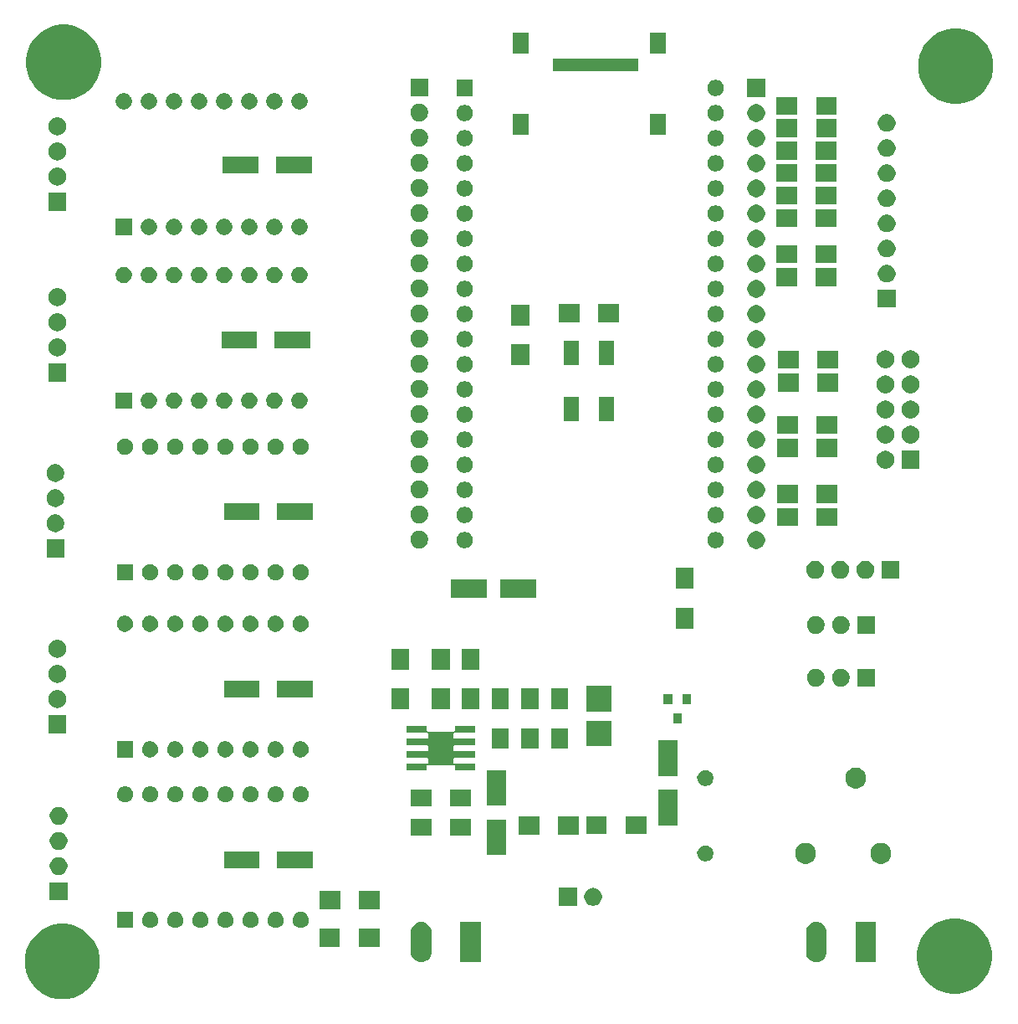
<source format=gbr>
G04 #@! TF.GenerationSoftware,KiCad,Pcbnew,(5.1.5)-3*
G04 #@! TF.CreationDate,2020-01-26T10:54:33+01:00*
G04 #@! TF.ProjectId,ESP32-cnc,45535033-322d-4636-9e63-2e6b69636164,rev?*
G04 #@! TF.SameCoordinates,Original*
G04 #@! TF.FileFunction,Soldermask,Top*
G04 #@! TF.FilePolarity,Negative*
%FSLAX46Y46*%
G04 Gerber Fmt 4.6, Leading zero omitted, Abs format (unit mm)*
G04 Created by KiCad (PCBNEW (5.1.5)-3) date 2020-01-26 10:54:33*
%MOMM*%
%LPD*%
G04 APERTURE LIST*
%ADD10C,0.100000*%
G04 APERTURE END LIST*
D10*
G36*
X20793710Y-126901070D02*
G01*
X21485447Y-127187597D01*
X21692022Y-127325626D01*
X22107996Y-127603571D01*
X22637429Y-128133004D01*
X22915374Y-128548978D01*
X23053403Y-128755553D01*
X23339930Y-129447290D01*
X23486000Y-130181633D01*
X23486000Y-130930367D01*
X23339930Y-131664710D01*
X23053403Y-132356447D01*
X23053402Y-132356448D01*
X22637429Y-132978996D01*
X22107996Y-133508429D01*
X21692022Y-133786374D01*
X21485447Y-133924403D01*
X20793710Y-134210930D01*
X20059367Y-134357000D01*
X19310633Y-134357000D01*
X18576290Y-134210930D01*
X17884553Y-133924403D01*
X17677978Y-133786374D01*
X17262004Y-133508429D01*
X16732571Y-132978996D01*
X16316598Y-132356448D01*
X16316597Y-132356447D01*
X16030070Y-131664710D01*
X15884000Y-130930367D01*
X15884000Y-130181633D01*
X16030070Y-129447290D01*
X16316597Y-128755553D01*
X16454626Y-128548978D01*
X16732571Y-128133004D01*
X17262004Y-127603571D01*
X17677978Y-127325626D01*
X17884553Y-127187597D01*
X18576290Y-126901070D01*
X19310633Y-126755000D01*
X20059367Y-126755000D01*
X20793710Y-126901070D01*
G37*
G36*
X111108710Y-126345070D02*
G01*
X111800447Y-126631597D01*
X111957478Y-126736522D01*
X112422996Y-127047571D01*
X112952429Y-127577004D01*
X112970180Y-127603571D01*
X113368403Y-128199553D01*
X113654930Y-128891290D01*
X113801000Y-129625633D01*
X113801000Y-130374367D01*
X113654930Y-131108710D01*
X113368403Y-131800447D01*
X113368402Y-131800448D01*
X112952429Y-132422996D01*
X112422996Y-132952429D01*
X112007022Y-133230374D01*
X111800447Y-133368403D01*
X111108710Y-133654930D01*
X110374367Y-133801000D01*
X109625633Y-133801000D01*
X108891290Y-133654930D01*
X108199553Y-133368403D01*
X107992978Y-133230374D01*
X107577004Y-132952429D01*
X107047571Y-132422996D01*
X106631598Y-131800448D01*
X106631597Y-131800447D01*
X106345070Y-131108710D01*
X106199000Y-130374367D01*
X106199000Y-129625633D01*
X106345070Y-128891290D01*
X106631597Y-128199553D01*
X107029820Y-127603571D01*
X107047571Y-127577004D01*
X107577004Y-127047571D01*
X108042522Y-126736522D01*
X108199553Y-126631597D01*
X108891290Y-126345070D01*
X109625633Y-126199000D01*
X110374367Y-126199000D01*
X111108710Y-126345070D01*
G37*
G36*
X96204072Y-126584063D02*
G01*
X96400301Y-126643589D01*
X96400303Y-126643590D01*
X96581145Y-126740252D01*
X96739660Y-126870340D01*
X96869748Y-127028855D01*
X96893413Y-127073129D01*
X96966411Y-127209699D01*
X97025937Y-127405928D01*
X97041000Y-127558868D01*
X97041000Y-129641132D01*
X97025937Y-129794072D01*
X96966411Y-129990300D01*
X96966410Y-129990303D01*
X96869748Y-130171145D01*
X96739660Y-130329660D01*
X96622437Y-130425860D01*
X96581146Y-130459747D01*
X96400300Y-130556411D01*
X96204071Y-130615937D01*
X96000000Y-130636036D01*
X95795928Y-130615937D01*
X95599699Y-130556411D01*
X95599697Y-130556410D01*
X95418855Y-130459748D01*
X95260340Y-130329660D01*
X95164140Y-130212437D01*
X95130253Y-130171146D01*
X95033589Y-129990300D01*
X94974063Y-129794071D01*
X94959000Y-129641131D01*
X94959001Y-127558868D01*
X94974064Y-127405928D01*
X95033590Y-127209699D01*
X95106588Y-127073129D01*
X95130253Y-127028855D01*
X95260341Y-126870340D01*
X95418856Y-126740252D01*
X95599698Y-126643590D01*
X95599700Y-126643589D01*
X95795929Y-126584063D01*
X96000000Y-126563964D01*
X96204072Y-126584063D01*
G37*
G36*
X56204072Y-126584063D02*
G01*
X56400301Y-126643589D01*
X56400303Y-126643590D01*
X56581145Y-126740252D01*
X56739660Y-126870340D01*
X56869748Y-127028855D01*
X56893413Y-127073129D01*
X56966411Y-127209699D01*
X57025937Y-127405928D01*
X57041000Y-127558868D01*
X57041000Y-129641132D01*
X57025937Y-129794072D01*
X56966411Y-129990300D01*
X56966410Y-129990303D01*
X56869748Y-130171145D01*
X56739660Y-130329660D01*
X56622437Y-130425860D01*
X56581146Y-130459747D01*
X56400300Y-130556411D01*
X56204071Y-130615937D01*
X56000000Y-130636036D01*
X55795928Y-130615937D01*
X55599699Y-130556411D01*
X55599697Y-130556410D01*
X55418855Y-130459748D01*
X55260340Y-130329660D01*
X55164140Y-130212437D01*
X55130253Y-130171146D01*
X55033589Y-129990300D01*
X54974063Y-129794071D01*
X54959000Y-129641131D01*
X54959001Y-127558868D01*
X54974064Y-127405928D01*
X55033590Y-127209699D01*
X55106588Y-127073129D01*
X55130253Y-127028855D01*
X55260341Y-126870340D01*
X55418856Y-126740252D01*
X55599698Y-126643590D01*
X55599700Y-126643589D01*
X55795929Y-126584063D01*
X56000000Y-126563964D01*
X56204072Y-126584063D01*
G37*
G36*
X62041000Y-130631000D02*
G01*
X59959000Y-130631000D01*
X59959000Y-126569000D01*
X62041000Y-126569000D01*
X62041000Y-130631000D01*
G37*
G36*
X102041000Y-130631000D02*
G01*
X99959000Y-130631000D01*
X99959000Y-126569000D01*
X102041000Y-126569000D01*
X102041000Y-130631000D01*
G37*
G36*
X51787000Y-129044000D02*
G01*
X49685000Y-129044000D01*
X49685000Y-127242000D01*
X51787000Y-127242000D01*
X51787000Y-129044000D01*
G37*
G36*
X47787000Y-129044000D02*
G01*
X45685000Y-129044000D01*
X45685000Y-127242000D01*
X47787000Y-127242000D01*
X47787000Y-129044000D01*
G37*
G36*
X36433017Y-125565358D02*
G01*
X36581521Y-125626870D01*
X36581522Y-125626871D01*
X36715167Y-125716169D01*
X36828831Y-125829833D01*
X36895805Y-125930067D01*
X36918130Y-125963479D01*
X36948885Y-126037730D01*
X36979642Y-126111983D01*
X37011000Y-126269630D01*
X37011000Y-126430370D01*
X36979642Y-126588017D01*
X36961590Y-126631598D01*
X36918130Y-126736521D01*
X36895805Y-126769933D01*
X36828831Y-126870167D01*
X36715167Y-126983831D01*
X36614933Y-127050805D01*
X36581521Y-127073130D01*
X36433017Y-127134642D01*
X36275370Y-127166000D01*
X36114630Y-127166000D01*
X35956983Y-127134642D01*
X35808479Y-127073130D01*
X35775067Y-127050805D01*
X35674833Y-126983831D01*
X35561169Y-126870167D01*
X35494195Y-126769933D01*
X35471870Y-126736521D01*
X35428410Y-126631598D01*
X35410358Y-126588017D01*
X35379000Y-126430370D01*
X35379000Y-126269630D01*
X35410358Y-126111983D01*
X35441115Y-126037730D01*
X35471870Y-125963479D01*
X35494195Y-125930067D01*
X35561169Y-125829833D01*
X35674833Y-125716169D01*
X35808478Y-125626871D01*
X35808479Y-125626870D01*
X35956983Y-125565358D01*
X36114630Y-125534000D01*
X36275370Y-125534000D01*
X36433017Y-125565358D01*
G37*
G36*
X33893017Y-125565358D02*
G01*
X34041521Y-125626870D01*
X34041522Y-125626871D01*
X34175167Y-125716169D01*
X34288831Y-125829833D01*
X34355805Y-125930067D01*
X34378130Y-125963479D01*
X34408885Y-126037730D01*
X34439642Y-126111983D01*
X34471000Y-126269630D01*
X34471000Y-126430370D01*
X34439642Y-126588017D01*
X34421590Y-126631598D01*
X34378130Y-126736521D01*
X34355805Y-126769933D01*
X34288831Y-126870167D01*
X34175167Y-126983831D01*
X34074933Y-127050805D01*
X34041521Y-127073130D01*
X33893017Y-127134642D01*
X33735370Y-127166000D01*
X33574630Y-127166000D01*
X33416983Y-127134642D01*
X33268479Y-127073130D01*
X33235067Y-127050805D01*
X33134833Y-126983831D01*
X33021169Y-126870167D01*
X32954195Y-126769933D01*
X32931870Y-126736521D01*
X32888410Y-126631598D01*
X32870358Y-126588017D01*
X32839000Y-126430370D01*
X32839000Y-126269630D01*
X32870358Y-126111983D01*
X32901115Y-126037730D01*
X32931870Y-125963479D01*
X32954195Y-125930067D01*
X33021169Y-125829833D01*
X33134833Y-125716169D01*
X33268478Y-125626871D01*
X33268479Y-125626870D01*
X33416983Y-125565358D01*
X33574630Y-125534000D01*
X33735370Y-125534000D01*
X33893017Y-125565358D01*
G37*
G36*
X31353017Y-125565358D02*
G01*
X31501521Y-125626870D01*
X31501522Y-125626871D01*
X31635167Y-125716169D01*
X31748831Y-125829833D01*
X31815805Y-125930067D01*
X31838130Y-125963479D01*
X31868885Y-126037730D01*
X31899642Y-126111983D01*
X31931000Y-126269630D01*
X31931000Y-126430370D01*
X31899642Y-126588017D01*
X31881590Y-126631598D01*
X31838130Y-126736521D01*
X31815805Y-126769933D01*
X31748831Y-126870167D01*
X31635167Y-126983831D01*
X31534933Y-127050805D01*
X31501521Y-127073130D01*
X31353017Y-127134642D01*
X31195370Y-127166000D01*
X31034630Y-127166000D01*
X30876983Y-127134642D01*
X30728479Y-127073130D01*
X30695067Y-127050805D01*
X30594833Y-126983831D01*
X30481169Y-126870167D01*
X30414195Y-126769933D01*
X30391870Y-126736521D01*
X30348410Y-126631598D01*
X30330358Y-126588017D01*
X30299000Y-126430370D01*
X30299000Y-126269630D01*
X30330358Y-126111983D01*
X30361115Y-126037730D01*
X30391870Y-125963479D01*
X30414195Y-125930067D01*
X30481169Y-125829833D01*
X30594833Y-125716169D01*
X30728478Y-125626871D01*
X30728479Y-125626870D01*
X30876983Y-125565358D01*
X31034630Y-125534000D01*
X31195370Y-125534000D01*
X31353017Y-125565358D01*
G37*
G36*
X28813017Y-125565358D02*
G01*
X28961521Y-125626870D01*
X28961522Y-125626871D01*
X29095167Y-125716169D01*
X29208831Y-125829833D01*
X29275805Y-125930067D01*
X29298130Y-125963479D01*
X29328885Y-126037730D01*
X29359642Y-126111983D01*
X29391000Y-126269630D01*
X29391000Y-126430370D01*
X29359642Y-126588017D01*
X29341590Y-126631598D01*
X29298130Y-126736521D01*
X29275805Y-126769933D01*
X29208831Y-126870167D01*
X29095167Y-126983831D01*
X28994933Y-127050805D01*
X28961521Y-127073130D01*
X28813017Y-127134642D01*
X28655370Y-127166000D01*
X28494630Y-127166000D01*
X28336983Y-127134642D01*
X28188479Y-127073130D01*
X28155067Y-127050805D01*
X28054833Y-126983831D01*
X27941169Y-126870167D01*
X27874195Y-126769933D01*
X27851870Y-126736521D01*
X27808410Y-126631598D01*
X27790358Y-126588017D01*
X27759000Y-126430370D01*
X27759000Y-126269630D01*
X27790358Y-126111983D01*
X27821115Y-126037730D01*
X27851870Y-125963479D01*
X27874195Y-125930067D01*
X27941169Y-125829833D01*
X28054833Y-125716169D01*
X28188478Y-125626871D01*
X28188479Y-125626870D01*
X28336983Y-125565358D01*
X28494630Y-125534000D01*
X28655370Y-125534000D01*
X28813017Y-125565358D01*
G37*
G36*
X26851000Y-127166000D02*
G01*
X25219000Y-127166000D01*
X25219000Y-125534000D01*
X26851000Y-125534000D01*
X26851000Y-127166000D01*
G37*
G36*
X44053017Y-125565358D02*
G01*
X44201521Y-125626870D01*
X44201522Y-125626871D01*
X44335167Y-125716169D01*
X44448831Y-125829833D01*
X44515805Y-125930067D01*
X44538130Y-125963479D01*
X44568885Y-126037730D01*
X44599642Y-126111983D01*
X44631000Y-126269630D01*
X44631000Y-126430370D01*
X44599642Y-126588017D01*
X44581590Y-126631598D01*
X44538130Y-126736521D01*
X44515805Y-126769933D01*
X44448831Y-126870167D01*
X44335167Y-126983831D01*
X44234933Y-127050805D01*
X44201521Y-127073130D01*
X44053017Y-127134642D01*
X43895370Y-127166000D01*
X43734630Y-127166000D01*
X43576983Y-127134642D01*
X43428479Y-127073130D01*
X43395067Y-127050805D01*
X43294833Y-126983831D01*
X43181169Y-126870167D01*
X43114195Y-126769933D01*
X43091870Y-126736521D01*
X43048410Y-126631598D01*
X43030358Y-126588017D01*
X42999000Y-126430370D01*
X42999000Y-126269630D01*
X43030358Y-126111983D01*
X43061115Y-126037730D01*
X43091870Y-125963479D01*
X43114195Y-125930067D01*
X43181169Y-125829833D01*
X43294833Y-125716169D01*
X43428478Y-125626871D01*
X43428479Y-125626870D01*
X43576983Y-125565358D01*
X43734630Y-125534000D01*
X43895370Y-125534000D01*
X44053017Y-125565358D01*
G37*
G36*
X41513017Y-125565358D02*
G01*
X41661521Y-125626870D01*
X41661522Y-125626871D01*
X41795167Y-125716169D01*
X41908831Y-125829833D01*
X41975805Y-125930067D01*
X41998130Y-125963479D01*
X42028885Y-126037730D01*
X42059642Y-126111983D01*
X42091000Y-126269630D01*
X42091000Y-126430370D01*
X42059642Y-126588017D01*
X42041590Y-126631598D01*
X41998130Y-126736521D01*
X41975805Y-126769933D01*
X41908831Y-126870167D01*
X41795167Y-126983831D01*
X41694933Y-127050805D01*
X41661521Y-127073130D01*
X41513017Y-127134642D01*
X41355370Y-127166000D01*
X41194630Y-127166000D01*
X41036983Y-127134642D01*
X40888479Y-127073130D01*
X40855067Y-127050805D01*
X40754833Y-126983831D01*
X40641169Y-126870167D01*
X40574195Y-126769933D01*
X40551870Y-126736521D01*
X40508410Y-126631598D01*
X40490358Y-126588017D01*
X40459000Y-126430370D01*
X40459000Y-126269630D01*
X40490358Y-126111983D01*
X40521115Y-126037730D01*
X40551870Y-125963479D01*
X40574195Y-125930067D01*
X40641169Y-125829833D01*
X40754833Y-125716169D01*
X40888478Y-125626871D01*
X40888479Y-125626870D01*
X41036983Y-125565358D01*
X41194630Y-125534000D01*
X41355370Y-125534000D01*
X41513017Y-125565358D01*
G37*
G36*
X38973017Y-125565358D02*
G01*
X39121521Y-125626870D01*
X39121522Y-125626871D01*
X39255167Y-125716169D01*
X39368831Y-125829833D01*
X39435805Y-125930067D01*
X39458130Y-125963479D01*
X39488885Y-126037730D01*
X39519642Y-126111983D01*
X39551000Y-126269630D01*
X39551000Y-126430370D01*
X39519642Y-126588017D01*
X39501590Y-126631598D01*
X39458130Y-126736521D01*
X39435805Y-126769933D01*
X39368831Y-126870167D01*
X39255167Y-126983831D01*
X39154933Y-127050805D01*
X39121521Y-127073130D01*
X38973017Y-127134642D01*
X38815370Y-127166000D01*
X38654630Y-127166000D01*
X38496983Y-127134642D01*
X38348479Y-127073130D01*
X38315067Y-127050805D01*
X38214833Y-126983831D01*
X38101169Y-126870167D01*
X38034195Y-126769933D01*
X38011870Y-126736521D01*
X37968410Y-126631598D01*
X37950358Y-126588017D01*
X37919000Y-126430370D01*
X37919000Y-126269630D01*
X37950358Y-126111983D01*
X37981115Y-126037730D01*
X38011870Y-125963479D01*
X38034195Y-125930067D01*
X38101169Y-125829833D01*
X38214833Y-125716169D01*
X38348478Y-125626871D01*
X38348479Y-125626870D01*
X38496983Y-125565358D01*
X38654630Y-125534000D01*
X38815370Y-125534000D01*
X38973017Y-125565358D01*
G37*
G36*
X51819000Y-125234000D02*
G01*
X49717000Y-125234000D01*
X49717000Y-123432000D01*
X51819000Y-123432000D01*
X51819000Y-125234000D01*
G37*
G36*
X47819000Y-125234000D02*
G01*
X45717000Y-125234000D01*
X45717000Y-123432000D01*
X47819000Y-123432000D01*
X47819000Y-125234000D01*
G37*
G36*
X73519512Y-123119427D02*
G01*
X73668812Y-123149124D01*
X73832784Y-123217044D01*
X73980354Y-123315647D01*
X74105853Y-123441146D01*
X74204456Y-123588716D01*
X74272376Y-123752688D01*
X74307000Y-123926759D01*
X74307000Y-124104241D01*
X74272376Y-124278312D01*
X74204456Y-124442284D01*
X74105853Y-124589854D01*
X73980354Y-124715353D01*
X73832784Y-124813956D01*
X73668812Y-124881876D01*
X73519512Y-124911573D01*
X73494742Y-124916500D01*
X73317258Y-124916500D01*
X73292488Y-124911573D01*
X73143188Y-124881876D01*
X72979216Y-124813956D01*
X72831646Y-124715353D01*
X72706147Y-124589854D01*
X72607544Y-124442284D01*
X72539624Y-124278312D01*
X72505000Y-124104241D01*
X72505000Y-123926759D01*
X72539624Y-123752688D01*
X72607544Y-123588716D01*
X72706147Y-123441146D01*
X72831646Y-123315647D01*
X72979216Y-123217044D01*
X73143188Y-123149124D01*
X73292488Y-123119427D01*
X73317258Y-123114500D01*
X73494742Y-123114500D01*
X73519512Y-123119427D01*
G37*
G36*
X71767000Y-124916500D02*
G01*
X69965000Y-124916500D01*
X69965000Y-123114500D01*
X71767000Y-123114500D01*
X71767000Y-124916500D01*
G37*
G36*
X20205000Y-124345000D02*
G01*
X18403000Y-124345000D01*
X18403000Y-122543000D01*
X20205000Y-122543000D01*
X20205000Y-124345000D01*
G37*
G36*
X19398528Y-120004151D02*
G01*
X19566812Y-120037624D01*
X19730784Y-120105544D01*
X19878354Y-120204147D01*
X20003853Y-120329646D01*
X20102456Y-120477216D01*
X20170376Y-120641188D01*
X20205000Y-120815259D01*
X20205000Y-120992741D01*
X20170376Y-121166812D01*
X20102456Y-121330784D01*
X20003853Y-121478354D01*
X19878354Y-121603853D01*
X19730784Y-121702456D01*
X19566812Y-121770376D01*
X19417512Y-121800073D01*
X19392742Y-121805000D01*
X19215258Y-121805000D01*
X19190488Y-121800073D01*
X19041188Y-121770376D01*
X18877216Y-121702456D01*
X18729646Y-121603853D01*
X18604147Y-121478354D01*
X18505544Y-121330784D01*
X18437624Y-121166812D01*
X18403000Y-120992741D01*
X18403000Y-120815259D01*
X18437624Y-120641188D01*
X18505544Y-120477216D01*
X18604147Y-120329646D01*
X18729646Y-120204147D01*
X18877216Y-120105544D01*
X19041188Y-120037624D01*
X19209472Y-120004151D01*
X19215258Y-120003000D01*
X19392742Y-120003000D01*
X19398528Y-120004151D01*
G37*
G36*
X45047000Y-121120000D02*
G01*
X41445000Y-121120000D01*
X41445000Y-119418000D01*
X45047000Y-119418000D01*
X45047000Y-121120000D01*
G37*
G36*
X39647000Y-121120000D02*
G01*
X36045000Y-121120000D01*
X36045000Y-119418000D01*
X39647000Y-119418000D01*
X39647000Y-121120000D01*
G37*
G36*
X102846564Y-118609389D02*
G01*
X103037833Y-118688615D01*
X103037835Y-118688616D01*
X103190737Y-118790782D01*
X103209973Y-118803635D01*
X103356365Y-118950027D01*
X103471385Y-119122167D01*
X103550611Y-119313436D01*
X103591000Y-119516484D01*
X103591000Y-119723516D01*
X103550611Y-119926564D01*
X103504608Y-120037625D01*
X103471384Y-120117835D01*
X103356365Y-120289973D01*
X103209973Y-120436365D01*
X103037835Y-120551384D01*
X103037834Y-120551385D01*
X103037833Y-120551385D01*
X102846564Y-120630611D01*
X102643516Y-120671000D01*
X102436484Y-120671000D01*
X102233436Y-120630611D01*
X102042167Y-120551385D01*
X102042166Y-120551385D01*
X102042165Y-120551384D01*
X101870027Y-120436365D01*
X101723635Y-120289973D01*
X101608616Y-120117835D01*
X101575392Y-120037625D01*
X101529389Y-119926564D01*
X101489000Y-119723516D01*
X101489000Y-119516484D01*
X101529389Y-119313436D01*
X101608615Y-119122167D01*
X101723635Y-118950027D01*
X101870027Y-118803635D01*
X101889263Y-118790782D01*
X102042165Y-118688616D01*
X102042167Y-118688615D01*
X102233436Y-118609389D01*
X102436484Y-118569000D01*
X102643516Y-118569000D01*
X102846564Y-118609389D01*
G37*
G36*
X95226564Y-118609389D02*
G01*
X95417833Y-118688615D01*
X95417835Y-118688616D01*
X95570737Y-118790782D01*
X95589973Y-118803635D01*
X95736365Y-118950027D01*
X95851385Y-119122167D01*
X95930611Y-119313436D01*
X95971000Y-119516484D01*
X95971000Y-119723516D01*
X95930611Y-119926564D01*
X95884608Y-120037625D01*
X95851384Y-120117835D01*
X95736365Y-120289973D01*
X95589973Y-120436365D01*
X95417835Y-120551384D01*
X95417834Y-120551385D01*
X95417833Y-120551385D01*
X95226564Y-120630611D01*
X95023516Y-120671000D01*
X94816484Y-120671000D01*
X94613436Y-120630611D01*
X94422167Y-120551385D01*
X94422166Y-120551385D01*
X94422165Y-120551384D01*
X94250027Y-120436365D01*
X94103635Y-120289973D01*
X93988616Y-120117835D01*
X93955392Y-120037625D01*
X93909389Y-119926564D01*
X93869000Y-119723516D01*
X93869000Y-119516484D01*
X93909389Y-119313436D01*
X93988615Y-119122167D01*
X94103635Y-118950027D01*
X94250027Y-118803635D01*
X94269263Y-118790782D01*
X94422165Y-118688616D01*
X94422167Y-118688615D01*
X94613436Y-118609389D01*
X94816484Y-118569000D01*
X95023516Y-118569000D01*
X95226564Y-118609389D01*
G37*
G36*
X84996560Y-118840166D02*
G01*
X85144153Y-118901301D01*
X85276982Y-118990055D01*
X85389945Y-119103018D01*
X85475043Y-119230375D01*
X85478700Y-119235849D01*
X85539834Y-119383440D01*
X85571000Y-119540122D01*
X85571000Y-119699878D01*
X85566298Y-119723516D01*
X85539834Y-119856560D01*
X85478699Y-120004153D01*
X85389945Y-120136982D01*
X85276982Y-120249945D01*
X85144153Y-120338699D01*
X85144152Y-120338700D01*
X85144151Y-120338700D01*
X84996560Y-120399834D01*
X84839878Y-120431000D01*
X84680122Y-120431000D01*
X84523440Y-120399834D01*
X84375849Y-120338700D01*
X84375848Y-120338700D01*
X84375847Y-120338699D01*
X84243018Y-120249945D01*
X84130055Y-120136982D01*
X84041301Y-120004153D01*
X83980166Y-119856560D01*
X83953702Y-119723516D01*
X83949000Y-119699878D01*
X83949000Y-119540122D01*
X83980166Y-119383440D01*
X84041300Y-119235849D01*
X84044958Y-119230375D01*
X84130055Y-119103018D01*
X84243018Y-118990055D01*
X84375847Y-118901301D01*
X84523440Y-118840166D01*
X84680122Y-118809000D01*
X84839878Y-118809000D01*
X84996560Y-118840166D01*
G37*
G36*
X64578000Y-119801000D02*
G01*
X62676000Y-119801000D01*
X62676000Y-116199000D01*
X64578000Y-116199000D01*
X64578000Y-119801000D01*
G37*
G36*
X19417512Y-117467927D02*
G01*
X19566812Y-117497624D01*
X19730784Y-117565544D01*
X19878354Y-117664147D01*
X20003853Y-117789646D01*
X20102456Y-117937216D01*
X20170376Y-118101188D01*
X20205000Y-118275259D01*
X20205000Y-118452741D01*
X20170376Y-118626812D01*
X20102456Y-118790784D01*
X20003853Y-118938354D01*
X19878354Y-119063853D01*
X19730784Y-119162456D01*
X19566812Y-119230376D01*
X19417512Y-119260073D01*
X19392742Y-119265000D01*
X19215258Y-119265000D01*
X19190488Y-119260073D01*
X19041188Y-119230376D01*
X18877216Y-119162456D01*
X18729646Y-119063853D01*
X18604147Y-118938354D01*
X18505544Y-118790784D01*
X18437624Y-118626812D01*
X18403000Y-118452741D01*
X18403000Y-118275259D01*
X18437624Y-118101188D01*
X18505544Y-117937216D01*
X18604147Y-117789646D01*
X18729646Y-117664147D01*
X18877216Y-117565544D01*
X19041188Y-117497624D01*
X19190488Y-117467927D01*
X19215258Y-117463000D01*
X19392742Y-117463000D01*
X19417512Y-117467927D01*
G37*
G36*
X61051000Y-117851000D02*
G01*
X58949000Y-117851000D01*
X58949000Y-116149000D01*
X61051000Y-116149000D01*
X61051000Y-117851000D01*
G37*
G36*
X57051000Y-117851000D02*
G01*
X54949000Y-117851000D01*
X54949000Y-116149000D01*
X57051000Y-116149000D01*
X57051000Y-117851000D01*
G37*
G36*
X71951000Y-117701000D02*
G01*
X69849000Y-117701000D01*
X69849000Y-115899000D01*
X71951000Y-115899000D01*
X71951000Y-117701000D01*
G37*
G36*
X67951000Y-117701000D02*
G01*
X65849000Y-117701000D01*
X65849000Y-115899000D01*
X67951000Y-115899000D01*
X67951000Y-117701000D01*
G37*
G36*
X78793800Y-117690200D02*
G01*
X76691800Y-117690200D01*
X76691800Y-115888200D01*
X78793800Y-115888200D01*
X78793800Y-117690200D01*
G37*
G36*
X74793800Y-117690200D02*
G01*
X72691800Y-117690200D01*
X72691800Y-115888200D01*
X74793800Y-115888200D01*
X74793800Y-117690200D01*
G37*
G36*
X81951000Y-116801000D02*
G01*
X80049000Y-116801000D01*
X80049000Y-113199000D01*
X81951000Y-113199000D01*
X81951000Y-116801000D01*
G37*
G36*
X19417512Y-114927927D02*
G01*
X19566812Y-114957624D01*
X19730784Y-115025544D01*
X19878354Y-115124147D01*
X20003853Y-115249646D01*
X20102456Y-115397216D01*
X20170376Y-115561188D01*
X20205000Y-115735259D01*
X20205000Y-115912741D01*
X20170376Y-116086812D01*
X20102456Y-116250784D01*
X20003853Y-116398354D01*
X19878354Y-116523853D01*
X19730784Y-116622456D01*
X19566812Y-116690376D01*
X19417512Y-116720073D01*
X19392742Y-116725000D01*
X19215258Y-116725000D01*
X19190488Y-116720073D01*
X19041188Y-116690376D01*
X18877216Y-116622456D01*
X18729646Y-116523853D01*
X18604147Y-116398354D01*
X18505544Y-116250784D01*
X18437624Y-116086812D01*
X18403000Y-115912741D01*
X18403000Y-115735259D01*
X18437624Y-115561188D01*
X18505544Y-115397216D01*
X18604147Y-115249646D01*
X18729646Y-115124147D01*
X18877216Y-115025544D01*
X19041188Y-114957624D01*
X19190488Y-114927927D01*
X19215258Y-114923000D01*
X19392742Y-114923000D01*
X19417512Y-114927927D01*
G37*
G36*
X57051000Y-114851000D02*
G01*
X54949000Y-114851000D01*
X54949000Y-113149000D01*
X57051000Y-113149000D01*
X57051000Y-114851000D01*
G37*
G36*
X61051000Y-114851000D02*
G01*
X58949000Y-114851000D01*
X58949000Y-113149000D01*
X61051000Y-113149000D01*
X61051000Y-114851000D01*
G37*
G36*
X64578000Y-114801000D02*
G01*
X62676000Y-114801000D01*
X62676000Y-111199000D01*
X64578000Y-111199000D01*
X64578000Y-114801000D01*
G37*
G36*
X26273017Y-112865358D02*
G01*
X26347270Y-112896115D01*
X26421521Y-112926870D01*
X26428278Y-112931385D01*
X26555167Y-113016169D01*
X26668831Y-113129833D01*
X26735805Y-113230067D01*
X26758130Y-113263479D01*
X26819642Y-113411983D01*
X26851000Y-113569630D01*
X26851000Y-113730370D01*
X26819642Y-113888017D01*
X26788885Y-113962270D01*
X26758130Y-114036521D01*
X26758129Y-114036522D01*
X26668831Y-114170167D01*
X26555167Y-114283831D01*
X26454933Y-114350804D01*
X26421521Y-114373130D01*
X26273017Y-114434642D01*
X26115370Y-114466000D01*
X25954630Y-114466000D01*
X25796983Y-114434642D01*
X25648479Y-114373130D01*
X25615067Y-114350804D01*
X25514833Y-114283831D01*
X25401169Y-114170167D01*
X25311871Y-114036522D01*
X25311870Y-114036521D01*
X25250358Y-113888017D01*
X25219000Y-113730370D01*
X25219000Y-113569630D01*
X25250358Y-113411983D01*
X25281115Y-113337730D01*
X25311870Y-113263479D01*
X25334195Y-113230067D01*
X25401169Y-113129833D01*
X25514833Y-113016169D01*
X25641722Y-112931385D01*
X25648479Y-112926870D01*
X25722730Y-112896115D01*
X25796983Y-112865358D01*
X25954630Y-112834000D01*
X26115370Y-112834000D01*
X26273017Y-112865358D01*
G37*
G36*
X44053017Y-112865358D02*
G01*
X44127270Y-112896115D01*
X44201521Y-112926870D01*
X44208278Y-112931385D01*
X44335167Y-113016169D01*
X44448831Y-113129833D01*
X44515805Y-113230067D01*
X44538130Y-113263479D01*
X44599642Y-113411983D01*
X44631000Y-113569630D01*
X44631000Y-113730370D01*
X44599642Y-113888017D01*
X44568885Y-113962270D01*
X44538130Y-114036521D01*
X44538129Y-114036522D01*
X44448831Y-114170167D01*
X44335167Y-114283831D01*
X44234933Y-114350804D01*
X44201521Y-114373130D01*
X44053017Y-114434642D01*
X43895370Y-114466000D01*
X43734630Y-114466000D01*
X43576983Y-114434642D01*
X43428479Y-114373130D01*
X43395067Y-114350804D01*
X43294833Y-114283831D01*
X43181169Y-114170167D01*
X43091871Y-114036522D01*
X43091870Y-114036521D01*
X43030358Y-113888017D01*
X42999000Y-113730370D01*
X42999000Y-113569630D01*
X43030358Y-113411983D01*
X43061115Y-113337730D01*
X43091870Y-113263479D01*
X43114195Y-113230067D01*
X43181169Y-113129833D01*
X43294833Y-113016169D01*
X43421722Y-112931385D01*
X43428479Y-112926870D01*
X43502730Y-112896115D01*
X43576983Y-112865358D01*
X43734630Y-112834000D01*
X43895370Y-112834000D01*
X44053017Y-112865358D01*
G37*
G36*
X28813017Y-112865358D02*
G01*
X28887270Y-112896115D01*
X28961521Y-112926870D01*
X28968278Y-112931385D01*
X29095167Y-113016169D01*
X29208831Y-113129833D01*
X29275805Y-113230067D01*
X29298130Y-113263479D01*
X29359642Y-113411983D01*
X29391000Y-113569630D01*
X29391000Y-113730370D01*
X29359642Y-113888017D01*
X29328885Y-113962270D01*
X29298130Y-114036521D01*
X29298129Y-114036522D01*
X29208831Y-114170167D01*
X29095167Y-114283831D01*
X28994933Y-114350804D01*
X28961521Y-114373130D01*
X28813017Y-114434642D01*
X28655370Y-114466000D01*
X28494630Y-114466000D01*
X28336983Y-114434642D01*
X28188479Y-114373130D01*
X28155067Y-114350804D01*
X28054833Y-114283831D01*
X27941169Y-114170167D01*
X27851871Y-114036522D01*
X27851870Y-114036521D01*
X27790358Y-113888017D01*
X27759000Y-113730370D01*
X27759000Y-113569630D01*
X27790358Y-113411983D01*
X27821115Y-113337730D01*
X27851870Y-113263479D01*
X27874195Y-113230067D01*
X27941169Y-113129833D01*
X28054833Y-113016169D01*
X28181722Y-112931385D01*
X28188479Y-112926870D01*
X28262730Y-112896115D01*
X28336983Y-112865358D01*
X28494630Y-112834000D01*
X28655370Y-112834000D01*
X28813017Y-112865358D01*
G37*
G36*
X38973017Y-112865358D02*
G01*
X39047270Y-112896115D01*
X39121521Y-112926870D01*
X39128278Y-112931385D01*
X39255167Y-113016169D01*
X39368831Y-113129833D01*
X39435805Y-113230067D01*
X39458130Y-113263479D01*
X39519642Y-113411983D01*
X39551000Y-113569630D01*
X39551000Y-113730370D01*
X39519642Y-113888017D01*
X39488885Y-113962270D01*
X39458130Y-114036521D01*
X39458129Y-114036522D01*
X39368831Y-114170167D01*
X39255167Y-114283831D01*
X39154933Y-114350804D01*
X39121521Y-114373130D01*
X38973017Y-114434642D01*
X38815370Y-114466000D01*
X38654630Y-114466000D01*
X38496983Y-114434642D01*
X38348479Y-114373130D01*
X38315067Y-114350804D01*
X38214833Y-114283831D01*
X38101169Y-114170167D01*
X38011871Y-114036522D01*
X38011870Y-114036521D01*
X37950358Y-113888017D01*
X37919000Y-113730370D01*
X37919000Y-113569630D01*
X37950358Y-113411983D01*
X37981115Y-113337730D01*
X38011870Y-113263479D01*
X38034195Y-113230067D01*
X38101169Y-113129833D01*
X38214833Y-113016169D01*
X38341722Y-112931385D01*
X38348479Y-112926870D01*
X38422730Y-112896115D01*
X38496983Y-112865358D01*
X38654630Y-112834000D01*
X38815370Y-112834000D01*
X38973017Y-112865358D01*
G37*
G36*
X36433017Y-112865358D02*
G01*
X36507270Y-112896115D01*
X36581521Y-112926870D01*
X36588278Y-112931385D01*
X36715167Y-113016169D01*
X36828831Y-113129833D01*
X36895805Y-113230067D01*
X36918130Y-113263479D01*
X36979642Y-113411983D01*
X37011000Y-113569630D01*
X37011000Y-113730370D01*
X36979642Y-113888017D01*
X36948885Y-113962270D01*
X36918130Y-114036521D01*
X36918129Y-114036522D01*
X36828831Y-114170167D01*
X36715167Y-114283831D01*
X36614933Y-114350804D01*
X36581521Y-114373130D01*
X36433017Y-114434642D01*
X36275370Y-114466000D01*
X36114630Y-114466000D01*
X35956983Y-114434642D01*
X35808479Y-114373130D01*
X35775067Y-114350804D01*
X35674833Y-114283831D01*
X35561169Y-114170167D01*
X35471871Y-114036522D01*
X35471870Y-114036521D01*
X35410358Y-113888017D01*
X35379000Y-113730370D01*
X35379000Y-113569630D01*
X35410358Y-113411983D01*
X35441115Y-113337730D01*
X35471870Y-113263479D01*
X35494195Y-113230067D01*
X35561169Y-113129833D01*
X35674833Y-113016169D01*
X35801722Y-112931385D01*
X35808479Y-112926870D01*
X35882730Y-112896115D01*
X35956983Y-112865358D01*
X36114630Y-112834000D01*
X36275370Y-112834000D01*
X36433017Y-112865358D01*
G37*
G36*
X41513017Y-112865358D02*
G01*
X41587270Y-112896115D01*
X41661521Y-112926870D01*
X41668278Y-112931385D01*
X41795167Y-113016169D01*
X41908831Y-113129833D01*
X41975805Y-113230067D01*
X41998130Y-113263479D01*
X42059642Y-113411983D01*
X42091000Y-113569630D01*
X42091000Y-113730370D01*
X42059642Y-113888017D01*
X42028885Y-113962270D01*
X41998130Y-114036521D01*
X41998129Y-114036522D01*
X41908831Y-114170167D01*
X41795167Y-114283831D01*
X41694933Y-114350804D01*
X41661521Y-114373130D01*
X41513017Y-114434642D01*
X41355370Y-114466000D01*
X41194630Y-114466000D01*
X41036983Y-114434642D01*
X40888479Y-114373130D01*
X40855067Y-114350804D01*
X40754833Y-114283831D01*
X40641169Y-114170167D01*
X40551871Y-114036522D01*
X40551870Y-114036521D01*
X40490358Y-113888017D01*
X40459000Y-113730370D01*
X40459000Y-113569630D01*
X40490358Y-113411983D01*
X40521115Y-113337730D01*
X40551870Y-113263479D01*
X40574195Y-113230067D01*
X40641169Y-113129833D01*
X40754833Y-113016169D01*
X40881722Y-112931385D01*
X40888479Y-112926870D01*
X40962730Y-112896115D01*
X41036983Y-112865358D01*
X41194630Y-112834000D01*
X41355370Y-112834000D01*
X41513017Y-112865358D01*
G37*
G36*
X31353017Y-112865358D02*
G01*
X31427270Y-112896115D01*
X31501521Y-112926870D01*
X31508278Y-112931385D01*
X31635167Y-113016169D01*
X31748831Y-113129833D01*
X31815805Y-113230067D01*
X31838130Y-113263479D01*
X31899642Y-113411983D01*
X31931000Y-113569630D01*
X31931000Y-113730370D01*
X31899642Y-113888017D01*
X31868885Y-113962270D01*
X31838130Y-114036521D01*
X31838129Y-114036522D01*
X31748831Y-114170167D01*
X31635167Y-114283831D01*
X31534933Y-114350804D01*
X31501521Y-114373130D01*
X31353017Y-114434642D01*
X31195370Y-114466000D01*
X31034630Y-114466000D01*
X30876983Y-114434642D01*
X30728479Y-114373130D01*
X30695067Y-114350804D01*
X30594833Y-114283831D01*
X30481169Y-114170167D01*
X30391871Y-114036522D01*
X30391870Y-114036521D01*
X30330358Y-113888017D01*
X30299000Y-113730370D01*
X30299000Y-113569630D01*
X30330358Y-113411983D01*
X30361115Y-113337730D01*
X30391870Y-113263479D01*
X30414195Y-113230067D01*
X30481169Y-113129833D01*
X30594833Y-113016169D01*
X30721722Y-112931385D01*
X30728479Y-112926870D01*
X30802730Y-112896115D01*
X30876983Y-112865358D01*
X31034630Y-112834000D01*
X31195370Y-112834000D01*
X31353017Y-112865358D01*
G37*
G36*
X33893017Y-112865358D02*
G01*
X33967270Y-112896115D01*
X34041521Y-112926870D01*
X34048278Y-112931385D01*
X34175167Y-113016169D01*
X34288831Y-113129833D01*
X34355805Y-113230067D01*
X34378130Y-113263479D01*
X34439642Y-113411983D01*
X34471000Y-113569630D01*
X34471000Y-113730370D01*
X34439642Y-113888017D01*
X34408885Y-113962270D01*
X34378130Y-114036521D01*
X34378129Y-114036522D01*
X34288831Y-114170167D01*
X34175167Y-114283831D01*
X34074933Y-114350804D01*
X34041521Y-114373130D01*
X33893017Y-114434642D01*
X33735370Y-114466000D01*
X33574630Y-114466000D01*
X33416983Y-114434642D01*
X33268479Y-114373130D01*
X33235067Y-114350804D01*
X33134833Y-114283831D01*
X33021169Y-114170167D01*
X32931871Y-114036522D01*
X32931870Y-114036521D01*
X32870358Y-113888017D01*
X32839000Y-113730370D01*
X32839000Y-113569630D01*
X32870358Y-113411983D01*
X32901115Y-113337730D01*
X32931870Y-113263479D01*
X32954195Y-113230067D01*
X33021169Y-113129833D01*
X33134833Y-113016169D01*
X33261722Y-112931385D01*
X33268479Y-112926870D01*
X33342730Y-112896115D01*
X33416983Y-112865358D01*
X33574630Y-112834000D01*
X33735370Y-112834000D01*
X33893017Y-112865358D01*
G37*
G36*
X100306564Y-110989389D02*
G01*
X100497833Y-111068615D01*
X100497835Y-111068616D01*
X100669973Y-111183635D01*
X100816365Y-111330027D01*
X100931385Y-111502167D01*
X101010611Y-111693436D01*
X101051000Y-111896484D01*
X101051000Y-112103516D01*
X101010611Y-112306564D01*
X100931385Y-112497833D01*
X100931384Y-112497835D01*
X100816365Y-112669973D01*
X100669973Y-112816365D01*
X100497835Y-112931384D01*
X100497834Y-112931385D01*
X100497833Y-112931385D01*
X100306564Y-113010611D01*
X100103516Y-113051000D01*
X99896484Y-113051000D01*
X99693436Y-113010611D01*
X99502167Y-112931385D01*
X99502166Y-112931385D01*
X99502165Y-112931384D01*
X99330027Y-112816365D01*
X99183635Y-112669973D01*
X99068616Y-112497835D01*
X99068615Y-112497833D01*
X98989389Y-112306564D01*
X98949000Y-112103516D01*
X98949000Y-111896484D01*
X98989389Y-111693436D01*
X99068615Y-111502167D01*
X99183635Y-111330027D01*
X99330027Y-111183635D01*
X99502165Y-111068616D01*
X99502167Y-111068615D01*
X99693436Y-110989389D01*
X99896484Y-110949000D01*
X100103516Y-110949000D01*
X100306564Y-110989389D01*
G37*
G36*
X84890151Y-111199000D02*
G01*
X84996560Y-111220166D01*
X85144153Y-111281301D01*
X85217076Y-111330027D01*
X85276982Y-111370055D01*
X85389945Y-111483018D01*
X85478700Y-111615849D01*
X85539834Y-111763440D01*
X85571000Y-111920122D01*
X85571000Y-112079878D01*
X85566298Y-112103516D01*
X85539834Y-112236560D01*
X85478699Y-112384153D01*
X85389945Y-112516982D01*
X85276982Y-112629945D01*
X85144153Y-112718699D01*
X85144152Y-112718700D01*
X85144151Y-112718700D01*
X84996560Y-112779834D01*
X84839878Y-112811000D01*
X84680122Y-112811000D01*
X84523440Y-112779834D01*
X84375849Y-112718700D01*
X84375848Y-112718700D01*
X84375847Y-112718699D01*
X84243018Y-112629945D01*
X84130055Y-112516982D01*
X84041301Y-112384153D01*
X83980166Y-112236560D01*
X83953702Y-112103516D01*
X83949000Y-112079878D01*
X83949000Y-111920122D01*
X83980166Y-111763440D01*
X84041300Y-111615849D01*
X84130055Y-111483018D01*
X84243018Y-111370055D01*
X84302924Y-111330027D01*
X84375847Y-111281301D01*
X84523440Y-111220166D01*
X84629849Y-111199000D01*
X84680122Y-111189000D01*
X84839878Y-111189000D01*
X84890151Y-111199000D01*
G37*
G36*
X81951000Y-111801000D02*
G01*
X80049000Y-111801000D01*
X80049000Y-108199000D01*
X81951000Y-108199000D01*
X81951000Y-111801000D01*
G37*
G36*
X56561000Y-107174001D02*
G01*
X56563402Y-107198387D01*
X56570515Y-107221836D01*
X56582066Y-107243447D01*
X56597611Y-107262389D01*
X56616553Y-107277934D01*
X56638164Y-107289485D01*
X56661613Y-107296598D01*
X56685999Y-107299000D01*
X59314001Y-107299000D01*
X59338387Y-107296598D01*
X59361836Y-107289485D01*
X59383447Y-107277934D01*
X59402389Y-107262389D01*
X59417934Y-107243447D01*
X59429485Y-107221836D01*
X59436598Y-107198387D01*
X59439000Y-107174001D01*
X59439000Y-106744000D01*
X61511000Y-106744000D01*
X61511000Y-107446000D01*
X59380999Y-107446000D01*
X59356613Y-107448402D01*
X59333164Y-107455515D01*
X59311553Y-107467066D01*
X59292611Y-107482611D01*
X59277066Y-107501553D01*
X59265515Y-107523164D01*
X59258402Y-107546613D01*
X59256000Y-107570999D01*
X59256000Y-107889001D01*
X59258402Y-107913387D01*
X59265515Y-107936836D01*
X59277066Y-107958447D01*
X59292611Y-107977389D01*
X59311553Y-107992934D01*
X59333164Y-108004485D01*
X59356613Y-108011598D01*
X59380999Y-108014000D01*
X61511000Y-108014000D01*
X61511000Y-108716000D01*
X59380999Y-108716000D01*
X59356613Y-108718402D01*
X59333164Y-108725515D01*
X59311553Y-108737066D01*
X59292611Y-108752611D01*
X59277066Y-108771553D01*
X59265515Y-108793164D01*
X59258402Y-108816613D01*
X59256000Y-108840999D01*
X59256000Y-109159001D01*
X59258402Y-109183387D01*
X59265515Y-109206836D01*
X59277066Y-109228447D01*
X59292611Y-109247389D01*
X59311553Y-109262934D01*
X59333164Y-109274485D01*
X59356613Y-109281598D01*
X59380999Y-109284000D01*
X61511000Y-109284000D01*
X61511000Y-109986000D01*
X59380999Y-109986000D01*
X59356613Y-109988402D01*
X59333164Y-109995515D01*
X59311553Y-110007066D01*
X59292611Y-110022611D01*
X59277066Y-110041553D01*
X59265515Y-110063164D01*
X59258402Y-110086613D01*
X59256000Y-110110999D01*
X59256000Y-110429001D01*
X59258402Y-110453387D01*
X59265515Y-110476836D01*
X59277066Y-110498447D01*
X59292611Y-110517389D01*
X59311553Y-110532934D01*
X59333164Y-110544485D01*
X59356613Y-110551598D01*
X59380999Y-110554000D01*
X61511000Y-110554000D01*
X61511000Y-111256000D01*
X59439000Y-111256000D01*
X59439000Y-110825999D01*
X59436598Y-110801613D01*
X59429485Y-110778164D01*
X59417934Y-110756553D01*
X59402389Y-110737611D01*
X59383447Y-110722066D01*
X59361836Y-110710515D01*
X59338387Y-110703402D01*
X59314001Y-110701000D01*
X56685999Y-110701000D01*
X56661613Y-110703402D01*
X56638164Y-110710515D01*
X56616553Y-110722066D01*
X56597611Y-110737611D01*
X56582066Y-110756553D01*
X56570515Y-110778164D01*
X56563402Y-110801613D01*
X56561000Y-110825999D01*
X56561000Y-111256000D01*
X54489000Y-111256000D01*
X54489000Y-110554000D01*
X56619001Y-110554000D01*
X56643387Y-110551598D01*
X56666836Y-110544485D01*
X56688447Y-110532934D01*
X56707389Y-110517389D01*
X56722934Y-110498447D01*
X56734485Y-110476836D01*
X56741598Y-110453387D01*
X56744000Y-110429001D01*
X56744000Y-110110999D01*
X56741598Y-110086613D01*
X56734485Y-110063164D01*
X56722934Y-110041553D01*
X56707389Y-110022611D01*
X56688447Y-110007066D01*
X56666836Y-109995515D01*
X56643387Y-109988402D01*
X56619001Y-109986000D01*
X54489000Y-109986000D01*
X54489000Y-109284000D01*
X56619001Y-109284000D01*
X56643387Y-109281598D01*
X56666836Y-109274485D01*
X56688447Y-109262934D01*
X56707389Y-109247389D01*
X56722934Y-109228447D01*
X56734485Y-109206836D01*
X56741598Y-109183387D01*
X56744000Y-109159001D01*
X56744000Y-108840999D01*
X56741598Y-108816613D01*
X56734485Y-108793164D01*
X56722934Y-108771553D01*
X56707389Y-108752611D01*
X56688447Y-108737066D01*
X56666836Y-108725515D01*
X56643387Y-108718402D01*
X56619001Y-108716000D01*
X54489000Y-108716000D01*
X54489000Y-108014000D01*
X56619001Y-108014000D01*
X56643387Y-108011598D01*
X56666836Y-108004485D01*
X56688447Y-107992934D01*
X56707389Y-107977389D01*
X56722934Y-107958447D01*
X56734485Y-107936836D01*
X56741598Y-107913387D01*
X56744000Y-107889001D01*
X56744000Y-107570999D01*
X56741598Y-107546613D01*
X56734485Y-107523164D01*
X56722934Y-107501553D01*
X56707389Y-107482611D01*
X56688447Y-107467066D01*
X56666836Y-107455515D01*
X56643387Y-107448402D01*
X56619001Y-107446000D01*
X54489000Y-107446000D01*
X54489000Y-106744000D01*
X56561000Y-106744000D01*
X56561000Y-107174001D01*
G37*
G36*
X26832000Y-109909000D02*
G01*
X25200000Y-109909000D01*
X25200000Y-108277000D01*
X26832000Y-108277000D01*
X26832000Y-109909000D01*
G37*
G36*
X31334017Y-108308358D02*
G01*
X31482521Y-108369870D01*
X31482522Y-108369871D01*
X31616167Y-108459169D01*
X31729831Y-108572833D01*
X31796805Y-108673067D01*
X31819130Y-108706479D01*
X31831799Y-108737066D01*
X31880642Y-108854983D01*
X31912000Y-109012630D01*
X31912000Y-109173370D01*
X31880642Y-109331017D01*
X31849885Y-109405270D01*
X31819130Y-109479521D01*
X31819129Y-109479522D01*
X31729831Y-109613167D01*
X31616167Y-109726831D01*
X31515933Y-109793805D01*
X31482521Y-109816130D01*
X31408270Y-109846885D01*
X31334017Y-109877642D01*
X31176370Y-109909000D01*
X31015630Y-109909000D01*
X30857983Y-109877642D01*
X30783730Y-109846885D01*
X30709479Y-109816130D01*
X30676067Y-109793805D01*
X30575833Y-109726831D01*
X30462169Y-109613167D01*
X30372871Y-109479522D01*
X30372870Y-109479521D01*
X30342115Y-109405270D01*
X30311358Y-109331017D01*
X30280000Y-109173370D01*
X30280000Y-109012630D01*
X30311358Y-108854983D01*
X30360201Y-108737066D01*
X30372870Y-108706479D01*
X30395195Y-108673067D01*
X30462169Y-108572833D01*
X30575833Y-108459169D01*
X30709478Y-108369871D01*
X30709479Y-108369870D01*
X30857983Y-108308358D01*
X31015630Y-108277000D01*
X31176370Y-108277000D01*
X31334017Y-108308358D01*
G37*
G36*
X44034017Y-108308358D02*
G01*
X44182521Y-108369870D01*
X44182522Y-108369871D01*
X44316167Y-108459169D01*
X44429831Y-108572833D01*
X44496805Y-108673067D01*
X44519130Y-108706479D01*
X44531799Y-108737066D01*
X44580642Y-108854983D01*
X44612000Y-109012630D01*
X44612000Y-109173370D01*
X44580642Y-109331017D01*
X44549885Y-109405270D01*
X44519130Y-109479521D01*
X44519129Y-109479522D01*
X44429831Y-109613167D01*
X44316167Y-109726831D01*
X44215933Y-109793805D01*
X44182521Y-109816130D01*
X44108270Y-109846885D01*
X44034017Y-109877642D01*
X43876370Y-109909000D01*
X43715630Y-109909000D01*
X43557983Y-109877642D01*
X43483730Y-109846885D01*
X43409479Y-109816130D01*
X43376067Y-109793805D01*
X43275833Y-109726831D01*
X43162169Y-109613167D01*
X43072871Y-109479522D01*
X43072870Y-109479521D01*
X43042115Y-109405270D01*
X43011358Y-109331017D01*
X42980000Y-109173370D01*
X42980000Y-109012630D01*
X43011358Y-108854983D01*
X43060201Y-108737066D01*
X43072870Y-108706479D01*
X43095195Y-108673067D01*
X43162169Y-108572833D01*
X43275833Y-108459169D01*
X43409478Y-108369871D01*
X43409479Y-108369870D01*
X43557983Y-108308358D01*
X43715630Y-108277000D01*
X43876370Y-108277000D01*
X44034017Y-108308358D01*
G37*
G36*
X33874017Y-108308358D02*
G01*
X34022521Y-108369870D01*
X34022522Y-108369871D01*
X34156167Y-108459169D01*
X34269831Y-108572833D01*
X34336805Y-108673067D01*
X34359130Y-108706479D01*
X34371799Y-108737066D01*
X34420642Y-108854983D01*
X34452000Y-109012630D01*
X34452000Y-109173370D01*
X34420642Y-109331017D01*
X34389885Y-109405270D01*
X34359130Y-109479521D01*
X34359129Y-109479522D01*
X34269831Y-109613167D01*
X34156167Y-109726831D01*
X34055933Y-109793805D01*
X34022521Y-109816130D01*
X33948270Y-109846885D01*
X33874017Y-109877642D01*
X33716370Y-109909000D01*
X33555630Y-109909000D01*
X33397983Y-109877642D01*
X33323730Y-109846885D01*
X33249479Y-109816130D01*
X33216067Y-109793805D01*
X33115833Y-109726831D01*
X33002169Y-109613167D01*
X32912871Y-109479522D01*
X32912870Y-109479521D01*
X32882115Y-109405270D01*
X32851358Y-109331017D01*
X32820000Y-109173370D01*
X32820000Y-109012630D01*
X32851358Y-108854983D01*
X32900201Y-108737066D01*
X32912870Y-108706479D01*
X32935195Y-108673067D01*
X33002169Y-108572833D01*
X33115833Y-108459169D01*
X33249478Y-108369871D01*
X33249479Y-108369870D01*
X33397983Y-108308358D01*
X33555630Y-108277000D01*
X33716370Y-108277000D01*
X33874017Y-108308358D01*
G37*
G36*
X28794017Y-108308358D02*
G01*
X28942521Y-108369870D01*
X28942522Y-108369871D01*
X29076167Y-108459169D01*
X29189831Y-108572833D01*
X29256805Y-108673067D01*
X29279130Y-108706479D01*
X29291799Y-108737066D01*
X29340642Y-108854983D01*
X29372000Y-109012630D01*
X29372000Y-109173370D01*
X29340642Y-109331017D01*
X29309885Y-109405270D01*
X29279130Y-109479521D01*
X29279129Y-109479522D01*
X29189831Y-109613167D01*
X29076167Y-109726831D01*
X28975933Y-109793805D01*
X28942521Y-109816130D01*
X28868270Y-109846885D01*
X28794017Y-109877642D01*
X28636370Y-109909000D01*
X28475630Y-109909000D01*
X28317983Y-109877642D01*
X28243730Y-109846885D01*
X28169479Y-109816130D01*
X28136067Y-109793805D01*
X28035833Y-109726831D01*
X27922169Y-109613167D01*
X27832871Y-109479522D01*
X27832870Y-109479521D01*
X27802115Y-109405270D01*
X27771358Y-109331017D01*
X27740000Y-109173370D01*
X27740000Y-109012630D01*
X27771358Y-108854983D01*
X27820201Y-108737066D01*
X27832870Y-108706479D01*
X27855195Y-108673067D01*
X27922169Y-108572833D01*
X28035833Y-108459169D01*
X28169478Y-108369871D01*
X28169479Y-108369870D01*
X28317983Y-108308358D01*
X28475630Y-108277000D01*
X28636370Y-108277000D01*
X28794017Y-108308358D01*
G37*
G36*
X36414017Y-108308358D02*
G01*
X36562521Y-108369870D01*
X36562522Y-108369871D01*
X36696167Y-108459169D01*
X36809831Y-108572833D01*
X36876805Y-108673067D01*
X36899130Y-108706479D01*
X36911799Y-108737066D01*
X36960642Y-108854983D01*
X36992000Y-109012630D01*
X36992000Y-109173370D01*
X36960642Y-109331017D01*
X36929885Y-109405270D01*
X36899130Y-109479521D01*
X36899129Y-109479522D01*
X36809831Y-109613167D01*
X36696167Y-109726831D01*
X36595933Y-109793805D01*
X36562521Y-109816130D01*
X36488270Y-109846885D01*
X36414017Y-109877642D01*
X36256370Y-109909000D01*
X36095630Y-109909000D01*
X35937983Y-109877642D01*
X35863730Y-109846885D01*
X35789479Y-109816130D01*
X35756067Y-109793805D01*
X35655833Y-109726831D01*
X35542169Y-109613167D01*
X35452871Y-109479522D01*
X35452870Y-109479521D01*
X35422115Y-109405270D01*
X35391358Y-109331017D01*
X35360000Y-109173370D01*
X35360000Y-109012630D01*
X35391358Y-108854983D01*
X35440201Y-108737066D01*
X35452870Y-108706479D01*
X35475195Y-108673067D01*
X35542169Y-108572833D01*
X35655833Y-108459169D01*
X35789478Y-108369871D01*
X35789479Y-108369870D01*
X35937983Y-108308358D01*
X36095630Y-108277000D01*
X36256370Y-108277000D01*
X36414017Y-108308358D01*
G37*
G36*
X38954017Y-108308358D02*
G01*
X39102521Y-108369870D01*
X39102522Y-108369871D01*
X39236167Y-108459169D01*
X39349831Y-108572833D01*
X39416805Y-108673067D01*
X39439130Y-108706479D01*
X39451799Y-108737066D01*
X39500642Y-108854983D01*
X39532000Y-109012630D01*
X39532000Y-109173370D01*
X39500642Y-109331017D01*
X39469885Y-109405270D01*
X39439130Y-109479521D01*
X39439129Y-109479522D01*
X39349831Y-109613167D01*
X39236167Y-109726831D01*
X39135933Y-109793805D01*
X39102521Y-109816130D01*
X39028270Y-109846885D01*
X38954017Y-109877642D01*
X38796370Y-109909000D01*
X38635630Y-109909000D01*
X38477983Y-109877642D01*
X38403730Y-109846885D01*
X38329479Y-109816130D01*
X38296067Y-109793805D01*
X38195833Y-109726831D01*
X38082169Y-109613167D01*
X37992871Y-109479522D01*
X37992870Y-109479521D01*
X37962115Y-109405270D01*
X37931358Y-109331017D01*
X37900000Y-109173370D01*
X37900000Y-109012630D01*
X37931358Y-108854983D01*
X37980201Y-108737066D01*
X37992870Y-108706479D01*
X38015195Y-108673067D01*
X38082169Y-108572833D01*
X38195833Y-108459169D01*
X38329478Y-108369871D01*
X38329479Y-108369870D01*
X38477983Y-108308358D01*
X38635630Y-108277000D01*
X38796370Y-108277000D01*
X38954017Y-108308358D01*
G37*
G36*
X41494017Y-108308358D02*
G01*
X41642521Y-108369870D01*
X41642522Y-108369871D01*
X41776167Y-108459169D01*
X41889831Y-108572833D01*
X41956805Y-108673067D01*
X41979130Y-108706479D01*
X41991799Y-108737066D01*
X42040642Y-108854983D01*
X42072000Y-109012630D01*
X42072000Y-109173370D01*
X42040642Y-109331017D01*
X42009885Y-109405270D01*
X41979130Y-109479521D01*
X41979129Y-109479522D01*
X41889831Y-109613167D01*
X41776167Y-109726831D01*
X41675933Y-109793805D01*
X41642521Y-109816130D01*
X41568270Y-109846885D01*
X41494017Y-109877642D01*
X41336370Y-109909000D01*
X41175630Y-109909000D01*
X41017983Y-109877642D01*
X40943730Y-109846885D01*
X40869479Y-109816130D01*
X40836067Y-109793805D01*
X40735833Y-109726831D01*
X40622169Y-109613167D01*
X40532871Y-109479522D01*
X40532870Y-109479521D01*
X40502115Y-109405270D01*
X40471358Y-109331017D01*
X40440000Y-109173370D01*
X40440000Y-109012630D01*
X40471358Y-108854983D01*
X40520201Y-108737066D01*
X40532870Y-108706479D01*
X40555195Y-108673067D01*
X40622169Y-108572833D01*
X40735833Y-108459169D01*
X40869478Y-108369871D01*
X40869479Y-108369870D01*
X41017983Y-108308358D01*
X41175630Y-108277000D01*
X41336370Y-108277000D01*
X41494017Y-108308358D01*
G37*
G36*
X64851000Y-109051000D02*
G01*
X63149000Y-109051000D01*
X63149000Y-106949000D01*
X64851000Y-106949000D01*
X64851000Y-109051000D01*
G37*
G36*
X67901000Y-109051000D02*
G01*
X66099000Y-109051000D01*
X66099000Y-106949000D01*
X67901000Y-106949000D01*
X67901000Y-109051000D01*
G37*
G36*
X70851000Y-109051000D02*
G01*
X69149000Y-109051000D01*
X69149000Y-106949000D01*
X70851000Y-106949000D01*
X70851000Y-109051000D01*
G37*
G36*
X75301000Y-108801000D02*
G01*
X72699000Y-108801000D01*
X72699000Y-106199000D01*
X75301000Y-106199000D01*
X75301000Y-108801000D01*
G37*
G36*
X20078000Y-107454000D02*
G01*
X18276000Y-107454000D01*
X18276000Y-105652000D01*
X20078000Y-105652000D01*
X20078000Y-107454000D01*
G37*
G36*
X82401000Y-106501000D02*
G01*
X81499000Y-106501000D01*
X81499000Y-105499000D01*
X82401000Y-105499000D01*
X82401000Y-106501000D01*
G37*
G36*
X75301000Y-105301000D02*
G01*
X72699000Y-105301000D01*
X72699000Y-102699000D01*
X75301000Y-102699000D01*
X75301000Y-105301000D01*
G37*
G36*
X54812500Y-105064000D02*
G01*
X53010500Y-105064000D01*
X53010500Y-102962000D01*
X54812500Y-102962000D01*
X54812500Y-105064000D01*
G37*
G36*
X67901000Y-105051000D02*
G01*
X66099000Y-105051000D01*
X66099000Y-102949000D01*
X67901000Y-102949000D01*
X67901000Y-105051000D01*
G37*
G36*
X61901000Y-105051000D02*
G01*
X60099000Y-105051000D01*
X60099000Y-102949000D01*
X61901000Y-102949000D01*
X61901000Y-105051000D01*
G37*
G36*
X58901000Y-105051000D02*
G01*
X57099000Y-105051000D01*
X57099000Y-102949000D01*
X58901000Y-102949000D01*
X58901000Y-105051000D01*
G37*
G36*
X64851000Y-105051000D02*
G01*
X63149000Y-105051000D01*
X63149000Y-102949000D01*
X64851000Y-102949000D01*
X64851000Y-105051000D01*
G37*
G36*
X70851000Y-105051000D02*
G01*
X69149000Y-105051000D01*
X69149000Y-102949000D01*
X70851000Y-102949000D01*
X70851000Y-105051000D01*
G37*
G36*
X19290512Y-103116927D02*
G01*
X19439812Y-103146624D01*
X19603784Y-103214544D01*
X19751354Y-103313147D01*
X19876853Y-103438646D01*
X19975456Y-103586216D01*
X20043376Y-103750188D01*
X20078000Y-103924259D01*
X20078000Y-104101741D01*
X20043376Y-104275812D01*
X19975456Y-104439784D01*
X19876853Y-104587354D01*
X19751354Y-104712853D01*
X19603784Y-104811456D01*
X19439812Y-104879376D01*
X19290512Y-104909073D01*
X19265742Y-104914000D01*
X19088258Y-104914000D01*
X19063488Y-104909073D01*
X18914188Y-104879376D01*
X18750216Y-104811456D01*
X18602646Y-104712853D01*
X18477147Y-104587354D01*
X18378544Y-104439784D01*
X18310624Y-104275812D01*
X18276000Y-104101741D01*
X18276000Y-103924259D01*
X18310624Y-103750188D01*
X18378544Y-103586216D01*
X18477147Y-103438646D01*
X18602646Y-103313147D01*
X18750216Y-103214544D01*
X18914188Y-103146624D01*
X19063488Y-103116927D01*
X19088258Y-103112000D01*
X19265742Y-103112000D01*
X19290512Y-103116927D01*
G37*
G36*
X83351000Y-104501000D02*
G01*
X82449000Y-104501000D01*
X82449000Y-103499000D01*
X83351000Y-103499000D01*
X83351000Y-104501000D01*
G37*
G36*
X81451000Y-104501000D02*
G01*
X80549000Y-104501000D01*
X80549000Y-103499000D01*
X81451000Y-103499000D01*
X81451000Y-104501000D01*
G37*
G36*
X39647000Y-103848000D02*
G01*
X36045000Y-103848000D01*
X36045000Y-102146000D01*
X39647000Y-102146000D01*
X39647000Y-103848000D01*
G37*
G36*
X45047000Y-103848000D02*
G01*
X41445000Y-103848000D01*
X41445000Y-102146000D01*
X45047000Y-102146000D01*
X45047000Y-103848000D01*
G37*
G36*
X101929500Y-102755000D02*
G01*
X100127500Y-102755000D01*
X100127500Y-100953000D01*
X101929500Y-100953000D01*
X101929500Y-102755000D01*
G37*
G36*
X96062012Y-100957927D02*
G01*
X96211312Y-100987624D01*
X96375284Y-101055544D01*
X96522854Y-101154147D01*
X96648353Y-101279646D01*
X96746956Y-101427216D01*
X96814876Y-101591188D01*
X96849500Y-101765259D01*
X96849500Y-101942741D01*
X96814876Y-102116812D01*
X96746956Y-102280784D01*
X96648353Y-102428354D01*
X96522854Y-102553853D01*
X96375284Y-102652456D01*
X96211312Y-102720376D01*
X96062012Y-102750073D01*
X96037242Y-102755000D01*
X95859758Y-102755000D01*
X95834988Y-102750073D01*
X95685688Y-102720376D01*
X95521716Y-102652456D01*
X95374146Y-102553853D01*
X95248647Y-102428354D01*
X95150044Y-102280784D01*
X95082124Y-102116812D01*
X95047500Y-101942741D01*
X95047500Y-101765259D01*
X95082124Y-101591188D01*
X95150044Y-101427216D01*
X95248647Y-101279646D01*
X95374146Y-101154147D01*
X95521716Y-101055544D01*
X95685688Y-100987624D01*
X95834988Y-100957927D01*
X95859758Y-100953000D01*
X96037242Y-100953000D01*
X96062012Y-100957927D01*
G37*
G36*
X98602012Y-100957927D02*
G01*
X98751312Y-100987624D01*
X98915284Y-101055544D01*
X99062854Y-101154147D01*
X99188353Y-101279646D01*
X99286956Y-101427216D01*
X99354876Y-101591188D01*
X99389500Y-101765259D01*
X99389500Y-101942741D01*
X99354876Y-102116812D01*
X99286956Y-102280784D01*
X99188353Y-102428354D01*
X99062854Y-102553853D01*
X98915284Y-102652456D01*
X98751312Y-102720376D01*
X98602012Y-102750073D01*
X98577242Y-102755000D01*
X98399758Y-102755000D01*
X98374988Y-102750073D01*
X98225688Y-102720376D01*
X98061716Y-102652456D01*
X97914146Y-102553853D01*
X97788647Y-102428354D01*
X97690044Y-102280784D01*
X97622124Y-102116812D01*
X97587500Y-101942741D01*
X97587500Y-101765259D01*
X97622124Y-101591188D01*
X97690044Y-101427216D01*
X97788647Y-101279646D01*
X97914146Y-101154147D01*
X98061716Y-101055544D01*
X98225688Y-100987624D01*
X98374988Y-100957927D01*
X98399758Y-100953000D01*
X98577242Y-100953000D01*
X98602012Y-100957927D01*
G37*
G36*
X19290512Y-100576927D02*
G01*
X19439812Y-100606624D01*
X19603784Y-100674544D01*
X19751354Y-100773147D01*
X19876853Y-100898646D01*
X19975456Y-101046216D01*
X20043376Y-101210188D01*
X20078000Y-101384259D01*
X20078000Y-101561741D01*
X20043376Y-101735812D01*
X19975456Y-101899784D01*
X19876853Y-102047354D01*
X19751354Y-102172853D01*
X19603784Y-102271456D01*
X19439812Y-102339376D01*
X19290512Y-102369073D01*
X19265742Y-102374000D01*
X19088258Y-102374000D01*
X19063488Y-102369073D01*
X18914188Y-102339376D01*
X18750216Y-102271456D01*
X18602646Y-102172853D01*
X18477147Y-102047354D01*
X18378544Y-101899784D01*
X18310624Y-101735812D01*
X18276000Y-101561741D01*
X18276000Y-101384259D01*
X18310624Y-101210188D01*
X18378544Y-101046216D01*
X18477147Y-100898646D01*
X18602646Y-100773147D01*
X18750216Y-100674544D01*
X18914188Y-100606624D01*
X19063488Y-100576927D01*
X19088258Y-100572000D01*
X19265742Y-100572000D01*
X19290512Y-100576927D01*
G37*
G36*
X54812500Y-101064000D02*
G01*
X53010500Y-101064000D01*
X53010500Y-98962000D01*
X54812500Y-98962000D01*
X54812500Y-101064000D01*
G37*
G36*
X61901000Y-101051000D02*
G01*
X60099000Y-101051000D01*
X60099000Y-98949000D01*
X61901000Y-98949000D01*
X61901000Y-101051000D01*
G37*
G36*
X58901000Y-101051000D02*
G01*
X57099000Y-101051000D01*
X57099000Y-98949000D01*
X58901000Y-98949000D01*
X58901000Y-101051000D01*
G37*
G36*
X19290512Y-98036927D02*
G01*
X19439812Y-98066624D01*
X19603784Y-98134544D01*
X19751354Y-98233147D01*
X19876853Y-98358646D01*
X19975456Y-98506216D01*
X20043376Y-98670188D01*
X20078000Y-98844259D01*
X20078000Y-99021741D01*
X20043376Y-99195812D01*
X19975456Y-99359784D01*
X19876853Y-99507354D01*
X19751354Y-99632853D01*
X19603784Y-99731456D01*
X19439812Y-99799376D01*
X19290512Y-99829073D01*
X19265742Y-99834000D01*
X19088258Y-99834000D01*
X19063488Y-99829073D01*
X18914188Y-99799376D01*
X18750216Y-99731456D01*
X18602646Y-99632853D01*
X18477147Y-99507354D01*
X18378544Y-99359784D01*
X18310624Y-99195812D01*
X18276000Y-99021741D01*
X18276000Y-98844259D01*
X18310624Y-98670188D01*
X18378544Y-98506216D01*
X18477147Y-98358646D01*
X18602646Y-98233147D01*
X18750216Y-98134544D01*
X18914188Y-98066624D01*
X19063488Y-98036927D01*
X19088258Y-98032000D01*
X19265742Y-98032000D01*
X19290512Y-98036927D01*
G37*
G36*
X96062012Y-95623927D02*
G01*
X96211312Y-95653624D01*
X96375284Y-95721544D01*
X96522854Y-95820147D01*
X96648353Y-95945646D01*
X96746956Y-96093216D01*
X96814876Y-96257188D01*
X96849500Y-96431259D01*
X96849500Y-96608741D01*
X96814876Y-96782812D01*
X96746956Y-96946784D01*
X96648353Y-97094354D01*
X96522854Y-97219853D01*
X96375284Y-97318456D01*
X96211312Y-97386376D01*
X96062012Y-97416073D01*
X96037242Y-97421000D01*
X95859758Y-97421000D01*
X95834988Y-97416073D01*
X95685688Y-97386376D01*
X95521716Y-97318456D01*
X95374146Y-97219853D01*
X95248647Y-97094354D01*
X95150044Y-96946784D01*
X95082124Y-96782812D01*
X95047500Y-96608741D01*
X95047500Y-96431259D01*
X95082124Y-96257188D01*
X95150044Y-96093216D01*
X95248647Y-95945646D01*
X95374146Y-95820147D01*
X95521716Y-95721544D01*
X95685688Y-95653624D01*
X95834988Y-95623927D01*
X95859758Y-95619000D01*
X96037242Y-95619000D01*
X96062012Y-95623927D01*
G37*
G36*
X98602012Y-95623927D02*
G01*
X98751312Y-95653624D01*
X98915284Y-95721544D01*
X99062854Y-95820147D01*
X99188353Y-95945646D01*
X99286956Y-96093216D01*
X99354876Y-96257188D01*
X99389500Y-96431259D01*
X99389500Y-96608741D01*
X99354876Y-96782812D01*
X99286956Y-96946784D01*
X99188353Y-97094354D01*
X99062854Y-97219853D01*
X98915284Y-97318456D01*
X98751312Y-97386376D01*
X98602012Y-97416073D01*
X98577242Y-97421000D01*
X98399758Y-97421000D01*
X98374988Y-97416073D01*
X98225688Y-97386376D01*
X98061716Y-97318456D01*
X97914146Y-97219853D01*
X97788647Y-97094354D01*
X97690044Y-96946784D01*
X97622124Y-96782812D01*
X97587500Y-96608741D01*
X97587500Y-96431259D01*
X97622124Y-96257188D01*
X97690044Y-96093216D01*
X97788647Y-95945646D01*
X97914146Y-95820147D01*
X98061716Y-95721544D01*
X98225688Y-95653624D01*
X98374988Y-95623927D01*
X98399758Y-95619000D01*
X98577242Y-95619000D01*
X98602012Y-95623927D01*
G37*
G36*
X101929500Y-97421000D02*
G01*
X100127500Y-97421000D01*
X100127500Y-95619000D01*
X101929500Y-95619000D01*
X101929500Y-97421000D01*
G37*
G36*
X41494017Y-95608358D02*
G01*
X41642521Y-95669870D01*
X41642522Y-95669871D01*
X41776167Y-95759169D01*
X41889831Y-95872833D01*
X41938483Y-95945647D01*
X41979130Y-96006479D01*
X42009885Y-96080730D01*
X42040642Y-96154983D01*
X42072000Y-96312630D01*
X42072000Y-96473370D01*
X42040642Y-96631017D01*
X41979130Y-96779521D01*
X41976931Y-96782812D01*
X41889831Y-96913167D01*
X41776167Y-97026831D01*
X41675933Y-97093804D01*
X41642521Y-97116130D01*
X41568270Y-97146885D01*
X41494017Y-97177642D01*
X41336370Y-97209000D01*
X41175630Y-97209000D01*
X41017983Y-97177642D01*
X40869479Y-97116130D01*
X40836067Y-97093804D01*
X40735833Y-97026831D01*
X40622169Y-96913167D01*
X40535069Y-96782812D01*
X40532870Y-96779521D01*
X40471358Y-96631017D01*
X40440000Y-96473370D01*
X40440000Y-96312630D01*
X40471358Y-96154983D01*
X40502115Y-96080730D01*
X40532870Y-96006479D01*
X40573517Y-95945647D01*
X40622169Y-95872833D01*
X40735833Y-95759169D01*
X40869478Y-95669871D01*
X40869479Y-95669870D01*
X41017983Y-95608358D01*
X41175630Y-95577000D01*
X41336370Y-95577000D01*
X41494017Y-95608358D01*
G37*
G36*
X33874017Y-95608358D02*
G01*
X34022521Y-95669870D01*
X34022522Y-95669871D01*
X34156167Y-95759169D01*
X34269831Y-95872833D01*
X34318483Y-95945647D01*
X34359130Y-96006479D01*
X34389885Y-96080730D01*
X34420642Y-96154983D01*
X34452000Y-96312630D01*
X34452000Y-96473370D01*
X34420642Y-96631017D01*
X34359130Y-96779521D01*
X34356931Y-96782812D01*
X34269831Y-96913167D01*
X34156167Y-97026831D01*
X34055933Y-97093804D01*
X34022521Y-97116130D01*
X33948270Y-97146885D01*
X33874017Y-97177642D01*
X33716370Y-97209000D01*
X33555630Y-97209000D01*
X33397983Y-97177642D01*
X33249479Y-97116130D01*
X33216067Y-97093804D01*
X33115833Y-97026831D01*
X33002169Y-96913167D01*
X32915069Y-96782812D01*
X32912870Y-96779521D01*
X32851358Y-96631017D01*
X32820000Y-96473370D01*
X32820000Y-96312630D01*
X32851358Y-96154983D01*
X32882115Y-96080730D01*
X32912870Y-96006479D01*
X32953517Y-95945647D01*
X33002169Y-95872833D01*
X33115833Y-95759169D01*
X33249478Y-95669871D01*
X33249479Y-95669870D01*
X33397983Y-95608358D01*
X33555630Y-95577000D01*
X33716370Y-95577000D01*
X33874017Y-95608358D01*
G37*
G36*
X31334017Y-95608358D02*
G01*
X31482521Y-95669870D01*
X31482522Y-95669871D01*
X31616167Y-95759169D01*
X31729831Y-95872833D01*
X31778483Y-95945647D01*
X31819130Y-96006479D01*
X31849885Y-96080730D01*
X31880642Y-96154983D01*
X31912000Y-96312630D01*
X31912000Y-96473370D01*
X31880642Y-96631017D01*
X31819130Y-96779521D01*
X31816931Y-96782812D01*
X31729831Y-96913167D01*
X31616167Y-97026831D01*
X31515933Y-97093804D01*
X31482521Y-97116130D01*
X31334017Y-97177642D01*
X31176370Y-97209000D01*
X31015630Y-97209000D01*
X30857983Y-97177642D01*
X30709479Y-97116130D01*
X30676067Y-97093804D01*
X30575833Y-97026831D01*
X30462169Y-96913167D01*
X30375069Y-96782812D01*
X30372870Y-96779521D01*
X30311358Y-96631017D01*
X30280000Y-96473370D01*
X30280000Y-96312630D01*
X30311358Y-96154983D01*
X30342115Y-96080730D01*
X30372870Y-96006479D01*
X30413517Y-95945647D01*
X30462169Y-95872833D01*
X30575833Y-95759169D01*
X30709478Y-95669871D01*
X30709479Y-95669870D01*
X30857983Y-95608358D01*
X31015630Y-95577000D01*
X31176370Y-95577000D01*
X31334017Y-95608358D01*
G37*
G36*
X28794017Y-95608358D02*
G01*
X28942521Y-95669870D01*
X28942522Y-95669871D01*
X29076167Y-95759169D01*
X29189831Y-95872833D01*
X29238483Y-95945647D01*
X29279130Y-96006479D01*
X29309885Y-96080730D01*
X29340642Y-96154983D01*
X29372000Y-96312630D01*
X29372000Y-96473370D01*
X29340642Y-96631017D01*
X29279130Y-96779521D01*
X29276931Y-96782812D01*
X29189831Y-96913167D01*
X29076167Y-97026831D01*
X28975933Y-97093804D01*
X28942521Y-97116130D01*
X28794017Y-97177642D01*
X28636370Y-97209000D01*
X28475630Y-97209000D01*
X28317983Y-97177642D01*
X28169479Y-97116130D01*
X28136067Y-97093804D01*
X28035833Y-97026831D01*
X27922169Y-96913167D01*
X27835069Y-96782812D01*
X27832870Y-96779521D01*
X27771358Y-96631017D01*
X27740000Y-96473370D01*
X27740000Y-96312630D01*
X27771358Y-96154983D01*
X27802115Y-96080730D01*
X27832870Y-96006479D01*
X27873517Y-95945647D01*
X27922169Y-95872833D01*
X28035833Y-95759169D01*
X28169478Y-95669871D01*
X28169479Y-95669870D01*
X28317983Y-95608358D01*
X28475630Y-95577000D01*
X28636370Y-95577000D01*
X28794017Y-95608358D01*
G37*
G36*
X26254017Y-95608358D02*
G01*
X26402521Y-95669870D01*
X26402522Y-95669871D01*
X26536167Y-95759169D01*
X26649831Y-95872833D01*
X26698483Y-95945647D01*
X26739130Y-96006479D01*
X26769885Y-96080730D01*
X26800642Y-96154983D01*
X26832000Y-96312630D01*
X26832000Y-96473370D01*
X26800642Y-96631017D01*
X26739130Y-96779521D01*
X26736931Y-96782812D01*
X26649831Y-96913167D01*
X26536167Y-97026831D01*
X26435933Y-97093804D01*
X26402521Y-97116130D01*
X26254017Y-97177642D01*
X26096370Y-97209000D01*
X25935630Y-97209000D01*
X25777983Y-97177642D01*
X25629479Y-97116130D01*
X25596067Y-97093804D01*
X25495833Y-97026831D01*
X25382169Y-96913167D01*
X25295069Y-96782812D01*
X25292870Y-96779521D01*
X25231358Y-96631017D01*
X25200000Y-96473370D01*
X25200000Y-96312630D01*
X25231358Y-96154983D01*
X25262115Y-96080730D01*
X25292870Y-96006479D01*
X25333517Y-95945647D01*
X25382169Y-95872833D01*
X25495833Y-95759169D01*
X25629478Y-95669871D01*
X25629479Y-95669870D01*
X25777983Y-95608358D01*
X25935630Y-95577000D01*
X26096370Y-95577000D01*
X26254017Y-95608358D01*
G37*
G36*
X36414017Y-95608358D02*
G01*
X36562521Y-95669870D01*
X36562522Y-95669871D01*
X36696167Y-95759169D01*
X36809831Y-95872833D01*
X36858483Y-95945647D01*
X36899130Y-96006479D01*
X36929885Y-96080730D01*
X36960642Y-96154983D01*
X36992000Y-96312630D01*
X36992000Y-96473370D01*
X36960642Y-96631017D01*
X36899130Y-96779521D01*
X36896931Y-96782812D01*
X36809831Y-96913167D01*
X36696167Y-97026831D01*
X36595933Y-97093804D01*
X36562521Y-97116130D01*
X36488270Y-97146885D01*
X36414017Y-97177642D01*
X36256370Y-97209000D01*
X36095630Y-97209000D01*
X35937983Y-97177642D01*
X35789479Y-97116130D01*
X35756067Y-97093804D01*
X35655833Y-97026831D01*
X35542169Y-96913167D01*
X35455069Y-96782812D01*
X35452870Y-96779521D01*
X35391358Y-96631017D01*
X35360000Y-96473370D01*
X35360000Y-96312630D01*
X35391358Y-96154983D01*
X35422115Y-96080730D01*
X35452870Y-96006479D01*
X35493517Y-95945647D01*
X35542169Y-95872833D01*
X35655833Y-95759169D01*
X35789478Y-95669871D01*
X35789479Y-95669870D01*
X35937983Y-95608358D01*
X36095630Y-95577000D01*
X36256370Y-95577000D01*
X36414017Y-95608358D01*
G37*
G36*
X38954017Y-95608358D02*
G01*
X39102521Y-95669870D01*
X39102522Y-95669871D01*
X39236167Y-95759169D01*
X39349831Y-95872833D01*
X39398483Y-95945647D01*
X39439130Y-96006479D01*
X39469885Y-96080730D01*
X39500642Y-96154983D01*
X39532000Y-96312630D01*
X39532000Y-96473370D01*
X39500642Y-96631017D01*
X39439130Y-96779521D01*
X39436931Y-96782812D01*
X39349831Y-96913167D01*
X39236167Y-97026831D01*
X39135933Y-97093804D01*
X39102521Y-97116130D01*
X39028270Y-97146885D01*
X38954017Y-97177642D01*
X38796370Y-97209000D01*
X38635630Y-97209000D01*
X38477983Y-97177642D01*
X38329479Y-97116130D01*
X38296067Y-97093804D01*
X38195833Y-97026831D01*
X38082169Y-96913167D01*
X37995069Y-96782812D01*
X37992870Y-96779521D01*
X37931358Y-96631017D01*
X37900000Y-96473370D01*
X37900000Y-96312630D01*
X37931358Y-96154983D01*
X37962115Y-96080730D01*
X37992870Y-96006479D01*
X38033517Y-95945647D01*
X38082169Y-95872833D01*
X38195833Y-95759169D01*
X38329478Y-95669871D01*
X38329479Y-95669870D01*
X38477983Y-95608358D01*
X38635630Y-95577000D01*
X38796370Y-95577000D01*
X38954017Y-95608358D01*
G37*
G36*
X44034017Y-95608358D02*
G01*
X44182521Y-95669870D01*
X44182522Y-95669871D01*
X44316167Y-95759169D01*
X44429831Y-95872833D01*
X44478483Y-95945647D01*
X44519130Y-96006479D01*
X44549885Y-96080730D01*
X44580642Y-96154983D01*
X44612000Y-96312630D01*
X44612000Y-96473370D01*
X44580642Y-96631017D01*
X44519130Y-96779521D01*
X44516931Y-96782812D01*
X44429831Y-96913167D01*
X44316167Y-97026831D01*
X44215933Y-97093804D01*
X44182521Y-97116130D01*
X44108270Y-97146885D01*
X44034017Y-97177642D01*
X43876370Y-97209000D01*
X43715630Y-97209000D01*
X43557983Y-97177642D01*
X43409479Y-97116130D01*
X43376067Y-97093804D01*
X43275833Y-97026831D01*
X43162169Y-96913167D01*
X43075069Y-96782812D01*
X43072870Y-96779521D01*
X43011358Y-96631017D01*
X42980000Y-96473370D01*
X42980000Y-96312630D01*
X43011358Y-96154983D01*
X43042115Y-96080730D01*
X43072870Y-96006479D01*
X43113517Y-95945647D01*
X43162169Y-95872833D01*
X43275833Y-95759169D01*
X43409478Y-95669871D01*
X43409479Y-95669870D01*
X43557983Y-95608358D01*
X43715630Y-95577000D01*
X43876370Y-95577000D01*
X44034017Y-95608358D01*
G37*
G36*
X83578000Y-96872000D02*
G01*
X81776000Y-96872000D01*
X81776000Y-94770000D01*
X83578000Y-94770000D01*
X83578000Y-96872000D01*
G37*
G36*
X67634000Y-93788000D02*
G01*
X64032000Y-93788000D01*
X64032000Y-91886000D01*
X67634000Y-91886000D01*
X67634000Y-93788000D01*
G37*
G36*
X62634000Y-93788000D02*
G01*
X59032000Y-93788000D01*
X59032000Y-91886000D01*
X62634000Y-91886000D01*
X62634000Y-93788000D01*
G37*
G36*
X83578000Y-92872000D02*
G01*
X81776000Y-92872000D01*
X81776000Y-90770000D01*
X83578000Y-90770000D01*
X83578000Y-92872000D01*
G37*
G36*
X28794017Y-90396358D02*
G01*
X28942521Y-90457870D01*
X28942522Y-90457871D01*
X29076167Y-90547169D01*
X29189831Y-90660833D01*
X29256804Y-90761067D01*
X29279130Y-90794479D01*
X29299335Y-90843259D01*
X29340642Y-90942983D01*
X29372000Y-91100630D01*
X29372000Y-91261370D01*
X29340642Y-91419017D01*
X29309885Y-91493270D01*
X29279130Y-91567521D01*
X29279129Y-91567522D01*
X29189831Y-91701167D01*
X29076167Y-91814831D01*
X28975933Y-91881805D01*
X28942521Y-91904130D01*
X28868270Y-91934885D01*
X28794017Y-91965642D01*
X28636370Y-91997000D01*
X28475630Y-91997000D01*
X28317983Y-91965642D01*
X28243730Y-91934885D01*
X28169479Y-91904130D01*
X28136067Y-91881805D01*
X28035833Y-91814831D01*
X27922169Y-91701167D01*
X27832871Y-91567522D01*
X27832870Y-91567521D01*
X27802115Y-91493270D01*
X27771358Y-91419017D01*
X27740000Y-91261370D01*
X27740000Y-91100630D01*
X27771358Y-90942983D01*
X27812665Y-90843259D01*
X27832870Y-90794479D01*
X27855196Y-90761067D01*
X27922169Y-90660833D01*
X28035833Y-90547169D01*
X28169478Y-90457871D01*
X28169479Y-90457870D01*
X28317983Y-90396358D01*
X28475630Y-90365000D01*
X28636370Y-90365000D01*
X28794017Y-90396358D01*
G37*
G36*
X26832000Y-91997000D02*
G01*
X25200000Y-91997000D01*
X25200000Y-90365000D01*
X26832000Y-90365000D01*
X26832000Y-91997000D01*
G37*
G36*
X33874017Y-90396358D02*
G01*
X34022521Y-90457870D01*
X34022522Y-90457871D01*
X34156167Y-90547169D01*
X34269831Y-90660833D01*
X34336804Y-90761067D01*
X34359130Y-90794479D01*
X34379335Y-90843259D01*
X34420642Y-90942983D01*
X34452000Y-91100630D01*
X34452000Y-91261370D01*
X34420642Y-91419017D01*
X34389885Y-91493270D01*
X34359130Y-91567521D01*
X34359129Y-91567522D01*
X34269831Y-91701167D01*
X34156167Y-91814831D01*
X34055933Y-91881805D01*
X34022521Y-91904130D01*
X33948270Y-91934885D01*
X33874017Y-91965642D01*
X33716370Y-91997000D01*
X33555630Y-91997000D01*
X33397983Y-91965642D01*
X33323730Y-91934885D01*
X33249479Y-91904130D01*
X33216067Y-91881805D01*
X33115833Y-91814831D01*
X33002169Y-91701167D01*
X32912871Y-91567522D01*
X32912870Y-91567521D01*
X32882115Y-91493270D01*
X32851358Y-91419017D01*
X32820000Y-91261370D01*
X32820000Y-91100630D01*
X32851358Y-90942983D01*
X32892665Y-90843259D01*
X32912870Y-90794479D01*
X32935196Y-90761067D01*
X33002169Y-90660833D01*
X33115833Y-90547169D01*
X33249478Y-90457871D01*
X33249479Y-90457870D01*
X33397983Y-90396358D01*
X33555630Y-90365000D01*
X33716370Y-90365000D01*
X33874017Y-90396358D01*
G37*
G36*
X31334017Y-90396358D02*
G01*
X31482521Y-90457870D01*
X31482522Y-90457871D01*
X31616167Y-90547169D01*
X31729831Y-90660833D01*
X31796804Y-90761067D01*
X31819130Y-90794479D01*
X31839335Y-90843259D01*
X31880642Y-90942983D01*
X31912000Y-91100630D01*
X31912000Y-91261370D01*
X31880642Y-91419017D01*
X31849885Y-91493270D01*
X31819130Y-91567521D01*
X31819129Y-91567522D01*
X31729831Y-91701167D01*
X31616167Y-91814831D01*
X31515933Y-91881805D01*
X31482521Y-91904130D01*
X31408270Y-91934885D01*
X31334017Y-91965642D01*
X31176370Y-91997000D01*
X31015630Y-91997000D01*
X30857983Y-91965642D01*
X30783730Y-91934885D01*
X30709479Y-91904130D01*
X30676067Y-91881805D01*
X30575833Y-91814831D01*
X30462169Y-91701167D01*
X30372871Y-91567522D01*
X30372870Y-91567521D01*
X30342115Y-91493270D01*
X30311358Y-91419017D01*
X30280000Y-91261370D01*
X30280000Y-91100630D01*
X30311358Y-90942983D01*
X30352665Y-90843259D01*
X30372870Y-90794479D01*
X30395196Y-90761067D01*
X30462169Y-90660833D01*
X30575833Y-90547169D01*
X30709478Y-90457871D01*
X30709479Y-90457870D01*
X30857983Y-90396358D01*
X31015630Y-90365000D01*
X31176370Y-90365000D01*
X31334017Y-90396358D01*
G37*
G36*
X44034017Y-90396358D02*
G01*
X44182521Y-90457870D01*
X44182522Y-90457871D01*
X44316167Y-90547169D01*
X44429831Y-90660833D01*
X44496804Y-90761067D01*
X44519130Y-90794479D01*
X44539335Y-90843259D01*
X44580642Y-90942983D01*
X44612000Y-91100630D01*
X44612000Y-91261370D01*
X44580642Y-91419017D01*
X44549885Y-91493270D01*
X44519130Y-91567521D01*
X44519129Y-91567522D01*
X44429831Y-91701167D01*
X44316167Y-91814831D01*
X44215933Y-91881805D01*
X44182521Y-91904130D01*
X44108270Y-91934885D01*
X44034017Y-91965642D01*
X43876370Y-91997000D01*
X43715630Y-91997000D01*
X43557983Y-91965642D01*
X43483730Y-91934885D01*
X43409479Y-91904130D01*
X43376067Y-91881805D01*
X43275833Y-91814831D01*
X43162169Y-91701167D01*
X43072871Y-91567522D01*
X43072870Y-91567521D01*
X43042115Y-91493270D01*
X43011358Y-91419017D01*
X42980000Y-91261370D01*
X42980000Y-91100630D01*
X43011358Y-90942983D01*
X43052665Y-90843259D01*
X43072870Y-90794479D01*
X43095196Y-90761067D01*
X43162169Y-90660833D01*
X43275833Y-90547169D01*
X43409478Y-90457871D01*
X43409479Y-90457870D01*
X43557983Y-90396358D01*
X43715630Y-90365000D01*
X43876370Y-90365000D01*
X44034017Y-90396358D01*
G37*
G36*
X38954017Y-90396358D02*
G01*
X39102521Y-90457870D01*
X39102522Y-90457871D01*
X39236167Y-90547169D01*
X39349831Y-90660833D01*
X39416804Y-90761067D01*
X39439130Y-90794479D01*
X39459335Y-90843259D01*
X39500642Y-90942983D01*
X39532000Y-91100630D01*
X39532000Y-91261370D01*
X39500642Y-91419017D01*
X39469885Y-91493270D01*
X39439130Y-91567521D01*
X39439129Y-91567522D01*
X39349831Y-91701167D01*
X39236167Y-91814831D01*
X39135933Y-91881805D01*
X39102521Y-91904130D01*
X39028270Y-91934885D01*
X38954017Y-91965642D01*
X38796370Y-91997000D01*
X38635630Y-91997000D01*
X38477983Y-91965642D01*
X38403730Y-91934885D01*
X38329479Y-91904130D01*
X38296067Y-91881805D01*
X38195833Y-91814831D01*
X38082169Y-91701167D01*
X37992871Y-91567522D01*
X37992870Y-91567521D01*
X37962115Y-91493270D01*
X37931358Y-91419017D01*
X37900000Y-91261370D01*
X37900000Y-91100630D01*
X37931358Y-90942983D01*
X37972665Y-90843259D01*
X37992870Y-90794479D01*
X38015196Y-90761067D01*
X38082169Y-90660833D01*
X38195833Y-90547169D01*
X38329478Y-90457871D01*
X38329479Y-90457870D01*
X38477983Y-90396358D01*
X38635630Y-90365000D01*
X38796370Y-90365000D01*
X38954017Y-90396358D01*
G37*
G36*
X36414017Y-90396358D02*
G01*
X36562521Y-90457870D01*
X36562522Y-90457871D01*
X36696167Y-90547169D01*
X36809831Y-90660833D01*
X36876804Y-90761067D01*
X36899130Y-90794479D01*
X36919335Y-90843259D01*
X36960642Y-90942983D01*
X36992000Y-91100630D01*
X36992000Y-91261370D01*
X36960642Y-91419017D01*
X36929885Y-91493270D01*
X36899130Y-91567521D01*
X36899129Y-91567522D01*
X36809831Y-91701167D01*
X36696167Y-91814831D01*
X36595933Y-91881805D01*
X36562521Y-91904130D01*
X36488270Y-91934885D01*
X36414017Y-91965642D01*
X36256370Y-91997000D01*
X36095630Y-91997000D01*
X35937983Y-91965642D01*
X35863730Y-91934885D01*
X35789479Y-91904130D01*
X35756067Y-91881805D01*
X35655833Y-91814831D01*
X35542169Y-91701167D01*
X35452871Y-91567522D01*
X35452870Y-91567521D01*
X35422115Y-91493270D01*
X35391358Y-91419017D01*
X35360000Y-91261370D01*
X35360000Y-91100630D01*
X35391358Y-90942983D01*
X35432665Y-90843259D01*
X35452870Y-90794479D01*
X35475196Y-90761067D01*
X35542169Y-90660833D01*
X35655833Y-90547169D01*
X35789478Y-90457871D01*
X35789479Y-90457870D01*
X35937983Y-90396358D01*
X36095630Y-90365000D01*
X36256370Y-90365000D01*
X36414017Y-90396358D01*
G37*
G36*
X41494017Y-90396358D02*
G01*
X41642521Y-90457870D01*
X41642522Y-90457871D01*
X41776167Y-90547169D01*
X41889831Y-90660833D01*
X41956804Y-90761067D01*
X41979130Y-90794479D01*
X41999335Y-90843259D01*
X42040642Y-90942983D01*
X42072000Y-91100630D01*
X42072000Y-91261370D01*
X42040642Y-91419017D01*
X42009885Y-91493270D01*
X41979130Y-91567521D01*
X41979129Y-91567522D01*
X41889831Y-91701167D01*
X41776167Y-91814831D01*
X41675933Y-91881805D01*
X41642521Y-91904130D01*
X41568270Y-91934885D01*
X41494017Y-91965642D01*
X41336370Y-91997000D01*
X41175630Y-91997000D01*
X41017983Y-91965642D01*
X40943730Y-91934885D01*
X40869479Y-91904130D01*
X40836067Y-91881805D01*
X40735833Y-91814831D01*
X40622169Y-91701167D01*
X40532871Y-91567522D01*
X40532870Y-91567521D01*
X40502115Y-91493270D01*
X40471358Y-91419017D01*
X40440000Y-91261370D01*
X40440000Y-91100630D01*
X40471358Y-90942983D01*
X40512665Y-90843259D01*
X40532870Y-90794479D01*
X40555196Y-90761067D01*
X40622169Y-90660833D01*
X40735833Y-90547169D01*
X40869478Y-90457871D01*
X40869479Y-90457870D01*
X41017983Y-90396358D01*
X41175630Y-90365000D01*
X41336370Y-90365000D01*
X41494017Y-90396358D01*
G37*
G36*
X98538512Y-90035927D02*
G01*
X98687812Y-90065624D01*
X98851784Y-90133544D01*
X98999354Y-90232147D01*
X99124853Y-90357646D01*
X99223456Y-90505216D01*
X99291376Y-90669188D01*
X99326000Y-90843259D01*
X99326000Y-91020741D01*
X99291376Y-91194812D01*
X99223456Y-91358784D01*
X99124853Y-91506354D01*
X98999354Y-91631853D01*
X98851784Y-91730456D01*
X98687812Y-91798376D01*
X98538512Y-91828073D01*
X98513742Y-91833000D01*
X98336258Y-91833000D01*
X98311488Y-91828073D01*
X98162188Y-91798376D01*
X97998216Y-91730456D01*
X97850646Y-91631853D01*
X97725147Y-91506354D01*
X97626544Y-91358784D01*
X97558624Y-91194812D01*
X97524000Y-91020741D01*
X97524000Y-90843259D01*
X97558624Y-90669188D01*
X97626544Y-90505216D01*
X97725147Y-90357646D01*
X97850646Y-90232147D01*
X97998216Y-90133544D01*
X98162188Y-90065624D01*
X98311488Y-90035927D01*
X98336258Y-90031000D01*
X98513742Y-90031000D01*
X98538512Y-90035927D01*
G37*
G36*
X95998512Y-90035927D02*
G01*
X96147812Y-90065624D01*
X96311784Y-90133544D01*
X96459354Y-90232147D01*
X96584853Y-90357646D01*
X96683456Y-90505216D01*
X96751376Y-90669188D01*
X96786000Y-90843259D01*
X96786000Y-91020741D01*
X96751376Y-91194812D01*
X96683456Y-91358784D01*
X96584853Y-91506354D01*
X96459354Y-91631853D01*
X96311784Y-91730456D01*
X96147812Y-91798376D01*
X95998512Y-91828073D01*
X95973742Y-91833000D01*
X95796258Y-91833000D01*
X95771488Y-91828073D01*
X95622188Y-91798376D01*
X95458216Y-91730456D01*
X95310646Y-91631853D01*
X95185147Y-91506354D01*
X95086544Y-91358784D01*
X95018624Y-91194812D01*
X94984000Y-91020741D01*
X94984000Y-90843259D01*
X95018624Y-90669188D01*
X95086544Y-90505216D01*
X95185147Y-90357646D01*
X95310646Y-90232147D01*
X95458216Y-90133544D01*
X95622188Y-90065624D01*
X95771488Y-90035927D01*
X95796258Y-90031000D01*
X95973742Y-90031000D01*
X95998512Y-90035927D01*
G37*
G36*
X101078512Y-90035927D02*
G01*
X101227812Y-90065624D01*
X101391784Y-90133544D01*
X101539354Y-90232147D01*
X101664853Y-90357646D01*
X101763456Y-90505216D01*
X101831376Y-90669188D01*
X101866000Y-90843259D01*
X101866000Y-91020741D01*
X101831376Y-91194812D01*
X101763456Y-91358784D01*
X101664853Y-91506354D01*
X101539354Y-91631853D01*
X101391784Y-91730456D01*
X101227812Y-91798376D01*
X101078512Y-91828073D01*
X101053742Y-91833000D01*
X100876258Y-91833000D01*
X100851488Y-91828073D01*
X100702188Y-91798376D01*
X100538216Y-91730456D01*
X100390646Y-91631853D01*
X100265147Y-91506354D01*
X100166544Y-91358784D01*
X100098624Y-91194812D01*
X100064000Y-91020741D01*
X100064000Y-90843259D01*
X100098624Y-90669188D01*
X100166544Y-90505216D01*
X100265147Y-90357646D01*
X100390646Y-90232147D01*
X100538216Y-90133544D01*
X100702188Y-90065624D01*
X100851488Y-90035927D01*
X100876258Y-90031000D01*
X101053742Y-90031000D01*
X101078512Y-90035927D01*
G37*
G36*
X104406000Y-91833000D02*
G01*
X102604000Y-91833000D01*
X102604000Y-90031000D01*
X104406000Y-90031000D01*
X104406000Y-91833000D01*
G37*
G36*
X19887500Y-89674000D02*
G01*
X18085500Y-89674000D01*
X18085500Y-87872000D01*
X19887500Y-87872000D01*
X19887500Y-89674000D01*
G37*
G36*
X90027952Y-87043287D02*
G01*
X90177252Y-87072984D01*
X90341224Y-87140904D01*
X90488794Y-87239507D01*
X90614293Y-87365006D01*
X90712896Y-87512576D01*
X90780816Y-87676548D01*
X90815440Y-87850619D01*
X90815440Y-88028101D01*
X90780816Y-88202172D01*
X90712896Y-88366144D01*
X90614293Y-88513714D01*
X90488794Y-88639213D01*
X90341224Y-88737816D01*
X90177252Y-88805736D01*
X90027952Y-88835433D01*
X90003182Y-88840360D01*
X89825698Y-88840360D01*
X89800928Y-88835433D01*
X89651628Y-88805736D01*
X89487656Y-88737816D01*
X89340086Y-88639213D01*
X89214587Y-88513714D01*
X89115984Y-88366144D01*
X89048064Y-88202172D01*
X89013440Y-88028101D01*
X89013440Y-87850619D01*
X89048064Y-87676548D01*
X89115984Y-87512576D01*
X89214587Y-87365006D01*
X89340086Y-87239507D01*
X89487656Y-87140904D01*
X89651628Y-87072984D01*
X89800928Y-87043287D01*
X89825698Y-87038360D01*
X90003182Y-87038360D01*
X90027952Y-87043287D01*
G37*
G36*
X55925912Y-86987927D02*
G01*
X56075212Y-87017624D01*
X56239184Y-87085544D01*
X56386754Y-87184147D01*
X56512253Y-87309646D01*
X56610856Y-87457216D01*
X56678776Y-87621188D01*
X56713400Y-87795259D01*
X56713400Y-87972741D01*
X56678776Y-88146812D01*
X56610856Y-88310784D01*
X56512253Y-88458354D01*
X56386754Y-88583853D01*
X56239184Y-88682456D01*
X56075212Y-88750376D01*
X55925912Y-88780073D01*
X55901142Y-88785000D01*
X55723658Y-88785000D01*
X55698888Y-88780073D01*
X55549588Y-88750376D01*
X55385616Y-88682456D01*
X55238046Y-88583853D01*
X55112547Y-88458354D01*
X55013944Y-88310784D01*
X54946024Y-88146812D01*
X54911400Y-87972741D01*
X54911400Y-87795259D01*
X54946024Y-87621188D01*
X55013944Y-87457216D01*
X55112547Y-87309646D01*
X55238046Y-87184147D01*
X55385616Y-87085544D01*
X55549588Y-87017624D01*
X55698888Y-86987927D01*
X55723658Y-86983000D01*
X55901142Y-86983000D01*
X55925912Y-86987927D01*
G37*
G36*
X60643594Y-87135734D02*
G01*
X60794824Y-87198376D01*
X60794826Y-87198377D01*
X60930932Y-87289320D01*
X61046680Y-87405068D01*
X61137623Y-87541174D01*
X61137624Y-87541176D01*
X61200266Y-87692406D01*
X61232200Y-87852952D01*
X61232200Y-88016648D01*
X61200266Y-88177194D01*
X61144931Y-88310784D01*
X61137623Y-88328426D01*
X61046680Y-88464532D01*
X60930932Y-88580280D01*
X60794826Y-88671223D01*
X60794825Y-88671224D01*
X60794824Y-88671224D01*
X60643594Y-88733866D01*
X60483048Y-88765800D01*
X60319352Y-88765800D01*
X60158806Y-88733866D01*
X60007576Y-88671224D01*
X60007575Y-88671224D01*
X60007574Y-88671223D01*
X59871468Y-88580280D01*
X59755720Y-88464532D01*
X59664777Y-88328426D01*
X59657469Y-88310784D01*
X59602134Y-88177194D01*
X59570200Y-88016648D01*
X59570200Y-87852952D01*
X59602134Y-87692406D01*
X59664776Y-87541176D01*
X59664777Y-87541174D01*
X59755720Y-87405068D01*
X59871468Y-87289320D01*
X60007574Y-87198377D01*
X60007576Y-87198376D01*
X60158806Y-87135734D01*
X60319352Y-87103800D01*
X60483048Y-87103800D01*
X60643594Y-87135734D01*
G37*
G36*
X86043594Y-87135734D02*
G01*
X86194824Y-87198376D01*
X86194826Y-87198377D01*
X86330932Y-87289320D01*
X86446680Y-87405068D01*
X86537623Y-87541174D01*
X86537624Y-87541176D01*
X86600266Y-87692406D01*
X86632200Y-87852952D01*
X86632200Y-88016648D01*
X86600266Y-88177194D01*
X86544931Y-88310784D01*
X86537623Y-88328426D01*
X86446680Y-88464532D01*
X86330932Y-88580280D01*
X86194826Y-88671223D01*
X86194825Y-88671224D01*
X86194824Y-88671224D01*
X86043594Y-88733866D01*
X85883048Y-88765800D01*
X85719352Y-88765800D01*
X85558806Y-88733866D01*
X85407576Y-88671224D01*
X85407575Y-88671224D01*
X85407574Y-88671223D01*
X85271468Y-88580280D01*
X85155720Y-88464532D01*
X85064777Y-88328426D01*
X85057469Y-88310784D01*
X85002134Y-88177194D01*
X84970200Y-88016648D01*
X84970200Y-87852952D01*
X85002134Y-87692406D01*
X85064776Y-87541176D01*
X85064777Y-87541174D01*
X85155720Y-87405068D01*
X85271468Y-87289320D01*
X85407574Y-87198377D01*
X85407576Y-87198376D01*
X85558806Y-87135734D01*
X85719352Y-87103800D01*
X85883048Y-87103800D01*
X86043594Y-87135734D01*
G37*
G36*
X19100012Y-85336927D02*
G01*
X19249312Y-85366624D01*
X19413284Y-85434544D01*
X19560854Y-85533147D01*
X19686353Y-85658646D01*
X19784956Y-85806216D01*
X19852876Y-85970188D01*
X19878540Y-86099212D01*
X19887142Y-86142456D01*
X19887500Y-86144259D01*
X19887500Y-86321741D01*
X19852876Y-86495812D01*
X19784956Y-86659784D01*
X19686353Y-86807354D01*
X19560854Y-86932853D01*
X19413284Y-87031456D01*
X19249312Y-87099376D01*
X19100012Y-87129073D01*
X19075242Y-87134000D01*
X18897758Y-87134000D01*
X18872988Y-87129073D01*
X18723688Y-87099376D01*
X18559716Y-87031456D01*
X18412146Y-86932853D01*
X18286647Y-86807354D01*
X18188044Y-86659784D01*
X18120124Y-86495812D01*
X18085500Y-86321741D01*
X18085500Y-86144259D01*
X18085859Y-86142456D01*
X18094460Y-86099212D01*
X18120124Y-85970188D01*
X18188044Y-85806216D01*
X18286647Y-85658646D01*
X18412146Y-85533147D01*
X18559716Y-85434544D01*
X18723688Y-85366624D01*
X18872988Y-85336927D01*
X18897758Y-85332000D01*
X19075242Y-85332000D01*
X19100012Y-85336927D01*
G37*
G36*
X94152600Y-86499000D02*
G01*
X92050600Y-86499000D01*
X92050600Y-84697000D01*
X94152600Y-84697000D01*
X94152600Y-86499000D01*
G37*
G36*
X98152600Y-86499000D02*
G01*
X96050600Y-86499000D01*
X96050600Y-84697000D01*
X98152600Y-84697000D01*
X98152600Y-86499000D01*
G37*
G36*
X90027952Y-84503287D02*
G01*
X90177252Y-84532984D01*
X90341224Y-84600904D01*
X90488794Y-84699507D01*
X90614293Y-84825006D01*
X90712896Y-84972576D01*
X90780816Y-85136548D01*
X90815440Y-85310619D01*
X90815440Y-85488101D01*
X90780816Y-85662172D01*
X90712896Y-85826144D01*
X90614293Y-85973714D01*
X90488794Y-86099213D01*
X90341224Y-86197816D01*
X90177252Y-86265736D01*
X90027952Y-86295433D01*
X90003182Y-86300360D01*
X89825698Y-86300360D01*
X89800928Y-86295433D01*
X89651628Y-86265736D01*
X89487656Y-86197816D01*
X89340086Y-86099213D01*
X89214587Y-85973714D01*
X89115984Y-85826144D01*
X89048064Y-85662172D01*
X89013440Y-85488101D01*
X89013440Y-85310619D01*
X89048064Y-85136548D01*
X89115984Y-84972576D01*
X89214587Y-84825006D01*
X89340086Y-84699507D01*
X89487656Y-84600904D01*
X89651628Y-84532984D01*
X89800928Y-84503287D01*
X89825698Y-84498360D01*
X90003182Y-84498360D01*
X90027952Y-84503287D01*
G37*
G36*
X55925912Y-84447927D02*
G01*
X56075212Y-84477624D01*
X56239184Y-84545544D01*
X56386754Y-84644147D01*
X56512253Y-84769646D01*
X56610856Y-84917216D01*
X56678776Y-85081188D01*
X56708473Y-85230488D01*
X56713400Y-85255258D01*
X56713400Y-85432742D01*
X56708473Y-85457512D01*
X56678776Y-85606812D01*
X56610856Y-85770784D01*
X56512253Y-85918354D01*
X56386754Y-86043853D01*
X56239184Y-86142456D01*
X56075212Y-86210376D01*
X55925912Y-86240073D01*
X55901142Y-86245000D01*
X55723658Y-86245000D01*
X55698888Y-86240073D01*
X55549588Y-86210376D01*
X55385616Y-86142456D01*
X55238046Y-86043853D01*
X55112547Y-85918354D01*
X55013944Y-85770784D01*
X54946024Y-85606812D01*
X54916327Y-85457512D01*
X54911400Y-85432742D01*
X54911400Y-85255258D01*
X54916327Y-85230488D01*
X54946024Y-85081188D01*
X55013944Y-84917216D01*
X55112547Y-84769646D01*
X55238046Y-84644147D01*
X55385616Y-84545544D01*
X55549588Y-84477624D01*
X55698888Y-84447927D01*
X55723658Y-84443000D01*
X55901142Y-84443000D01*
X55925912Y-84447927D01*
G37*
G36*
X86043594Y-84595734D02*
G01*
X86194824Y-84658376D01*
X86194826Y-84658377D01*
X86330932Y-84749320D01*
X86446680Y-84865068D01*
X86537623Y-85001174D01*
X86537624Y-85001176D01*
X86600266Y-85152406D01*
X86632200Y-85312952D01*
X86632200Y-85476648D01*
X86600266Y-85637194D01*
X86544931Y-85770784D01*
X86537623Y-85788426D01*
X86446680Y-85924532D01*
X86330932Y-86040280D01*
X86194826Y-86131223D01*
X86194825Y-86131224D01*
X86194824Y-86131224D01*
X86043594Y-86193866D01*
X85883048Y-86225800D01*
X85719352Y-86225800D01*
X85558806Y-86193866D01*
X85407576Y-86131224D01*
X85407575Y-86131224D01*
X85407574Y-86131223D01*
X85271468Y-86040280D01*
X85155720Y-85924532D01*
X85064777Y-85788426D01*
X85057469Y-85770784D01*
X85002134Y-85637194D01*
X84970200Y-85476648D01*
X84970200Y-85312952D01*
X85002134Y-85152406D01*
X85064776Y-85001176D01*
X85064777Y-85001174D01*
X85155720Y-84865068D01*
X85271468Y-84749320D01*
X85407574Y-84658377D01*
X85407576Y-84658376D01*
X85558806Y-84595734D01*
X85719352Y-84563800D01*
X85883048Y-84563800D01*
X86043594Y-84595734D01*
G37*
G36*
X60643594Y-84595734D02*
G01*
X60794824Y-84658376D01*
X60794826Y-84658377D01*
X60930932Y-84749320D01*
X61046680Y-84865068D01*
X61137623Y-85001174D01*
X61137624Y-85001176D01*
X61200266Y-85152406D01*
X61232200Y-85312952D01*
X61232200Y-85476648D01*
X61200266Y-85637194D01*
X61144931Y-85770784D01*
X61137623Y-85788426D01*
X61046680Y-85924532D01*
X60930932Y-86040280D01*
X60794826Y-86131223D01*
X60794825Y-86131224D01*
X60794824Y-86131224D01*
X60643594Y-86193866D01*
X60483048Y-86225800D01*
X60319352Y-86225800D01*
X60158806Y-86193866D01*
X60007576Y-86131224D01*
X60007575Y-86131224D01*
X60007574Y-86131223D01*
X59871468Y-86040280D01*
X59755720Y-85924532D01*
X59664777Y-85788426D01*
X59657469Y-85770784D01*
X59602134Y-85637194D01*
X59570200Y-85476648D01*
X59570200Y-85312952D01*
X59602134Y-85152406D01*
X59664776Y-85001176D01*
X59664777Y-85001174D01*
X59755720Y-84865068D01*
X59871468Y-84749320D01*
X60007574Y-84658377D01*
X60007576Y-84658376D01*
X60158806Y-84595734D01*
X60319352Y-84563800D01*
X60483048Y-84563800D01*
X60643594Y-84595734D01*
G37*
G36*
X39647000Y-85941000D02*
G01*
X36045000Y-85941000D01*
X36045000Y-84239000D01*
X39647000Y-84239000D01*
X39647000Y-85941000D01*
G37*
G36*
X45047000Y-85941000D02*
G01*
X41445000Y-85941000D01*
X41445000Y-84239000D01*
X45047000Y-84239000D01*
X45047000Y-85941000D01*
G37*
G36*
X19100012Y-82796927D02*
G01*
X19249312Y-82826624D01*
X19413284Y-82894544D01*
X19560854Y-82993147D01*
X19686353Y-83118646D01*
X19784956Y-83266216D01*
X19852876Y-83430188D01*
X19878540Y-83559212D01*
X19887142Y-83602456D01*
X19887500Y-83604259D01*
X19887500Y-83781741D01*
X19852876Y-83955812D01*
X19784956Y-84119784D01*
X19686353Y-84267354D01*
X19560854Y-84392853D01*
X19413284Y-84491456D01*
X19249312Y-84559376D01*
X19100012Y-84589073D01*
X19075242Y-84594000D01*
X18897758Y-84594000D01*
X18872988Y-84589073D01*
X18723688Y-84559376D01*
X18559716Y-84491456D01*
X18412146Y-84392853D01*
X18286647Y-84267354D01*
X18188044Y-84119784D01*
X18120124Y-83955812D01*
X18085500Y-83781741D01*
X18085500Y-83604259D01*
X18085859Y-83602456D01*
X18094460Y-83559212D01*
X18120124Y-83430188D01*
X18188044Y-83266216D01*
X18286647Y-83118646D01*
X18412146Y-82993147D01*
X18559716Y-82894544D01*
X18723688Y-82826624D01*
X18872988Y-82796927D01*
X18897758Y-82792000D01*
X19075242Y-82792000D01*
X19100012Y-82796927D01*
G37*
G36*
X98152600Y-84187000D02*
G01*
X96050600Y-84187000D01*
X96050600Y-82385000D01*
X98152600Y-82385000D01*
X98152600Y-84187000D01*
G37*
G36*
X94152600Y-84187000D02*
G01*
X92050600Y-84187000D01*
X92050600Y-82385000D01*
X94152600Y-82385000D01*
X94152600Y-84187000D01*
G37*
G36*
X90027952Y-81963287D02*
G01*
X90177252Y-81992984D01*
X90341224Y-82060904D01*
X90488794Y-82159507D01*
X90614293Y-82285006D01*
X90712896Y-82432576D01*
X90780816Y-82596548D01*
X90815440Y-82770619D01*
X90815440Y-82948101D01*
X90780816Y-83122172D01*
X90712896Y-83286144D01*
X90614293Y-83433714D01*
X90488794Y-83559213D01*
X90341224Y-83657816D01*
X90177252Y-83725736D01*
X90027952Y-83755433D01*
X90003182Y-83760360D01*
X89825698Y-83760360D01*
X89800928Y-83755433D01*
X89651628Y-83725736D01*
X89487656Y-83657816D01*
X89340086Y-83559213D01*
X89214587Y-83433714D01*
X89115984Y-83286144D01*
X89048064Y-83122172D01*
X89013440Y-82948101D01*
X89013440Y-82770619D01*
X89048064Y-82596548D01*
X89115984Y-82432576D01*
X89214587Y-82285006D01*
X89340086Y-82159507D01*
X89487656Y-82060904D01*
X89651628Y-81992984D01*
X89800928Y-81963287D01*
X89825698Y-81958360D01*
X90003182Y-81958360D01*
X90027952Y-81963287D01*
G37*
G36*
X55925912Y-81907927D02*
G01*
X56075212Y-81937624D01*
X56239184Y-82005544D01*
X56386754Y-82104147D01*
X56512253Y-82229646D01*
X56610856Y-82377216D01*
X56678776Y-82541188D01*
X56708473Y-82690488D01*
X56713400Y-82715258D01*
X56713400Y-82892742D01*
X56708473Y-82917512D01*
X56678776Y-83066812D01*
X56610856Y-83230784D01*
X56512253Y-83378354D01*
X56386754Y-83503853D01*
X56239184Y-83602456D01*
X56075212Y-83670376D01*
X55925912Y-83700073D01*
X55901142Y-83705000D01*
X55723658Y-83705000D01*
X55698888Y-83700073D01*
X55549588Y-83670376D01*
X55385616Y-83602456D01*
X55238046Y-83503853D01*
X55112547Y-83378354D01*
X55013944Y-83230784D01*
X54946024Y-83066812D01*
X54916327Y-82917512D01*
X54911400Y-82892742D01*
X54911400Y-82715258D01*
X54916327Y-82690488D01*
X54946024Y-82541188D01*
X55013944Y-82377216D01*
X55112547Y-82229646D01*
X55238046Y-82104147D01*
X55385616Y-82005544D01*
X55549588Y-81937624D01*
X55698888Y-81907927D01*
X55723658Y-81903000D01*
X55901142Y-81903000D01*
X55925912Y-81907927D01*
G37*
G36*
X86043594Y-82055734D02*
G01*
X86194824Y-82118376D01*
X86194826Y-82118377D01*
X86330932Y-82209320D01*
X86446680Y-82325068D01*
X86537623Y-82461174D01*
X86537624Y-82461176D01*
X86600266Y-82612406D01*
X86632200Y-82772952D01*
X86632200Y-82936648D01*
X86600266Y-83097194D01*
X86544931Y-83230784D01*
X86537623Y-83248426D01*
X86446680Y-83384532D01*
X86330932Y-83500280D01*
X86194826Y-83591223D01*
X86194825Y-83591224D01*
X86194824Y-83591224D01*
X86043594Y-83653866D01*
X85883048Y-83685800D01*
X85719352Y-83685800D01*
X85558806Y-83653866D01*
X85407576Y-83591224D01*
X85407575Y-83591224D01*
X85407574Y-83591223D01*
X85271468Y-83500280D01*
X85155720Y-83384532D01*
X85064777Y-83248426D01*
X85057469Y-83230784D01*
X85002134Y-83097194D01*
X84970200Y-82936648D01*
X84970200Y-82772952D01*
X85002134Y-82612406D01*
X85064776Y-82461176D01*
X85064777Y-82461174D01*
X85155720Y-82325068D01*
X85271468Y-82209320D01*
X85407574Y-82118377D01*
X85407576Y-82118376D01*
X85558806Y-82055734D01*
X85719352Y-82023800D01*
X85883048Y-82023800D01*
X86043594Y-82055734D01*
G37*
G36*
X60643594Y-82055734D02*
G01*
X60794824Y-82118376D01*
X60794826Y-82118377D01*
X60930932Y-82209320D01*
X61046680Y-82325068D01*
X61137623Y-82461174D01*
X61137624Y-82461176D01*
X61200266Y-82612406D01*
X61232200Y-82772952D01*
X61232200Y-82936648D01*
X61200266Y-83097194D01*
X61144931Y-83230784D01*
X61137623Y-83248426D01*
X61046680Y-83384532D01*
X60930932Y-83500280D01*
X60794826Y-83591223D01*
X60794825Y-83591224D01*
X60794824Y-83591224D01*
X60643594Y-83653866D01*
X60483048Y-83685800D01*
X60319352Y-83685800D01*
X60158806Y-83653866D01*
X60007576Y-83591224D01*
X60007575Y-83591224D01*
X60007574Y-83591223D01*
X59871468Y-83500280D01*
X59755720Y-83384532D01*
X59664777Y-83248426D01*
X59657469Y-83230784D01*
X59602134Y-83097194D01*
X59570200Y-82936648D01*
X59570200Y-82772952D01*
X59602134Y-82612406D01*
X59664776Y-82461176D01*
X59664777Y-82461174D01*
X59755720Y-82325068D01*
X59871468Y-82209320D01*
X60007574Y-82118377D01*
X60007576Y-82118376D01*
X60158806Y-82055734D01*
X60319352Y-82023800D01*
X60483048Y-82023800D01*
X60643594Y-82055734D01*
G37*
G36*
X19100012Y-80256927D02*
G01*
X19249312Y-80286624D01*
X19413284Y-80354544D01*
X19560854Y-80453147D01*
X19686353Y-80578646D01*
X19784956Y-80726216D01*
X19852876Y-80890188D01*
X19878540Y-81019212D01*
X19887142Y-81062456D01*
X19887500Y-81064259D01*
X19887500Y-81241741D01*
X19852876Y-81415812D01*
X19784956Y-81579784D01*
X19686353Y-81727354D01*
X19560854Y-81852853D01*
X19413284Y-81951456D01*
X19249312Y-82019376D01*
X19100012Y-82049073D01*
X19075242Y-82054000D01*
X18897758Y-82054000D01*
X18872988Y-82049073D01*
X18723688Y-82019376D01*
X18559716Y-81951456D01*
X18412146Y-81852853D01*
X18286647Y-81727354D01*
X18188044Y-81579784D01*
X18120124Y-81415812D01*
X18085500Y-81241741D01*
X18085500Y-81064259D01*
X18085859Y-81062456D01*
X18094460Y-81019212D01*
X18120124Y-80890188D01*
X18188044Y-80726216D01*
X18286647Y-80578646D01*
X18412146Y-80453147D01*
X18559716Y-80354544D01*
X18723688Y-80286624D01*
X18872988Y-80256927D01*
X18897758Y-80252000D01*
X19075242Y-80252000D01*
X19100012Y-80256927D01*
G37*
G36*
X90027952Y-79423287D02*
G01*
X90177252Y-79452984D01*
X90341224Y-79520904D01*
X90488794Y-79619507D01*
X90614293Y-79745006D01*
X90712896Y-79892576D01*
X90780816Y-80056548D01*
X90815440Y-80230619D01*
X90815440Y-80408101D01*
X90780816Y-80582172D01*
X90712896Y-80746144D01*
X90614293Y-80893714D01*
X90488794Y-81019213D01*
X90341224Y-81117816D01*
X90177252Y-81185736D01*
X90027952Y-81215433D01*
X90003182Y-81220360D01*
X89825698Y-81220360D01*
X89800928Y-81215433D01*
X89651628Y-81185736D01*
X89487656Y-81117816D01*
X89340086Y-81019213D01*
X89214587Y-80893714D01*
X89115984Y-80746144D01*
X89048064Y-80582172D01*
X89013440Y-80408101D01*
X89013440Y-80230619D01*
X89048064Y-80056548D01*
X89115984Y-79892576D01*
X89214587Y-79745006D01*
X89340086Y-79619507D01*
X89487656Y-79520904D01*
X89651628Y-79452984D01*
X89800928Y-79423287D01*
X89825698Y-79418360D01*
X90003182Y-79418360D01*
X90027952Y-79423287D01*
G37*
G36*
X55925912Y-79367927D02*
G01*
X56075212Y-79397624D01*
X56239184Y-79465544D01*
X56386754Y-79564147D01*
X56512253Y-79689646D01*
X56610856Y-79837216D01*
X56678776Y-80001188D01*
X56694912Y-80082312D01*
X56713400Y-80175258D01*
X56713400Y-80352742D01*
X56708473Y-80377512D01*
X56678776Y-80526812D01*
X56610856Y-80690784D01*
X56512253Y-80838354D01*
X56386754Y-80963853D01*
X56239184Y-81062456D01*
X56075212Y-81130376D01*
X55925912Y-81160073D01*
X55901142Y-81165000D01*
X55723658Y-81165000D01*
X55698888Y-81160073D01*
X55549588Y-81130376D01*
X55385616Y-81062456D01*
X55238046Y-80963853D01*
X55112547Y-80838354D01*
X55013944Y-80690784D01*
X54946024Y-80526812D01*
X54916327Y-80377512D01*
X54911400Y-80352742D01*
X54911400Y-80175258D01*
X54929888Y-80082312D01*
X54946024Y-80001188D01*
X55013944Y-79837216D01*
X55112547Y-79689646D01*
X55238046Y-79564147D01*
X55385616Y-79465544D01*
X55549588Y-79397624D01*
X55698888Y-79367927D01*
X55723658Y-79363000D01*
X55901142Y-79363000D01*
X55925912Y-79367927D01*
G37*
G36*
X60643594Y-79515734D02*
G01*
X60794824Y-79578376D01*
X60794826Y-79578377D01*
X60930932Y-79669320D01*
X61046680Y-79785068D01*
X61128981Y-79908241D01*
X61137624Y-79921176D01*
X61200266Y-80072406D01*
X61232200Y-80232952D01*
X61232200Y-80396648D01*
X61200266Y-80557194D01*
X61144931Y-80690784D01*
X61137623Y-80708426D01*
X61046680Y-80844532D01*
X60930932Y-80960280D01*
X60794826Y-81051223D01*
X60794825Y-81051224D01*
X60794824Y-81051224D01*
X60643594Y-81113866D01*
X60483048Y-81145800D01*
X60319352Y-81145800D01*
X60158806Y-81113866D01*
X60007576Y-81051224D01*
X60007575Y-81051224D01*
X60007574Y-81051223D01*
X59871468Y-80960280D01*
X59755720Y-80844532D01*
X59664777Y-80708426D01*
X59657469Y-80690784D01*
X59602134Y-80557194D01*
X59570200Y-80396648D01*
X59570200Y-80232952D01*
X59602134Y-80072406D01*
X59664776Y-79921176D01*
X59673419Y-79908241D01*
X59755720Y-79785068D01*
X59871468Y-79669320D01*
X60007574Y-79578377D01*
X60007576Y-79578376D01*
X60158806Y-79515734D01*
X60319352Y-79483800D01*
X60483048Y-79483800D01*
X60643594Y-79515734D01*
G37*
G36*
X86043594Y-79515734D02*
G01*
X86194824Y-79578376D01*
X86194826Y-79578377D01*
X86330932Y-79669320D01*
X86446680Y-79785068D01*
X86528981Y-79908241D01*
X86537624Y-79921176D01*
X86600266Y-80072406D01*
X86632200Y-80232952D01*
X86632200Y-80396648D01*
X86600266Y-80557194D01*
X86544931Y-80690784D01*
X86537623Y-80708426D01*
X86446680Y-80844532D01*
X86330932Y-80960280D01*
X86194826Y-81051223D01*
X86194825Y-81051224D01*
X86194824Y-81051224D01*
X86043594Y-81113866D01*
X85883048Y-81145800D01*
X85719352Y-81145800D01*
X85558806Y-81113866D01*
X85407576Y-81051224D01*
X85407575Y-81051224D01*
X85407574Y-81051223D01*
X85271468Y-80960280D01*
X85155720Y-80844532D01*
X85064777Y-80708426D01*
X85057469Y-80690784D01*
X85002134Y-80557194D01*
X84970200Y-80396648D01*
X84970200Y-80232952D01*
X85002134Y-80072406D01*
X85064776Y-79921176D01*
X85073419Y-79908241D01*
X85155720Y-79785068D01*
X85271468Y-79669320D01*
X85407574Y-79578377D01*
X85407576Y-79578376D01*
X85558806Y-79515734D01*
X85719352Y-79483800D01*
X85883048Y-79483800D01*
X86043594Y-79515734D01*
G37*
G36*
X106438000Y-80720500D02*
G01*
X104636000Y-80720500D01*
X104636000Y-78918500D01*
X106438000Y-78918500D01*
X106438000Y-80720500D01*
G37*
G36*
X103110512Y-78923427D02*
G01*
X103259812Y-78953124D01*
X103423784Y-79021044D01*
X103571354Y-79119647D01*
X103696853Y-79245146D01*
X103795456Y-79392716D01*
X103863376Y-79556688D01*
X103898000Y-79730759D01*
X103898000Y-79908241D01*
X103863376Y-80082312D01*
X103795456Y-80246284D01*
X103696853Y-80393854D01*
X103571354Y-80519353D01*
X103423784Y-80617956D01*
X103259812Y-80685876D01*
X103110512Y-80715573D01*
X103085742Y-80720500D01*
X102908258Y-80720500D01*
X102883488Y-80715573D01*
X102734188Y-80685876D01*
X102570216Y-80617956D01*
X102422646Y-80519353D01*
X102297147Y-80393854D01*
X102198544Y-80246284D01*
X102130624Y-80082312D01*
X102096000Y-79908241D01*
X102096000Y-79730759D01*
X102130624Y-79556688D01*
X102198544Y-79392716D01*
X102297147Y-79245146D01*
X102422646Y-79119647D01*
X102570216Y-79021044D01*
X102734188Y-78953124D01*
X102883488Y-78923427D01*
X102908258Y-78918500D01*
X103085742Y-78918500D01*
X103110512Y-78923427D01*
G37*
G36*
X94152600Y-79514000D02*
G01*
X92050600Y-79514000D01*
X92050600Y-77712000D01*
X94152600Y-77712000D01*
X94152600Y-79514000D01*
G37*
G36*
X98152600Y-79514000D02*
G01*
X96050600Y-79514000D01*
X96050600Y-77712000D01*
X98152600Y-77712000D01*
X98152600Y-79514000D01*
G37*
G36*
X31334017Y-77696358D02*
G01*
X31408270Y-77727115D01*
X31482521Y-77757870D01*
X31482522Y-77757871D01*
X31616167Y-77847169D01*
X31729831Y-77960833D01*
X31796805Y-78061067D01*
X31819130Y-78094479D01*
X31840419Y-78145876D01*
X31880642Y-78242983D01*
X31912000Y-78400630D01*
X31912000Y-78561370D01*
X31880642Y-78719017D01*
X31819130Y-78867521D01*
X31819129Y-78867522D01*
X31729831Y-79001167D01*
X31616167Y-79114831D01*
X31515933Y-79181804D01*
X31482521Y-79204130D01*
X31334017Y-79265642D01*
X31176370Y-79297000D01*
X31015630Y-79297000D01*
X30857983Y-79265642D01*
X30709479Y-79204130D01*
X30676067Y-79181805D01*
X30575833Y-79114831D01*
X30462169Y-79001167D01*
X30372871Y-78867522D01*
X30372870Y-78867521D01*
X30342115Y-78793270D01*
X30311358Y-78719017D01*
X30280000Y-78561370D01*
X30280000Y-78400630D01*
X30311358Y-78242983D01*
X30351581Y-78145876D01*
X30372870Y-78094479D01*
X30395196Y-78061067D01*
X30462169Y-77960833D01*
X30575833Y-77847169D01*
X30709478Y-77757871D01*
X30709479Y-77757870D01*
X30783730Y-77727115D01*
X30857983Y-77696358D01*
X31015630Y-77665000D01*
X31176370Y-77665000D01*
X31334017Y-77696358D01*
G37*
G36*
X44034017Y-77696358D02*
G01*
X44108270Y-77727115D01*
X44182521Y-77757870D01*
X44182522Y-77757871D01*
X44316167Y-77847169D01*
X44429831Y-77960833D01*
X44496805Y-78061067D01*
X44519130Y-78094479D01*
X44540419Y-78145876D01*
X44580642Y-78242983D01*
X44612000Y-78400630D01*
X44612000Y-78561370D01*
X44580642Y-78719017D01*
X44519130Y-78867521D01*
X44519129Y-78867522D01*
X44429831Y-79001167D01*
X44316167Y-79114831D01*
X44215933Y-79181804D01*
X44182521Y-79204130D01*
X44034017Y-79265642D01*
X43876370Y-79297000D01*
X43715630Y-79297000D01*
X43557983Y-79265642D01*
X43409479Y-79204130D01*
X43376067Y-79181805D01*
X43275833Y-79114831D01*
X43162169Y-79001167D01*
X43072871Y-78867522D01*
X43072870Y-78867521D01*
X43042115Y-78793270D01*
X43011358Y-78719017D01*
X42980000Y-78561370D01*
X42980000Y-78400630D01*
X43011358Y-78242983D01*
X43051581Y-78145876D01*
X43072870Y-78094479D01*
X43095196Y-78061067D01*
X43162169Y-77960833D01*
X43275833Y-77847169D01*
X43409478Y-77757871D01*
X43409479Y-77757870D01*
X43483730Y-77727115D01*
X43557983Y-77696358D01*
X43715630Y-77665000D01*
X43876370Y-77665000D01*
X44034017Y-77696358D01*
G37*
G36*
X41494017Y-77696358D02*
G01*
X41568270Y-77727115D01*
X41642521Y-77757870D01*
X41642522Y-77757871D01*
X41776167Y-77847169D01*
X41889831Y-77960833D01*
X41956805Y-78061067D01*
X41979130Y-78094479D01*
X42000419Y-78145876D01*
X42040642Y-78242983D01*
X42072000Y-78400630D01*
X42072000Y-78561370D01*
X42040642Y-78719017D01*
X41979130Y-78867521D01*
X41979129Y-78867522D01*
X41889831Y-79001167D01*
X41776167Y-79114831D01*
X41675933Y-79181804D01*
X41642521Y-79204130D01*
X41494017Y-79265642D01*
X41336370Y-79297000D01*
X41175630Y-79297000D01*
X41017983Y-79265642D01*
X40869479Y-79204130D01*
X40836067Y-79181805D01*
X40735833Y-79114831D01*
X40622169Y-79001167D01*
X40532871Y-78867522D01*
X40532870Y-78867521D01*
X40502115Y-78793270D01*
X40471358Y-78719017D01*
X40440000Y-78561370D01*
X40440000Y-78400630D01*
X40471358Y-78242983D01*
X40511581Y-78145876D01*
X40532870Y-78094479D01*
X40555196Y-78061067D01*
X40622169Y-77960833D01*
X40735833Y-77847169D01*
X40869478Y-77757871D01*
X40869479Y-77757870D01*
X40943730Y-77727115D01*
X41017983Y-77696358D01*
X41175630Y-77665000D01*
X41336370Y-77665000D01*
X41494017Y-77696358D01*
G37*
G36*
X38954017Y-77696358D02*
G01*
X39028270Y-77727115D01*
X39102521Y-77757870D01*
X39102522Y-77757871D01*
X39236167Y-77847169D01*
X39349831Y-77960833D01*
X39416805Y-78061067D01*
X39439130Y-78094479D01*
X39460419Y-78145876D01*
X39500642Y-78242983D01*
X39532000Y-78400630D01*
X39532000Y-78561370D01*
X39500642Y-78719017D01*
X39439130Y-78867521D01*
X39439129Y-78867522D01*
X39349831Y-79001167D01*
X39236167Y-79114831D01*
X39135933Y-79181804D01*
X39102521Y-79204130D01*
X38954017Y-79265642D01*
X38796370Y-79297000D01*
X38635630Y-79297000D01*
X38477983Y-79265642D01*
X38329479Y-79204130D01*
X38296067Y-79181805D01*
X38195833Y-79114831D01*
X38082169Y-79001167D01*
X37992871Y-78867522D01*
X37992870Y-78867521D01*
X37962115Y-78793270D01*
X37931358Y-78719017D01*
X37900000Y-78561370D01*
X37900000Y-78400630D01*
X37931358Y-78242983D01*
X37971581Y-78145876D01*
X37992870Y-78094479D01*
X38015196Y-78061067D01*
X38082169Y-77960833D01*
X38195833Y-77847169D01*
X38329478Y-77757871D01*
X38329479Y-77757870D01*
X38403730Y-77727115D01*
X38477983Y-77696358D01*
X38635630Y-77665000D01*
X38796370Y-77665000D01*
X38954017Y-77696358D01*
G37*
G36*
X36414017Y-77696358D02*
G01*
X36488270Y-77727115D01*
X36562521Y-77757870D01*
X36562522Y-77757871D01*
X36696167Y-77847169D01*
X36809831Y-77960833D01*
X36876805Y-78061067D01*
X36899130Y-78094479D01*
X36920419Y-78145876D01*
X36960642Y-78242983D01*
X36992000Y-78400630D01*
X36992000Y-78561370D01*
X36960642Y-78719017D01*
X36899130Y-78867521D01*
X36899129Y-78867522D01*
X36809831Y-79001167D01*
X36696167Y-79114831D01*
X36595933Y-79181804D01*
X36562521Y-79204130D01*
X36414017Y-79265642D01*
X36256370Y-79297000D01*
X36095630Y-79297000D01*
X35937983Y-79265642D01*
X35789479Y-79204130D01*
X35756067Y-79181805D01*
X35655833Y-79114831D01*
X35542169Y-79001167D01*
X35452871Y-78867522D01*
X35452870Y-78867521D01*
X35422115Y-78793270D01*
X35391358Y-78719017D01*
X35360000Y-78561370D01*
X35360000Y-78400630D01*
X35391358Y-78242983D01*
X35431581Y-78145876D01*
X35452870Y-78094479D01*
X35475196Y-78061067D01*
X35542169Y-77960833D01*
X35655833Y-77847169D01*
X35789478Y-77757871D01*
X35789479Y-77757870D01*
X35863730Y-77727115D01*
X35937983Y-77696358D01*
X36095630Y-77665000D01*
X36256370Y-77665000D01*
X36414017Y-77696358D01*
G37*
G36*
X33874017Y-77696358D02*
G01*
X33948270Y-77727115D01*
X34022521Y-77757870D01*
X34022522Y-77757871D01*
X34156167Y-77847169D01*
X34269831Y-77960833D01*
X34336805Y-78061067D01*
X34359130Y-78094479D01*
X34380419Y-78145876D01*
X34420642Y-78242983D01*
X34452000Y-78400630D01*
X34452000Y-78561370D01*
X34420642Y-78719017D01*
X34359130Y-78867521D01*
X34359129Y-78867522D01*
X34269831Y-79001167D01*
X34156167Y-79114831D01*
X34055933Y-79181804D01*
X34022521Y-79204130D01*
X33874017Y-79265642D01*
X33716370Y-79297000D01*
X33555630Y-79297000D01*
X33397983Y-79265642D01*
X33249479Y-79204130D01*
X33216067Y-79181805D01*
X33115833Y-79114831D01*
X33002169Y-79001167D01*
X32912871Y-78867522D01*
X32912870Y-78867521D01*
X32882115Y-78793270D01*
X32851358Y-78719017D01*
X32820000Y-78561370D01*
X32820000Y-78400630D01*
X32851358Y-78242983D01*
X32891581Y-78145876D01*
X32912870Y-78094479D01*
X32935196Y-78061067D01*
X33002169Y-77960833D01*
X33115833Y-77847169D01*
X33249478Y-77757871D01*
X33249479Y-77757870D01*
X33323730Y-77727115D01*
X33397983Y-77696358D01*
X33555630Y-77665000D01*
X33716370Y-77665000D01*
X33874017Y-77696358D01*
G37*
G36*
X26254017Y-77696358D02*
G01*
X26328270Y-77727115D01*
X26402521Y-77757870D01*
X26402522Y-77757871D01*
X26536167Y-77847169D01*
X26649831Y-77960833D01*
X26716805Y-78061067D01*
X26739130Y-78094479D01*
X26760419Y-78145876D01*
X26800642Y-78242983D01*
X26832000Y-78400630D01*
X26832000Y-78561370D01*
X26800642Y-78719017D01*
X26739130Y-78867521D01*
X26739129Y-78867522D01*
X26649831Y-79001167D01*
X26536167Y-79114831D01*
X26435933Y-79181804D01*
X26402521Y-79204130D01*
X26254017Y-79265642D01*
X26096370Y-79297000D01*
X25935630Y-79297000D01*
X25777983Y-79265642D01*
X25629479Y-79204130D01*
X25596067Y-79181805D01*
X25495833Y-79114831D01*
X25382169Y-79001167D01*
X25292871Y-78867522D01*
X25292870Y-78867521D01*
X25262115Y-78793270D01*
X25231358Y-78719017D01*
X25200000Y-78561370D01*
X25200000Y-78400630D01*
X25231358Y-78242983D01*
X25271581Y-78145876D01*
X25292870Y-78094479D01*
X25315196Y-78061067D01*
X25382169Y-77960833D01*
X25495833Y-77847169D01*
X25629478Y-77757871D01*
X25629479Y-77757870D01*
X25703730Y-77727115D01*
X25777983Y-77696358D01*
X25935630Y-77665000D01*
X26096370Y-77665000D01*
X26254017Y-77696358D01*
G37*
G36*
X28794017Y-77696358D02*
G01*
X28868270Y-77727115D01*
X28942521Y-77757870D01*
X28942522Y-77757871D01*
X29076167Y-77847169D01*
X29189831Y-77960833D01*
X29256805Y-78061067D01*
X29279130Y-78094479D01*
X29300419Y-78145876D01*
X29340642Y-78242983D01*
X29372000Y-78400630D01*
X29372000Y-78561370D01*
X29340642Y-78719017D01*
X29279130Y-78867521D01*
X29279129Y-78867522D01*
X29189831Y-79001167D01*
X29076167Y-79114831D01*
X28975933Y-79181804D01*
X28942521Y-79204130D01*
X28794017Y-79265642D01*
X28636370Y-79297000D01*
X28475630Y-79297000D01*
X28317983Y-79265642D01*
X28169479Y-79204130D01*
X28136067Y-79181805D01*
X28035833Y-79114831D01*
X27922169Y-79001167D01*
X27832871Y-78867522D01*
X27832870Y-78867521D01*
X27802115Y-78793270D01*
X27771358Y-78719017D01*
X27740000Y-78561370D01*
X27740000Y-78400630D01*
X27771358Y-78242983D01*
X27811581Y-78145876D01*
X27832870Y-78094479D01*
X27855196Y-78061067D01*
X27922169Y-77960833D01*
X28035833Y-77847169D01*
X28169478Y-77757871D01*
X28169479Y-77757870D01*
X28243730Y-77727115D01*
X28317983Y-77696358D01*
X28475630Y-77665000D01*
X28636370Y-77665000D01*
X28794017Y-77696358D01*
G37*
G36*
X90027952Y-76883287D02*
G01*
X90177252Y-76912984D01*
X90341224Y-76980904D01*
X90488794Y-77079507D01*
X90614293Y-77205006D01*
X90712896Y-77352576D01*
X90780816Y-77516548D01*
X90815440Y-77690619D01*
X90815440Y-77868101D01*
X90780816Y-78042172D01*
X90712896Y-78206144D01*
X90614293Y-78353714D01*
X90488794Y-78479213D01*
X90341224Y-78577816D01*
X90177252Y-78645736D01*
X90027952Y-78675433D01*
X90003182Y-78680360D01*
X89825698Y-78680360D01*
X89800928Y-78675433D01*
X89651628Y-78645736D01*
X89487656Y-78577816D01*
X89340086Y-78479213D01*
X89214587Y-78353714D01*
X89115984Y-78206144D01*
X89048064Y-78042172D01*
X89013440Y-77868101D01*
X89013440Y-77690619D01*
X89048064Y-77516548D01*
X89115984Y-77352576D01*
X89214587Y-77205006D01*
X89340086Y-77079507D01*
X89487656Y-76980904D01*
X89651628Y-76912984D01*
X89800928Y-76883287D01*
X89825698Y-76878360D01*
X90003182Y-76878360D01*
X90027952Y-76883287D01*
G37*
G36*
X55925912Y-76827927D02*
G01*
X56075212Y-76857624D01*
X56239184Y-76925544D01*
X56386754Y-77024147D01*
X56512253Y-77149646D01*
X56610856Y-77297216D01*
X56678776Y-77461188D01*
X56713400Y-77635259D01*
X56713400Y-77812741D01*
X56678776Y-77986812D01*
X56610856Y-78150784D01*
X56512253Y-78298354D01*
X56386754Y-78423853D01*
X56239184Y-78522456D01*
X56075212Y-78590376D01*
X55925912Y-78620073D01*
X55901142Y-78625000D01*
X55723658Y-78625000D01*
X55698888Y-78620073D01*
X55549588Y-78590376D01*
X55385616Y-78522456D01*
X55238046Y-78423853D01*
X55112547Y-78298354D01*
X55013944Y-78150784D01*
X54946024Y-77986812D01*
X54911400Y-77812741D01*
X54911400Y-77635259D01*
X54946024Y-77461188D01*
X55013944Y-77297216D01*
X55112547Y-77149646D01*
X55238046Y-77024147D01*
X55385616Y-76925544D01*
X55549588Y-76857624D01*
X55698888Y-76827927D01*
X55723658Y-76823000D01*
X55901142Y-76823000D01*
X55925912Y-76827927D01*
G37*
G36*
X86043594Y-76975734D02*
G01*
X86194824Y-77038376D01*
X86194826Y-77038377D01*
X86330932Y-77129320D01*
X86446680Y-77245068D01*
X86528981Y-77368241D01*
X86537624Y-77381176D01*
X86600266Y-77532406D01*
X86632200Y-77692952D01*
X86632200Y-77856648D01*
X86600266Y-78017194D01*
X86544931Y-78150784D01*
X86537623Y-78168426D01*
X86446680Y-78304532D01*
X86330932Y-78420280D01*
X86194826Y-78511223D01*
X86194825Y-78511224D01*
X86194824Y-78511224D01*
X86043594Y-78573866D01*
X85883048Y-78605800D01*
X85719352Y-78605800D01*
X85558806Y-78573866D01*
X85407576Y-78511224D01*
X85407575Y-78511224D01*
X85407574Y-78511223D01*
X85271468Y-78420280D01*
X85155720Y-78304532D01*
X85064777Y-78168426D01*
X85057469Y-78150784D01*
X85002134Y-78017194D01*
X84970200Y-77856648D01*
X84970200Y-77692952D01*
X85002134Y-77532406D01*
X85064776Y-77381176D01*
X85073419Y-77368241D01*
X85155720Y-77245068D01*
X85271468Y-77129320D01*
X85407574Y-77038377D01*
X85407576Y-77038376D01*
X85558806Y-76975734D01*
X85719352Y-76943800D01*
X85883048Y-76943800D01*
X86043594Y-76975734D01*
G37*
G36*
X60643594Y-76975734D02*
G01*
X60794824Y-77038376D01*
X60794826Y-77038377D01*
X60930932Y-77129320D01*
X61046680Y-77245068D01*
X61128981Y-77368241D01*
X61137624Y-77381176D01*
X61200266Y-77532406D01*
X61232200Y-77692952D01*
X61232200Y-77856648D01*
X61200266Y-78017194D01*
X61144931Y-78150784D01*
X61137623Y-78168426D01*
X61046680Y-78304532D01*
X60930932Y-78420280D01*
X60794826Y-78511223D01*
X60794825Y-78511224D01*
X60794824Y-78511224D01*
X60643594Y-78573866D01*
X60483048Y-78605800D01*
X60319352Y-78605800D01*
X60158806Y-78573866D01*
X60007576Y-78511224D01*
X60007575Y-78511224D01*
X60007574Y-78511223D01*
X59871468Y-78420280D01*
X59755720Y-78304532D01*
X59664777Y-78168426D01*
X59657469Y-78150784D01*
X59602134Y-78017194D01*
X59570200Y-77856648D01*
X59570200Y-77692952D01*
X59602134Y-77532406D01*
X59664776Y-77381176D01*
X59673419Y-77368241D01*
X59755720Y-77245068D01*
X59871468Y-77129320D01*
X60007574Y-77038377D01*
X60007576Y-77038376D01*
X60158806Y-76975734D01*
X60319352Y-76943800D01*
X60483048Y-76943800D01*
X60643594Y-76975734D01*
G37*
G36*
X103110512Y-76383427D02*
G01*
X103259812Y-76413124D01*
X103423784Y-76481044D01*
X103571354Y-76579647D01*
X103696853Y-76705146D01*
X103795456Y-76852716D01*
X103863376Y-77016688D01*
X103898000Y-77190759D01*
X103898000Y-77368241D01*
X103863376Y-77542312D01*
X103795456Y-77706284D01*
X103696853Y-77853854D01*
X103571354Y-77979353D01*
X103423784Y-78077956D01*
X103259812Y-78145876D01*
X103110512Y-78175573D01*
X103085742Y-78180500D01*
X102908258Y-78180500D01*
X102883488Y-78175573D01*
X102734188Y-78145876D01*
X102570216Y-78077956D01*
X102422646Y-77979353D01*
X102297147Y-77853854D01*
X102198544Y-77706284D01*
X102130624Y-77542312D01*
X102096000Y-77368241D01*
X102096000Y-77190759D01*
X102130624Y-77016688D01*
X102198544Y-76852716D01*
X102297147Y-76705146D01*
X102422646Y-76579647D01*
X102570216Y-76481044D01*
X102734188Y-76413124D01*
X102883488Y-76383427D01*
X102908258Y-76378500D01*
X103085742Y-76378500D01*
X103110512Y-76383427D01*
G37*
G36*
X105650512Y-76383427D02*
G01*
X105799812Y-76413124D01*
X105963784Y-76481044D01*
X106111354Y-76579647D01*
X106236853Y-76705146D01*
X106335456Y-76852716D01*
X106403376Y-77016688D01*
X106438000Y-77190759D01*
X106438000Y-77368241D01*
X106403376Y-77542312D01*
X106335456Y-77706284D01*
X106236853Y-77853854D01*
X106111354Y-77979353D01*
X105963784Y-78077956D01*
X105799812Y-78145876D01*
X105650512Y-78175573D01*
X105625742Y-78180500D01*
X105448258Y-78180500D01*
X105423488Y-78175573D01*
X105274188Y-78145876D01*
X105110216Y-78077956D01*
X104962646Y-77979353D01*
X104837147Y-77853854D01*
X104738544Y-77706284D01*
X104670624Y-77542312D01*
X104636000Y-77368241D01*
X104636000Y-77190759D01*
X104670624Y-77016688D01*
X104738544Y-76852716D01*
X104837147Y-76705146D01*
X104962646Y-76579647D01*
X105110216Y-76481044D01*
X105274188Y-76413124D01*
X105423488Y-76383427D01*
X105448258Y-76378500D01*
X105625742Y-76378500D01*
X105650512Y-76383427D01*
G37*
G36*
X98152600Y-77187000D02*
G01*
X96050600Y-77187000D01*
X96050600Y-75385000D01*
X98152600Y-75385000D01*
X98152600Y-77187000D01*
G37*
G36*
X94152600Y-77187000D02*
G01*
X92050600Y-77187000D01*
X92050600Y-75385000D01*
X94152600Y-75385000D01*
X94152600Y-77187000D01*
G37*
G36*
X90027952Y-74343287D02*
G01*
X90177252Y-74372984D01*
X90341224Y-74440904D01*
X90488794Y-74539507D01*
X90614293Y-74665006D01*
X90712896Y-74812576D01*
X90780816Y-74976548D01*
X90815440Y-75150619D01*
X90815440Y-75328101D01*
X90780816Y-75502172D01*
X90712896Y-75666144D01*
X90614293Y-75813714D01*
X90488794Y-75939213D01*
X90341224Y-76037816D01*
X90177252Y-76105736D01*
X90027952Y-76135433D01*
X90003182Y-76140360D01*
X89825698Y-76140360D01*
X89800928Y-76135433D01*
X89651628Y-76105736D01*
X89487656Y-76037816D01*
X89340086Y-75939213D01*
X89214587Y-75813714D01*
X89115984Y-75666144D01*
X89048064Y-75502172D01*
X89013440Y-75328101D01*
X89013440Y-75150619D01*
X89048064Y-74976548D01*
X89115984Y-74812576D01*
X89214587Y-74665006D01*
X89340086Y-74539507D01*
X89487656Y-74440904D01*
X89651628Y-74372984D01*
X89800928Y-74343287D01*
X89825698Y-74338360D01*
X90003182Y-74338360D01*
X90027952Y-74343287D01*
G37*
G36*
X55925912Y-74287927D02*
G01*
X56075212Y-74317624D01*
X56239184Y-74385544D01*
X56386754Y-74484147D01*
X56512253Y-74609646D01*
X56610856Y-74757216D01*
X56678776Y-74921188D01*
X56713400Y-75095259D01*
X56713400Y-75272741D01*
X56678776Y-75446812D01*
X56610856Y-75610784D01*
X56512253Y-75758354D01*
X56386754Y-75883853D01*
X56239184Y-75982456D01*
X56075212Y-76050376D01*
X55925912Y-76080073D01*
X55901142Y-76085000D01*
X55723658Y-76085000D01*
X55698888Y-76080073D01*
X55549588Y-76050376D01*
X55385616Y-75982456D01*
X55238046Y-75883853D01*
X55112547Y-75758354D01*
X55013944Y-75610784D01*
X54946024Y-75446812D01*
X54911400Y-75272741D01*
X54911400Y-75095259D01*
X54946024Y-74921188D01*
X55013944Y-74757216D01*
X55112547Y-74609646D01*
X55238046Y-74484147D01*
X55385616Y-74385544D01*
X55549588Y-74317624D01*
X55698888Y-74287927D01*
X55723658Y-74283000D01*
X55901142Y-74283000D01*
X55925912Y-74287927D01*
G37*
G36*
X60643594Y-74435734D02*
G01*
X60794824Y-74498376D01*
X60794826Y-74498377D01*
X60930932Y-74589320D01*
X61046680Y-74705068D01*
X61128981Y-74828241D01*
X61137624Y-74841176D01*
X61200266Y-74992406D01*
X61232200Y-75152952D01*
X61232200Y-75316648D01*
X61200266Y-75477194D01*
X61144931Y-75610784D01*
X61137623Y-75628426D01*
X61046680Y-75764532D01*
X60930932Y-75880280D01*
X60794826Y-75971223D01*
X60794825Y-75971224D01*
X60794824Y-75971224D01*
X60643594Y-76033866D01*
X60483048Y-76065800D01*
X60319352Y-76065800D01*
X60158806Y-76033866D01*
X60007576Y-75971224D01*
X60007575Y-75971224D01*
X60007574Y-75971223D01*
X59871468Y-75880280D01*
X59755720Y-75764532D01*
X59664777Y-75628426D01*
X59657469Y-75610784D01*
X59602134Y-75477194D01*
X59570200Y-75316648D01*
X59570200Y-75152952D01*
X59602134Y-74992406D01*
X59664776Y-74841176D01*
X59673419Y-74828241D01*
X59755720Y-74705068D01*
X59871468Y-74589320D01*
X60007574Y-74498377D01*
X60007576Y-74498376D01*
X60158806Y-74435734D01*
X60319352Y-74403800D01*
X60483048Y-74403800D01*
X60643594Y-74435734D01*
G37*
G36*
X86043594Y-74435734D02*
G01*
X86194824Y-74498376D01*
X86194826Y-74498377D01*
X86330932Y-74589320D01*
X86446680Y-74705068D01*
X86528981Y-74828241D01*
X86537624Y-74841176D01*
X86600266Y-74992406D01*
X86632200Y-75152952D01*
X86632200Y-75316648D01*
X86600266Y-75477194D01*
X86544931Y-75610784D01*
X86537623Y-75628426D01*
X86446680Y-75764532D01*
X86330932Y-75880280D01*
X86194826Y-75971223D01*
X86194825Y-75971224D01*
X86194824Y-75971224D01*
X86043594Y-76033866D01*
X85883048Y-76065800D01*
X85719352Y-76065800D01*
X85558806Y-76033866D01*
X85407576Y-75971224D01*
X85407575Y-75971224D01*
X85407574Y-75971223D01*
X85271468Y-75880280D01*
X85155720Y-75764532D01*
X85064777Y-75628426D01*
X85057469Y-75610784D01*
X85002134Y-75477194D01*
X84970200Y-75316648D01*
X84970200Y-75152952D01*
X85002134Y-74992406D01*
X85064776Y-74841176D01*
X85073419Y-74828241D01*
X85155720Y-74705068D01*
X85271468Y-74589320D01*
X85407574Y-74498377D01*
X85407576Y-74498376D01*
X85558806Y-74435734D01*
X85719352Y-74403800D01*
X85883048Y-74403800D01*
X86043594Y-74435734D01*
G37*
G36*
X75548000Y-75902000D02*
G01*
X74026000Y-75902000D01*
X74026000Y-73450000D01*
X75548000Y-73450000D01*
X75548000Y-75902000D01*
G37*
G36*
X72008000Y-75902000D02*
G01*
X70486000Y-75902000D01*
X70486000Y-73450000D01*
X72008000Y-73450000D01*
X72008000Y-75902000D01*
G37*
G36*
X103110512Y-73843427D02*
G01*
X103259812Y-73873124D01*
X103423784Y-73941044D01*
X103571354Y-74039647D01*
X103696853Y-74165146D01*
X103795456Y-74312716D01*
X103863376Y-74476688D01*
X103898000Y-74650759D01*
X103898000Y-74828241D01*
X103863376Y-75002312D01*
X103795456Y-75166284D01*
X103696853Y-75313854D01*
X103571354Y-75439353D01*
X103423784Y-75537956D01*
X103259812Y-75605876D01*
X103110512Y-75635573D01*
X103085742Y-75640500D01*
X102908258Y-75640500D01*
X102883488Y-75635573D01*
X102734188Y-75605876D01*
X102570216Y-75537956D01*
X102422646Y-75439353D01*
X102297147Y-75313854D01*
X102198544Y-75166284D01*
X102130624Y-75002312D01*
X102096000Y-74828241D01*
X102096000Y-74650759D01*
X102130624Y-74476688D01*
X102198544Y-74312716D01*
X102297147Y-74165146D01*
X102422646Y-74039647D01*
X102570216Y-73941044D01*
X102734188Y-73873124D01*
X102883488Y-73843427D01*
X102908258Y-73838500D01*
X103085742Y-73838500D01*
X103110512Y-73843427D01*
G37*
G36*
X105650512Y-73843427D02*
G01*
X105799812Y-73873124D01*
X105963784Y-73941044D01*
X106111354Y-74039647D01*
X106236853Y-74165146D01*
X106335456Y-74312716D01*
X106403376Y-74476688D01*
X106438000Y-74650759D01*
X106438000Y-74828241D01*
X106403376Y-75002312D01*
X106335456Y-75166284D01*
X106236853Y-75313854D01*
X106111354Y-75439353D01*
X105963784Y-75537956D01*
X105799812Y-75605876D01*
X105650512Y-75635573D01*
X105625742Y-75640500D01*
X105448258Y-75640500D01*
X105423488Y-75635573D01*
X105274188Y-75605876D01*
X105110216Y-75537956D01*
X104962646Y-75439353D01*
X104837147Y-75313854D01*
X104738544Y-75166284D01*
X104670624Y-75002312D01*
X104636000Y-74828241D01*
X104636000Y-74650759D01*
X104670624Y-74476688D01*
X104738544Y-74312716D01*
X104837147Y-74165146D01*
X104962646Y-74039647D01*
X105110216Y-73941044D01*
X105274188Y-73873124D01*
X105423488Y-73843427D01*
X105448258Y-73838500D01*
X105625742Y-73838500D01*
X105650512Y-73843427D01*
G37*
G36*
X38846017Y-73036358D02*
G01*
X38994521Y-73097870D01*
X38994522Y-73097871D01*
X39128167Y-73187169D01*
X39241831Y-73300833D01*
X39307565Y-73399212D01*
X39331130Y-73434479D01*
X39357365Y-73497816D01*
X39392642Y-73582983D01*
X39424000Y-73740630D01*
X39424000Y-73901370D01*
X39392642Y-74059017D01*
X39375666Y-74100000D01*
X39331130Y-74207521D01*
X39331129Y-74207522D01*
X39241831Y-74341167D01*
X39128167Y-74454831D01*
X39062995Y-74498377D01*
X38994521Y-74544130D01*
X38846017Y-74605642D01*
X38688370Y-74637000D01*
X38527630Y-74637000D01*
X38369983Y-74605642D01*
X38221479Y-74544130D01*
X38153005Y-74498377D01*
X38087833Y-74454831D01*
X37974169Y-74341167D01*
X37884871Y-74207522D01*
X37884870Y-74207521D01*
X37840334Y-74100000D01*
X37823358Y-74059017D01*
X37792000Y-73901370D01*
X37792000Y-73740630D01*
X37823358Y-73582983D01*
X37858635Y-73497816D01*
X37884870Y-73434479D01*
X37908435Y-73399212D01*
X37974169Y-73300833D01*
X38087833Y-73187169D01*
X38221478Y-73097871D01*
X38221479Y-73097870D01*
X38369983Y-73036358D01*
X38527630Y-73005000D01*
X38688370Y-73005000D01*
X38846017Y-73036358D01*
G37*
G36*
X36306017Y-73036358D02*
G01*
X36454521Y-73097870D01*
X36454522Y-73097871D01*
X36588167Y-73187169D01*
X36701831Y-73300833D01*
X36767565Y-73399212D01*
X36791130Y-73434479D01*
X36817365Y-73497816D01*
X36852642Y-73582983D01*
X36884000Y-73740630D01*
X36884000Y-73901370D01*
X36852642Y-74059017D01*
X36835666Y-74100000D01*
X36791130Y-74207521D01*
X36791129Y-74207522D01*
X36701831Y-74341167D01*
X36588167Y-74454831D01*
X36522995Y-74498377D01*
X36454521Y-74544130D01*
X36306017Y-74605642D01*
X36148370Y-74637000D01*
X35987630Y-74637000D01*
X35829983Y-74605642D01*
X35681479Y-74544130D01*
X35613005Y-74498377D01*
X35547833Y-74454831D01*
X35434169Y-74341167D01*
X35344871Y-74207522D01*
X35344870Y-74207521D01*
X35300334Y-74100000D01*
X35283358Y-74059017D01*
X35252000Y-73901370D01*
X35252000Y-73740630D01*
X35283358Y-73582983D01*
X35318635Y-73497816D01*
X35344870Y-73434479D01*
X35368435Y-73399212D01*
X35434169Y-73300833D01*
X35547833Y-73187169D01*
X35681478Y-73097871D01*
X35681479Y-73097870D01*
X35829983Y-73036358D01*
X35987630Y-73005000D01*
X36148370Y-73005000D01*
X36306017Y-73036358D01*
G37*
G36*
X33766017Y-73036358D02*
G01*
X33914521Y-73097870D01*
X33914522Y-73097871D01*
X34048167Y-73187169D01*
X34161831Y-73300833D01*
X34227565Y-73399212D01*
X34251130Y-73434479D01*
X34277365Y-73497816D01*
X34312642Y-73582983D01*
X34344000Y-73740630D01*
X34344000Y-73901370D01*
X34312642Y-74059017D01*
X34295666Y-74100000D01*
X34251130Y-74207521D01*
X34251129Y-74207522D01*
X34161831Y-74341167D01*
X34048167Y-74454831D01*
X33982995Y-74498377D01*
X33914521Y-74544130D01*
X33766017Y-74605642D01*
X33608370Y-74637000D01*
X33447630Y-74637000D01*
X33289983Y-74605642D01*
X33141479Y-74544130D01*
X33073005Y-74498377D01*
X33007833Y-74454831D01*
X32894169Y-74341167D01*
X32804871Y-74207522D01*
X32804870Y-74207521D01*
X32760334Y-74100000D01*
X32743358Y-74059017D01*
X32712000Y-73901370D01*
X32712000Y-73740630D01*
X32743358Y-73582983D01*
X32778635Y-73497816D01*
X32804870Y-73434479D01*
X32828435Y-73399212D01*
X32894169Y-73300833D01*
X33007833Y-73187169D01*
X33141478Y-73097871D01*
X33141479Y-73097870D01*
X33289983Y-73036358D01*
X33447630Y-73005000D01*
X33608370Y-73005000D01*
X33766017Y-73036358D01*
G37*
G36*
X31226017Y-73036358D02*
G01*
X31374521Y-73097870D01*
X31374522Y-73097871D01*
X31508167Y-73187169D01*
X31621831Y-73300833D01*
X31687565Y-73399212D01*
X31711130Y-73434479D01*
X31737365Y-73497816D01*
X31772642Y-73582983D01*
X31804000Y-73740630D01*
X31804000Y-73901370D01*
X31772642Y-74059017D01*
X31755666Y-74100000D01*
X31711130Y-74207521D01*
X31711129Y-74207522D01*
X31621831Y-74341167D01*
X31508167Y-74454831D01*
X31442995Y-74498377D01*
X31374521Y-74544130D01*
X31226017Y-74605642D01*
X31068370Y-74637000D01*
X30907630Y-74637000D01*
X30749983Y-74605642D01*
X30601479Y-74544130D01*
X30533005Y-74498377D01*
X30467833Y-74454831D01*
X30354169Y-74341167D01*
X30264871Y-74207522D01*
X30264870Y-74207521D01*
X30220334Y-74100000D01*
X30203358Y-74059017D01*
X30172000Y-73901370D01*
X30172000Y-73740630D01*
X30203358Y-73582983D01*
X30238635Y-73497816D01*
X30264870Y-73434479D01*
X30288435Y-73399212D01*
X30354169Y-73300833D01*
X30467833Y-73187169D01*
X30601478Y-73097871D01*
X30601479Y-73097870D01*
X30749983Y-73036358D01*
X30907630Y-73005000D01*
X31068370Y-73005000D01*
X31226017Y-73036358D01*
G37*
G36*
X28686017Y-73036358D02*
G01*
X28834521Y-73097870D01*
X28834522Y-73097871D01*
X28968167Y-73187169D01*
X29081831Y-73300833D01*
X29147565Y-73399212D01*
X29171130Y-73434479D01*
X29197365Y-73497816D01*
X29232642Y-73582983D01*
X29264000Y-73740630D01*
X29264000Y-73901370D01*
X29232642Y-74059017D01*
X29215666Y-74100000D01*
X29171130Y-74207521D01*
X29171129Y-74207522D01*
X29081831Y-74341167D01*
X28968167Y-74454831D01*
X28902995Y-74498377D01*
X28834521Y-74544130D01*
X28686017Y-74605642D01*
X28528370Y-74637000D01*
X28367630Y-74637000D01*
X28209983Y-74605642D01*
X28061479Y-74544130D01*
X27993005Y-74498377D01*
X27927833Y-74454831D01*
X27814169Y-74341167D01*
X27724871Y-74207522D01*
X27724870Y-74207521D01*
X27680334Y-74100000D01*
X27663358Y-74059017D01*
X27632000Y-73901370D01*
X27632000Y-73740630D01*
X27663358Y-73582983D01*
X27698635Y-73497816D01*
X27724870Y-73434479D01*
X27748435Y-73399212D01*
X27814169Y-73300833D01*
X27927833Y-73187169D01*
X28061478Y-73097871D01*
X28061479Y-73097870D01*
X28209983Y-73036358D01*
X28367630Y-73005000D01*
X28528370Y-73005000D01*
X28686017Y-73036358D01*
G37*
G36*
X26724000Y-74637000D02*
G01*
X25092000Y-74637000D01*
X25092000Y-73005000D01*
X26724000Y-73005000D01*
X26724000Y-74637000D01*
G37*
G36*
X43926017Y-73036358D02*
G01*
X44074521Y-73097870D01*
X44074522Y-73097871D01*
X44208167Y-73187169D01*
X44321831Y-73300833D01*
X44387565Y-73399212D01*
X44411130Y-73434479D01*
X44437365Y-73497816D01*
X44472642Y-73582983D01*
X44504000Y-73740630D01*
X44504000Y-73901370D01*
X44472642Y-74059017D01*
X44455666Y-74100000D01*
X44411130Y-74207521D01*
X44411129Y-74207522D01*
X44321831Y-74341167D01*
X44208167Y-74454831D01*
X44142995Y-74498377D01*
X44074521Y-74544130D01*
X43926017Y-74605642D01*
X43768370Y-74637000D01*
X43607630Y-74637000D01*
X43449983Y-74605642D01*
X43301479Y-74544130D01*
X43233005Y-74498377D01*
X43167833Y-74454831D01*
X43054169Y-74341167D01*
X42964871Y-74207522D01*
X42964870Y-74207521D01*
X42920334Y-74100000D01*
X42903358Y-74059017D01*
X42872000Y-73901370D01*
X42872000Y-73740630D01*
X42903358Y-73582983D01*
X42938635Y-73497816D01*
X42964870Y-73434479D01*
X42988435Y-73399212D01*
X43054169Y-73300833D01*
X43167833Y-73187169D01*
X43301478Y-73097871D01*
X43301479Y-73097870D01*
X43449983Y-73036358D01*
X43607630Y-73005000D01*
X43768370Y-73005000D01*
X43926017Y-73036358D01*
G37*
G36*
X41386017Y-73036358D02*
G01*
X41534521Y-73097870D01*
X41534522Y-73097871D01*
X41668167Y-73187169D01*
X41781831Y-73300833D01*
X41847565Y-73399212D01*
X41871130Y-73434479D01*
X41897365Y-73497816D01*
X41932642Y-73582983D01*
X41964000Y-73740630D01*
X41964000Y-73901370D01*
X41932642Y-74059017D01*
X41915666Y-74100000D01*
X41871130Y-74207521D01*
X41871129Y-74207522D01*
X41781831Y-74341167D01*
X41668167Y-74454831D01*
X41602995Y-74498377D01*
X41534521Y-74544130D01*
X41386017Y-74605642D01*
X41228370Y-74637000D01*
X41067630Y-74637000D01*
X40909983Y-74605642D01*
X40761479Y-74544130D01*
X40693005Y-74498377D01*
X40627833Y-74454831D01*
X40514169Y-74341167D01*
X40424871Y-74207522D01*
X40424870Y-74207521D01*
X40380334Y-74100000D01*
X40363358Y-74059017D01*
X40332000Y-73901370D01*
X40332000Y-73740630D01*
X40363358Y-73582983D01*
X40398635Y-73497816D01*
X40424870Y-73434479D01*
X40448435Y-73399212D01*
X40514169Y-73300833D01*
X40627833Y-73187169D01*
X40761478Y-73097871D01*
X40761479Y-73097870D01*
X40909983Y-73036358D01*
X41067630Y-73005000D01*
X41228370Y-73005000D01*
X41386017Y-73036358D01*
G37*
G36*
X90027952Y-71803287D02*
G01*
X90177252Y-71832984D01*
X90341224Y-71900904D01*
X90488794Y-71999507D01*
X90614293Y-72125006D01*
X90712896Y-72272576D01*
X90780816Y-72436548D01*
X90815440Y-72610619D01*
X90815440Y-72788101D01*
X90780816Y-72962172D01*
X90712896Y-73126144D01*
X90614293Y-73273714D01*
X90488794Y-73399213D01*
X90341224Y-73497816D01*
X90177252Y-73565736D01*
X90027952Y-73595433D01*
X90003182Y-73600360D01*
X89825698Y-73600360D01*
X89800928Y-73595433D01*
X89651628Y-73565736D01*
X89487656Y-73497816D01*
X89340086Y-73399213D01*
X89214587Y-73273714D01*
X89115984Y-73126144D01*
X89048064Y-72962172D01*
X89013440Y-72788101D01*
X89013440Y-72610619D01*
X89048064Y-72436548D01*
X89115984Y-72272576D01*
X89214587Y-72125006D01*
X89340086Y-71999507D01*
X89487656Y-71900904D01*
X89651628Y-71832984D01*
X89800928Y-71803287D01*
X89825698Y-71798360D01*
X90003182Y-71798360D01*
X90027952Y-71803287D01*
G37*
G36*
X55925912Y-71747927D02*
G01*
X56075212Y-71777624D01*
X56239184Y-71845544D01*
X56386754Y-71944147D01*
X56512253Y-72069646D01*
X56610856Y-72217216D01*
X56678776Y-72381188D01*
X56713400Y-72555259D01*
X56713400Y-72732741D01*
X56678776Y-72906812D01*
X56610856Y-73070784D01*
X56512253Y-73218354D01*
X56386754Y-73343853D01*
X56239184Y-73442456D01*
X56075212Y-73510376D01*
X55925912Y-73540073D01*
X55901142Y-73545000D01*
X55723658Y-73545000D01*
X55698888Y-73540073D01*
X55549588Y-73510376D01*
X55385616Y-73442456D01*
X55238046Y-73343853D01*
X55112547Y-73218354D01*
X55013944Y-73070784D01*
X54946024Y-72906812D01*
X54911400Y-72732741D01*
X54911400Y-72555259D01*
X54946024Y-72381188D01*
X55013944Y-72217216D01*
X55112547Y-72069646D01*
X55238046Y-71944147D01*
X55385616Y-71845544D01*
X55549588Y-71777624D01*
X55698888Y-71747927D01*
X55723658Y-71743000D01*
X55901142Y-71743000D01*
X55925912Y-71747927D01*
G37*
G36*
X86043594Y-71895734D02*
G01*
X86194824Y-71958376D01*
X86194826Y-71958377D01*
X86330932Y-72049320D01*
X86446680Y-72165068D01*
X86528981Y-72288241D01*
X86537624Y-72301176D01*
X86600266Y-72452406D01*
X86632200Y-72612952D01*
X86632200Y-72776648D01*
X86600266Y-72937194D01*
X86544931Y-73070784D01*
X86537623Y-73088426D01*
X86446680Y-73224532D01*
X86330932Y-73340280D01*
X86194826Y-73431223D01*
X86194825Y-73431224D01*
X86194824Y-73431224D01*
X86043594Y-73493866D01*
X85883048Y-73525800D01*
X85719352Y-73525800D01*
X85558806Y-73493866D01*
X85407576Y-73431224D01*
X85407575Y-73431224D01*
X85407574Y-73431223D01*
X85271468Y-73340280D01*
X85155720Y-73224532D01*
X85064777Y-73088426D01*
X85057469Y-73070784D01*
X85002134Y-72937194D01*
X84970200Y-72776648D01*
X84970200Y-72612952D01*
X85002134Y-72452406D01*
X85064776Y-72301176D01*
X85073419Y-72288241D01*
X85155720Y-72165068D01*
X85271468Y-72049320D01*
X85407574Y-71958377D01*
X85407576Y-71958376D01*
X85558806Y-71895734D01*
X85719352Y-71863800D01*
X85883048Y-71863800D01*
X86043594Y-71895734D01*
G37*
G36*
X60643594Y-71895734D02*
G01*
X60794824Y-71958376D01*
X60794826Y-71958377D01*
X60930932Y-72049320D01*
X61046680Y-72165068D01*
X61128981Y-72288241D01*
X61137624Y-72301176D01*
X61200266Y-72452406D01*
X61232200Y-72612952D01*
X61232200Y-72776648D01*
X61200266Y-72937194D01*
X61144931Y-73070784D01*
X61137623Y-73088426D01*
X61046680Y-73224532D01*
X60930932Y-73340280D01*
X60794826Y-73431223D01*
X60794825Y-73431224D01*
X60794824Y-73431224D01*
X60643594Y-73493866D01*
X60483048Y-73525800D01*
X60319352Y-73525800D01*
X60158806Y-73493866D01*
X60007576Y-73431224D01*
X60007575Y-73431224D01*
X60007574Y-73431223D01*
X59871468Y-73340280D01*
X59755720Y-73224532D01*
X59664777Y-73088426D01*
X59657469Y-73070784D01*
X59602134Y-72937194D01*
X59570200Y-72776648D01*
X59570200Y-72612952D01*
X59602134Y-72452406D01*
X59664776Y-72301176D01*
X59673419Y-72288241D01*
X59755720Y-72165068D01*
X59871468Y-72049320D01*
X60007574Y-71958377D01*
X60007576Y-71958376D01*
X60158806Y-71895734D01*
X60319352Y-71863800D01*
X60483048Y-71863800D01*
X60643594Y-71895734D01*
G37*
G36*
X103110512Y-71303427D02*
G01*
X103259812Y-71333124D01*
X103423784Y-71401044D01*
X103571354Y-71499647D01*
X103696853Y-71625146D01*
X103795456Y-71772716D01*
X103863376Y-71936688D01*
X103898000Y-72110759D01*
X103898000Y-72288241D01*
X103863376Y-72462312D01*
X103795456Y-72626284D01*
X103696853Y-72773854D01*
X103571354Y-72899353D01*
X103423784Y-72997956D01*
X103259812Y-73065876D01*
X103110512Y-73095573D01*
X103085742Y-73100500D01*
X102908258Y-73100500D01*
X102883488Y-73095573D01*
X102734188Y-73065876D01*
X102570216Y-72997956D01*
X102422646Y-72899353D01*
X102297147Y-72773854D01*
X102198544Y-72626284D01*
X102130624Y-72462312D01*
X102096000Y-72288241D01*
X102096000Y-72110759D01*
X102130624Y-71936688D01*
X102198544Y-71772716D01*
X102297147Y-71625146D01*
X102422646Y-71499647D01*
X102570216Y-71401044D01*
X102734188Y-71333124D01*
X102883488Y-71303427D01*
X102908258Y-71298500D01*
X103085742Y-71298500D01*
X103110512Y-71303427D01*
G37*
G36*
X105650512Y-71303427D02*
G01*
X105799812Y-71333124D01*
X105963784Y-71401044D01*
X106111354Y-71499647D01*
X106236853Y-71625146D01*
X106335456Y-71772716D01*
X106403376Y-71936688D01*
X106438000Y-72110759D01*
X106438000Y-72288241D01*
X106403376Y-72462312D01*
X106335456Y-72626284D01*
X106236853Y-72773854D01*
X106111354Y-72899353D01*
X105963784Y-72997956D01*
X105799812Y-73065876D01*
X105650512Y-73095573D01*
X105625742Y-73100500D01*
X105448258Y-73100500D01*
X105423488Y-73095573D01*
X105274188Y-73065876D01*
X105110216Y-72997956D01*
X104962646Y-72899353D01*
X104837147Y-72773854D01*
X104738544Y-72626284D01*
X104670624Y-72462312D01*
X104636000Y-72288241D01*
X104636000Y-72110759D01*
X104670624Y-71936688D01*
X104738544Y-71772716D01*
X104837147Y-71625146D01*
X104962646Y-71499647D01*
X105110216Y-71401044D01*
X105274188Y-71333124D01*
X105423488Y-71303427D01*
X105448258Y-71298500D01*
X105625742Y-71298500D01*
X105650512Y-71303427D01*
G37*
G36*
X98203400Y-72910000D02*
G01*
X96101400Y-72910000D01*
X96101400Y-71108000D01*
X98203400Y-71108000D01*
X98203400Y-72910000D01*
G37*
G36*
X94203400Y-72910000D02*
G01*
X92101400Y-72910000D01*
X92101400Y-71108000D01*
X94203400Y-71108000D01*
X94203400Y-72910000D01*
G37*
G36*
X20078000Y-71894000D02*
G01*
X18276000Y-71894000D01*
X18276000Y-70092000D01*
X20078000Y-70092000D01*
X20078000Y-71894000D01*
G37*
G36*
X90027952Y-69263287D02*
G01*
X90177252Y-69292984D01*
X90341224Y-69360904D01*
X90488794Y-69459507D01*
X90614293Y-69585006D01*
X90712896Y-69732576D01*
X90780816Y-69896548D01*
X90815440Y-70070619D01*
X90815440Y-70248101D01*
X90780816Y-70422172D01*
X90712896Y-70586144D01*
X90614293Y-70733714D01*
X90488794Y-70859213D01*
X90341224Y-70957816D01*
X90177252Y-71025736D01*
X90027952Y-71055433D01*
X90003182Y-71060360D01*
X89825698Y-71060360D01*
X89800928Y-71055433D01*
X89651628Y-71025736D01*
X89487656Y-70957816D01*
X89340086Y-70859213D01*
X89214587Y-70733714D01*
X89115984Y-70586144D01*
X89048064Y-70422172D01*
X89013440Y-70248101D01*
X89013440Y-70070619D01*
X89048064Y-69896548D01*
X89115984Y-69732576D01*
X89214587Y-69585006D01*
X89340086Y-69459507D01*
X89487656Y-69360904D01*
X89651628Y-69292984D01*
X89800928Y-69263287D01*
X89825698Y-69258360D01*
X90003182Y-69258360D01*
X90027952Y-69263287D01*
G37*
G36*
X55925912Y-69207927D02*
G01*
X56075212Y-69237624D01*
X56239184Y-69305544D01*
X56386754Y-69404147D01*
X56512253Y-69529646D01*
X56610856Y-69677216D01*
X56678776Y-69841188D01*
X56713400Y-70015259D01*
X56713400Y-70192741D01*
X56678776Y-70366812D01*
X56610856Y-70530784D01*
X56512253Y-70678354D01*
X56386754Y-70803853D01*
X56239184Y-70902456D01*
X56075212Y-70970376D01*
X55925912Y-71000073D01*
X55901142Y-71005000D01*
X55723658Y-71005000D01*
X55698888Y-71000073D01*
X55549588Y-70970376D01*
X55385616Y-70902456D01*
X55238046Y-70803853D01*
X55112547Y-70678354D01*
X55013944Y-70530784D01*
X54946024Y-70366812D01*
X54911400Y-70192741D01*
X54911400Y-70015259D01*
X54946024Y-69841188D01*
X55013944Y-69677216D01*
X55112547Y-69529646D01*
X55238046Y-69404147D01*
X55385616Y-69305544D01*
X55549588Y-69237624D01*
X55698888Y-69207927D01*
X55723658Y-69203000D01*
X55901142Y-69203000D01*
X55925912Y-69207927D01*
G37*
G36*
X86043594Y-69355734D02*
G01*
X86194824Y-69418376D01*
X86194826Y-69418377D01*
X86330932Y-69509320D01*
X86446680Y-69625068D01*
X86528981Y-69748241D01*
X86537624Y-69761176D01*
X86600266Y-69912406D01*
X86632200Y-70072952D01*
X86632200Y-70236648D01*
X86600266Y-70397194D01*
X86544931Y-70530784D01*
X86537623Y-70548426D01*
X86446680Y-70684532D01*
X86330932Y-70800280D01*
X86194826Y-70891223D01*
X86194825Y-70891224D01*
X86194824Y-70891224D01*
X86043594Y-70953866D01*
X85883048Y-70985800D01*
X85719352Y-70985800D01*
X85558806Y-70953866D01*
X85407576Y-70891224D01*
X85407575Y-70891224D01*
X85407574Y-70891223D01*
X85271468Y-70800280D01*
X85155720Y-70684532D01*
X85064777Y-70548426D01*
X85057469Y-70530784D01*
X85002134Y-70397194D01*
X84970200Y-70236648D01*
X84970200Y-70072952D01*
X85002134Y-69912406D01*
X85064776Y-69761176D01*
X85073419Y-69748241D01*
X85155720Y-69625068D01*
X85271468Y-69509320D01*
X85407574Y-69418377D01*
X85407576Y-69418376D01*
X85558806Y-69355734D01*
X85719352Y-69323800D01*
X85883048Y-69323800D01*
X86043594Y-69355734D01*
G37*
G36*
X60643594Y-69355734D02*
G01*
X60794824Y-69418376D01*
X60794826Y-69418377D01*
X60930932Y-69509320D01*
X61046680Y-69625068D01*
X61128981Y-69748241D01*
X61137624Y-69761176D01*
X61200266Y-69912406D01*
X61232200Y-70072952D01*
X61232200Y-70236648D01*
X61200266Y-70397194D01*
X61144931Y-70530784D01*
X61137623Y-70548426D01*
X61046680Y-70684532D01*
X60930932Y-70800280D01*
X60794826Y-70891223D01*
X60794825Y-70891224D01*
X60794824Y-70891224D01*
X60643594Y-70953866D01*
X60483048Y-70985800D01*
X60319352Y-70985800D01*
X60158806Y-70953866D01*
X60007576Y-70891224D01*
X60007575Y-70891224D01*
X60007574Y-70891223D01*
X59871468Y-70800280D01*
X59755720Y-70684532D01*
X59664777Y-70548426D01*
X59657469Y-70530784D01*
X59602134Y-70397194D01*
X59570200Y-70236648D01*
X59570200Y-70072952D01*
X59602134Y-69912406D01*
X59664776Y-69761176D01*
X59673419Y-69748241D01*
X59755720Y-69625068D01*
X59871468Y-69509320D01*
X60007574Y-69418377D01*
X60007576Y-69418376D01*
X60158806Y-69355734D01*
X60319352Y-69323800D01*
X60483048Y-69323800D01*
X60643594Y-69355734D01*
G37*
G36*
X94203400Y-70593400D02*
G01*
X92101400Y-70593400D01*
X92101400Y-68791400D01*
X94203400Y-68791400D01*
X94203400Y-70593400D01*
G37*
G36*
X98203400Y-70593400D02*
G01*
X96101400Y-70593400D01*
X96101400Y-68791400D01*
X98203400Y-68791400D01*
X98203400Y-70593400D01*
G37*
G36*
X103110512Y-68763427D02*
G01*
X103259812Y-68793124D01*
X103423784Y-68861044D01*
X103571354Y-68959647D01*
X103696853Y-69085146D01*
X103795456Y-69232716D01*
X103863376Y-69396688D01*
X103898000Y-69570759D01*
X103898000Y-69748241D01*
X103863376Y-69922312D01*
X103795456Y-70086284D01*
X103696853Y-70233854D01*
X103571354Y-70359353D01*
X103423784Y-70457956D01*
X103259812Y-70525876D01*
X103110512Y-70555573D01*
X103085742Y-70560500D01*
X102908258Y-70560500D01*
X102883488Y-70555573D01*
X102734188Y-70525876D01*
X102570216Y-70457956D01*
X102422646Y-70359353D01*
X102297147Y-70233854D01*
X102198544Y-70086284D01*
X102130624Y-69922312D01*
X102096000Y-69748241D01*
X102096000Y-69570759D01*
X102130624Y-69396688D01*
X102198544Y-69232716D01*
X102297147Y-69085146D01*
X102422646Y-68959647D01*
X102570216Y-68861044D01*
X102734188Y-68793124D01*
X102883488Y-68763427D01*
X102908258Y-68758500D01*
X103085742Y-68758500D01*
X103110512Y-68763427D01*
G37*
G36*
X105650512Y-68763427D02*
G01*
X105799812Y-68793124D01*
X105963784Y-68861044D01*
X106111354Y-68959647D01*
X106236853Y-69085146D01*
X106335456Y-69232716D01*
X106403376Y-69396688D01*
X106438000Y-69570759D01*
X106438000Y-69748241D01*
X106403376Y-69922312D01*
X106335456Y-70086284D01*
X106236853Y-70233854D01*
X106111354Y-70359353D01*
X105963784Y-70457956D01*
X105799812Y-70525876D01*
X105650512Y-70555573D01*
X105625742Y-70560500D01*
X105448258Y-70560500D01*
X105423488Y-70555573D01*
X105274188Y-70525876D01*
X105110216Y-70457956D01*
X104962646Y-70359353D01*
X104837147Y-70233854D01*
X104738544Y-70086284D01*
X104670624Y-69922312D01*
X104636000Y-69748241D01*
X104636000Y-69570759D01*
X104670624Y-69396688D01*
X104738544Y-69232716D01*
X104837147Y-69085146D01*
X104962646Y-68959647D01*
X105110216Y-68861044D01*
X105274188Y-68793124D01*
X105423488Y-68763427D01*
X105448258Y-68758500D01*
X105625742Y-68758500D01*
X105650512Y-68763427D01*
G37*
G36*
X66941000Y-70234000D02*
G01*
X65139000Y-70234000D01*
X65139000Y-68132000D01*
X66941000Y-68132000D01*
X66941000Y-70234000D01*
G37*
G36*
X75531000Y-70226000D02*
G01*
X74009000Y-70226000D01*
X74009000Y-67774000D01*
X75531000Y-67774000D01*
X75531000Y-70226000D01*
G37*
G36*
X71991000Y-70226000D02*
G01*
X70469000Y-70226000D01*
X70469000Y-67774000D01*
X71991000Y-67774000D01*
X71991000Y-70226000D01*
G37*
G36*
X19290512Y-67556927D02*
G01*
X19439812Y-67586624D01*
X19603784Y-67654544D01*
X19751354Y-67753147D01*
X19876853Y-67878646D01*
X19975456Y-68026216D01*
X20043376Y-68190188D01*
X20069040Y-68319212D01*
X20078000Y-68364258D01*
X20078000Y-68541742D01*
X20073073Y-68566512D01*
X20043376Y-68715812D01*
X19975456Y-68879784D01*
X19876853Y-69027354D01*
X19751354Y-69152853D01*
X19603784Y-69251456D01*
X19439812Y-69319376D01*
X19290512Y-69349073D01*
X19265742Y-69354000D01*
X19088258Y-69354000D01*
X19063488Y-69349073D01*
X18914188Y-69319376D01*
X18750216Y-69251456D01*
X18602646Y-69152853D01*
X18477147Y-69027354D01*
X18378544Y-68879784D01*
X18310624Y-68715812D01*
X18280927Y-68566512D01*
X18276000Y-68541742D01*
X18276000Y-68364258D01*
X18284960Y-68319212D01*
X18310624Y-68190188D01*
X18378544Y-68026216D01*
X18477147Y-67878646D01*
X18602646Y-67753147D01*
X18750216Y-67654544D01*
X18914188Y-67586624D01*
X19063488Y-67556927D01*
X19088258Y-67552000D01*
X19265742Y-67552000D01*
X19290512Y-67556927D01*
G37*
G36*
X44793000Y-68542000D02*
G01*
X41191000Y-68542000D01*
X41191000Y-66840000D01*
X44793000Y-66840000D01*
X44793000Y-68542000D01*
G37*
G36*
X39393000Y-68542000D02*
G01*
X35791000Y-68542000D01*
X35791000Y-66840000D01*
X39393000Y-66840000D01*
X39393000Y-68542000D01*
G37*
G36*
X90027952Y-66723287D02*
G01*
X90177252Y-66752984D01*
X90341224Y-66820904D01*
X90488794Y-66919507D01*
X90614293Y-67045006D01*
X90712896Y-67192576D01*
X90780816Y-67356548D01*
X90815440Y-67530619D01*
X90815440Y-67708101D01*
X90780816Y-67882172D01*
X90712896Y-68046144D01*
X90614293Y-68193714D01*
X90488794Y-68319213D01*
X90341224Y-68417816D01*
X90177252Y-68485736D01*
X90027952Y-68515433D01*
X90003182Y-68520360D01*
X89825698Y-68520360D01*
X89800928Y-68515433D01*
X89651628Y-68485736D01*
X89487656Y-68417816D01*
X89340086Y-68319213D01*
X89214587Y-68193714D01*
X89115984Y-68046144D01*
X89048064Y-67882172D01*
X89013440Y-67708101D01*
X89013440Y-67530619D01*
X89048064Y-67356548D01*
X89115984Y-67192576D01*
X89214587Y-67045006D01*
X89340086Y-66919507D01*
X89487656Y-66820904D01*
X89651628Y-66752984D01*
X89800928Y-66723287D01*
X89825698Y-66718360D01*
X90003182Y-66718360D01*
X90027952Y-66723287D01*
G37*
G36*
X55925912Y-66667927D02*
G01*
X56075212Y-66697624D01*
X56239184Y-66765544D01*
X56386754Y-66864147D01*
X56512253Y-66989646D01*
X56610856Y-67137216D01*
X56678776Y-67301188D01*
X56708473Y-67450488D01*
X56713400Y-67475258D01*
X56713400Y-67652742D01*
X56708473Y-67677512D01*
X56678776Y-67826812D01*
X56610856Y-67990784D01*
X56512253Y-68138354D01*
X56386754Y-68263853D01*
X56239184Y-68362456D01*
X56075212Y-68430376D01*
X55925912Y-68460073D01*
X55901142Y-68465000D01*
X55723658Y-68465000D01*
X55698888Y-68460073D01*
X55549588Y-68430376D01*
X55385616Y-68362456D01*
X55238046Y-68263853D01*
X55112547Y-68138354D01*
X55013944Y-67990784D01*
X54946024Y-67826812D01*
X54916327Y-67677512D01*
X54911400Y-67652742D01*
X54911400Y-67475258D01*
X54916327Y-67450488D01*
X54946024Y-67301188D01*
X55013944Y-67137216D01*
X55112547Y-66989646D01*
X55238046Y-66864147D01*
X55385616Y-66765544D01*
X55549588Y-66697624D01*
X55698888Y-66667927D01*
X55723658Y-66663000D01*
X55901142Y-66663000D01*
X55925912Y-66667927D01*
G37*
G36*
X60643594Y-66815734D02*
G01*
X60794824Y-66878376D01*
X60794826Y-66878377D01*
X60930932Y-66969320D01*
X61046680Y-67085068D01*
X61137623Y-67221174D01*
X61137624Y-67221176D01*
X61200266Y-67372406D01*
X61232200Y-67532952D01*
X61232200Y-67696648D01*
X61200266Y-67857194D01*
X61144931Y-67990784D01*
X61137623Y-68008426D01*
X61046680Y-68144532D01*
X60930932Y-68260280D01*
X60794826Y-68351223D01*
X60794825Y-68351224D01*
X60794824Y-68351224D01*
X60643594Y-68413866D01*
X60483048Y-68445800D01*
X60319352Y-68445800D01*
X60158806Y-68413866D01*
X60007576Y-68351224D01*
X60007575Y-68351224D01*
X60007574Y-68351223D01*
X59871468Y-68260280D01*
X59755720Y-68144532D01*
X59664777Y-68008426D01*
X59657469Y-67990784D01*
X59602134Y-67857194D01*
X59570200Y-67696648D01*
X59570200Y-67532952D01*
X59602134Y-67372406D01*
X59664776Y-67221176D01*
X59664777Y-67221174D01*
X59755720Y-67085068D01*
X59871468Y-66969320D01*
X60007574Y-66878377D01*
X60007576Y-66878376D01*
X60158806Y-66815734D01*
X60319352Y-66783800D01*
X60483048Y-66783800D01*
X60643594Y-66815734D01*
G37*
G36*
X86043594Y-66815734D02*
G01*
X86194824Y-66878376D01*
X86194826Y-66878377D01*
X86330932Y-66969320D01*
X86446680Y-67085068D01*
X86537623Y-67221174D01*
X86537624Y-67221176D01*
X86600266Y-67372406D01*
X86632200Y-67532952D01*
X86632200Y-67696648D01*
X86600266Y-67857194D01*
X86544931Y-67990784D01*
X86537623Y-68008426D01*
X86446680Y-68144532D01*
X86330932Y-68260280D01*
X86194826Y-68351223D01*
X86194825Y-68351224D01*
X86194824Y-68351224D01*
X86043594Y-68413866D01*
X85883048Y-68445800D01*
X85719352Y-68445800D01*
X85558806Y-68413866D01*
X85407576Y-68351224D01*
X85407575Y-68351224D01*
X85407574Y-68351223D01*
X85271468Y-68260280D01*
X85155720Y-68144532D01*
X85064777Y-68008426D01*
X85057469Y-67990784D01*
X85002134Y-67857194D01*
X84970200Y-67696648D01*
X84970200Y-67532952D01*
X85002134Y-67372406D01*
X85064776Y-67221176D01*
X85064777Y-67221174D01*
X85155720Y-67085068D01*
X85271468Y-66969320D01*
X85407574Y-66878377D01*
X85407576Y-66878376D01*
X85558806Y-66815734D01*
X85719352Y-66783800D01*
X85883048Y-66783800D01*
X86043594Y-66815734D01*
G37*
G36*
X19290512Y-65016927D02*
G01*
X19439812Y-65046624D01*
X19603784Y-65114544D01*
X19751354Y-65213147D01*
X19876853Y-65338646D01*
X19975456Y-65486216D01*
X20043376Y-65650188D01*
X20069040Y-65779212D01*
X20077642Y-65822456D01*
X20078000Y-65824259D01*
X20078000Y-66001741D01*
X20043376Y-66175812D01*
X19975456Y-66339784D01*
X19876853Y-66487354D01*
X19751354Y-66612853D01*
X19603784Y-66711456D01*
X19439812Y-66779376D01*
X19290512Y-66809073D01*
X19265742Y-66814000D01*
X19088258Y-66814000D01*
X19063488Y-66809073D01*
X18914188Y-66779376D01*
X18750216Y-66711456D01*
X18602646Y-66612853D01*
X18477147Y-66487354D01*
X18378544Y-66339784D01*
X18310624Y-66175812D01*
X18276000Y-66001741D01*
X18276000Y-65824259D01*
X18276359Y-65822456D01*
X18284960Y-65779212D01*
X18310624Y-65650188D01*
X18378544Y-65486216D01*
X18477147Y-65338646D01*
X18602646Y-65213147D01*
X18750216Y-65114544D01*
X18914188Y-65046624D01*
X19063488Y-65016927D01*
X19088258Y-65012000D01*
X19265742Y-65012000D01*
X19290512Y-65016927D01*
G37*
G36*
X66941000Y-66234000D02*
G01*
X65139000Y-66234000D01*
X65139000Y-64132000D01*
X66941000Y-64132000D01*
X66941000Y-66234000D01*
G37*
G36*
X90027952Y-64183287D02*
G01*
X90177252Y-64212984D01*
X90341224Y-64280904D01*
X90488794Y-64379507D01*
X90614293Y-64505006D01*
X90712896Y-64652576D01*
X90780816Y-64816548D01*
X90815440Y-64990619D01*
X90815440Y-65168101D01*
X90780816Y-65342172D01*
X90712896Y-65506144D01*
X90614293Y-65653714D01*
X90488794Y-65779213D01*
X90341224Y-65877816D01*
X90177252Y-65945736D01*
X90027952Y-65975433D01*
X90003182Y-65980360D01*
X89825698Y-65980360D01*
X89800928Y-65975433D01*
X89651628Y-65945736D01*
X89487656Y-65877816D01*
X89340086Y-65779213D01*
X89214587Y-65653714D01*
X89115984Y-65506144D01*
X89048064Y-65342172D01*
X89013440Y-65168101D01*
X89013440Y-64990619D01*
X89048064Y-64816548D01*
X89115984Y-64652576D01*
X89214587Y-64505006D01*
X89340086Y-64379507D01*
X89487656Y-64280904D01*
X89651628Y-64212984D01*
X89800928Y-64183287D01*
X89825698Y-64178360D01*
X90003182Y-64178360D01*
X90027952Y-64183287D01*
G37*
G36*
X55925912Y-64127927D02*
G01*
X56075212Y-64157624D01*
X56239184Y-64225544D01*
X56386754Y-64324147D01*
X56512253Y-64449646D01*
X56610856Y-64597216D01*
X56678776Y-64761188D01*
X56708473Y-64910488D01*
X56713400Y-64935258D01*
X56713400Y-65112742D01*
X56708473Y-65137512D01*
X56678776Y-65286812D01*
X56610856Y-65450784D01*
X56512253Y-65598354D01*
X56386754Y-65723853D01*
X56239184Y-65822456D01*
X56075212Y-65890376D01*
X55925912Y-65920073D01*
X55901142Y-65925000D01*
X55723658Y-65925000D01*
X55698888Y-65920073D01*
X55549588Y-65890376D01*
X55385616Y-65822456D01*
X55238046Y-65723853D01*
X55112547Y-65598354D01*
X55013944Y-65450784D01*
X54946024Y-65286812D01*
X54916327Y-65137512D01*
X54911400Y-65112742D01*
X54911400Y-64935258D01*
X54916327Y-64910488D01*
X54946024Y-64761188D01*
X55013944Y-64597216D01*
X55112547Y-64449646D01*
X55238046Y-64324147D01*
X55385616Y-64225544D01*
X55549588Y-64157624D01*
X55698888Y-64127927D01*
X55723658Y-64123000D01*
X55901142Y-64123000D01*
X55925912Y-64127927D01*
G37*
G36*
X86043594Y-64275734D02*
G01*
X86194824Y-64338376D01*
X86194826Y-64338377D01*
X86330932Y-64429320D01*
X86446680Y-64545068D01*
X86537623Y-64681174D01*
X86537624Y-64681176D01*
X86600266Y-64832406D01*
X86632200Y-64992952D01*
X86632200Y-65156648D01*
X86600266Y-65317194D01*
X86544931Y-65450784D01*
X86537623Y-65468426D01*
X86446680Y-65604532D01*
X86330932Y-65720280D01*
X86194826Y-65811223D01*
X86194825Y-65811224D01*
X86194824Y-65811224D01*
X86043594Y-65873866D01*
X85883048Y-65905800D01*
X85719352Y-65905800D01*
X85558806Y-65873866D01*
X85407576Y-65811224D01*
X85407575Y-65811224D01*
X85407574Y-65811223D01*
X85271468Y-65720280D01*
X85155720Y-65604532D01*
X85064777Y-65468426D01*
X85057469Y-65450784D01*
X85002134Y-65317194D01*
X84970200Y-65156648D01*
X84970200Y-64992952D01*
X85002134Y-64832406D01*
X85064776Y-64681176D01*
X85064777Y-64681174D01*
X85155720Y-64545068D01*
X85271468Y-64429320D01*
X85407574Y-64338377D01*
X85407576Y-64338376D01*
X85558806Y-64275734D01*
X85719352Y-64243800D01*
X85883048Y-64243800D01*
X86043594Y-64275734D01*
G37*
G36*
X60643594Y-64275734D02*
G01*
X60794824Y-64338376D01*
X60794826Y-64338377D01*
X60930932Y-64429320D01*
X61046680Y-64545068D01*
X61137623Y-64681174D01*
X61137624Y-64681176D01*
X61200266Y-64832406D01*
X61232200Y-64992952D01*
X61232200Y-65156648D01*
X61200266Y-65317194D01*
X61144931Y-65450784D01*
X61137623Y-65468426D01*
X61046680Y-65604532D01*
X60930932Y-65720280D01*
X60794826Y-65811223D01*
X60794825Y-65811224D01*
X60794824Y-65811224D01*
X60643594Y-65873866D01*
X60483048Y-65905800D01*
X60319352Y-65905800D01*
X60158806Y-65873866D01*
X60007576Y-65811224D01*
X60007575Y-65811224D01*
X60007574Y-65811223D01*
X59871468Y-65720280D01*
X59755720Y-65604532D01*
X59664777Y-65468426D01*
X59657469Y-65450784D01*
X59602134Y-65317194D01*
X59570200Y-65156648D01*
X59570200Y-64992952D01*
X59602134Y-64832406D01*
X59664776Y-64681176D01*
X59664777Y-64681174D01*
X59755720Y-64545068D01*
X59871468Y-64429320D01*
X60007574Y-64338377D01*
X60007576Y-64338376D01*
X60158806Y-64275734D01*
X60319352Y-64243800D01*
X60483048Y-64243800D01*
X60643594Y-64275734D01*
G37*
G36*
X76051000Y-65901000D02*
G01*
X73949000Y-65901000D01*
X73949000Y-64099000D01*
X76051000Y-64099000D01*
X76051000Y-65901000D01*
G37*
G36*
X72051000Y-65901000D02*
G01*
X69949000Y-65901000D01*
X69949000Y-64099000D01*
X72051000Y-64099000D01*
X72051000Y-65901000D01*
G37*
G36*
X104028000Y-64441000D02*
G01*
X102226000Y-64441000D01*
X102226000Y-62639000D01*
X104028000Y-62639000D01*
X104028000Y-64441000D01*
G37*
G36*
X19290512Y-62476927D02*
G01*
X19439812Y-62506624D01*
X19603784Y-62574544D01*
X19751354Y-62673147D01*
X19876853Y-62798646D01*
X19975456Y-62946216D01*
X20043376Y-63110188D01*
X20069040Y-63239212D01*
X20077642Y-63282456D01*
X20078000Y-63284259D01*
X20078000Y-63461741D01*
X20043376Y-63635812D01*
X19975456Y-63799784D01*
X19876853Y-63947354D01*
X19751354Y-64072853D01*
X19603784Y-64171456D01*
X19439812Y-64239376D01*
X19290512Y-64269073D01*
X19265742Y-64274000D01*
X19088258Y-64274000D01*
X19063488Y-64269073D01*
X18914188Y-64239376D01*
X18750216Y-64171456D01*
X18602646Y-64072853D01*
X18477147Y-63947354D01*
X18378544Y-63799784D01*
X18310624Y-63635812D01*
X18276000Y-63461741D01*
X18276000Y-63284259D01*
X18276359Y-63282456D01*
X18284960Y-63239212D01*
X18310624Y-63110188D01*
X18378544Y-62946216D01*
X18477147Y-62798646D01*
X18602646Y-62673147D01*
X18750216Y-62574544D01*
X18914188Y-62506624D01*
X19063488Y-62476927D01*
X19088258Y-62472000D01*
X19265742Y-62472000D01*
X19290512Y-62476927D01*
G37*
G36*
X90027952Y-61643287D02*
G01*
X90177252Y-61672984D01*
X90341224Y-61740904D01*
X90488794Y-61839507D01*
X90614293Y-61965006D01*
X90712896Y-62112576D01*
X90780816Y-62276548D01*
X90815440Y-62450619D01*
X90815440Y-62628101D01*
X90780816Y-62802172D01*
X90712896Y-62966144D01*
X90614293Y-63113714D01*
X90488794Y-63239213D01*
X90341224Y-63337816D01*
X90177252Y-63405736D01*
X90027952Y-63435433D01*
X90003182Y-63440360D01*
X89825698Y-63440360D01*
X89800928Y-63435433D01*
X89651628Y-63405736D01*
X89487656Y-63337816D01*
X89340086Y-63239213D01*
X89214587Y-63113714D01*
X89115984Y-62966144D01*
X89048064Y-62802172D01*
X89013440Y-62628101D01*
X89013440Y-62450619D01*
X89048064Y-62276548D01*
X89115984Y-62112576D01*
X89214587Y-61965006D01*
X89340086Y-61839507D01*
X89487656Y-61740904D01*
X89651628Y-61672984D01*
X89800928Y-61643287D01*
X89825698Y-61638360D01*
X90003182Y-61638360D01*
X90027952Y-61643287D01*
G37*
G36*
X55925912Y-61587927D02*
G01*
X56075212Y-61617624D01*
X56239184Y-61685544D01*
X56386754Y-61784147D01*
X56512253Y-61909646D01*
X56610856Y-62057216D01*
X56678776Y-62221188D01*
X56708473Y-62370488D01*
X56713400Y-62395258D01*
X56713400Y-62572742D01*
X56708473Y-62597512D01*
X56678776Y-62746812D01*
X56610856Y-62910784D01*
X56512253Y-63058354D01*
X56386754Y-63183853D01*
X56239184Y-63282456D01*
X56075212Y-63350376D01*
X55925912Y-63380073D01*
X55901142Y-63385000D01*
X55723658Y-63385000D01*
X55698888Y-63380073D01*
X55549588Y-63350376D01*
X55385616Y-63282456D01*
X55238046Y-63183853D01*
X55112547Y-63058354D01*
X55013944Y-62910784D01*
X54946024Y-62746812D01*
X54916327Y-62597512D01*
X54911400Y-62572742D01*
X54911400Y-62395258D01*
X54916327Y-62370488D01*
X54946024Y-62221188D01*
X55013944Y-62057216D01*
X55112547Y-61909646D01*
X55238046Y-61784147D01*
X55385616Y-61685544D01*
X55549588Y-61617624D01*
X55698888Y-61587927D01*
X55723658Y-61583000D01*
X55901142Y-61583000D01*
X55925912Y-61587927D01*
G37*
G36*
X60643594Y-61735734D02*
G01*
X60794824Y-61798376D01*
X60794826Y-61798377D01*
X60930932Y-61889320D01*
X61046680Y-62005068D01*
X61137623Y-62141174D01*
X61137624Y-62141176D01*
X61200266Y-62292406D01*
X61232200Y-62452952D01*
X61232200Y-62616648D01*
X61200266Y-62777194D01*
X61144931Y-62910784D01*
X61137623Y-62928426D01*
X61046680Y-63064532D01*
X60930932Y-63180280D01*
X60794826Y-63271223D01*
X60794825Y-63271224D01*
X60794824Y-63271224D01*
X60643594Y-63333866D01*
X60483048Y-63365800D01*
X60319352Y-63365800D01*
X60158806Y-63333866D01*
X60007576Y-63271224D01*
X60007575Y-63271224D01*
X60007574Y-63271223D01*
X59871468Y-63180280D01*
X59755720Y-63064532D01*
X59664777Y-62928426D01*
X59657469Y-62910784D01*
X59602134Y-62777194D01*
X59570200Y-62616648D01*
X59570200Y-62452952D01*
X59602134Y-62292406D01*
X59664776Y-62141176D01*
X59664777Y-62141174D01*
X59755720Y-62005068D01*
X59871468Y-61889320D01*
X60007574Y-61798377D01*
X60007576Y-61798376D01*
X60158806Y-61735734D01*
X60319352Y-61703800D01*
X60483048Y-61703800D01*
X60643594Y-61735734D01*
G37*
G36*
X86043594Y-61735734D02*
G01*
X86194824Y-61798376D01*
X86194826Y-61798377D01*
X86330932Y-61889320D01*
X86446680Y-62005068D01*
X86537623Y-62141174D01*
X86537624Y-62141176D01*
X86600266Y-62292406D01*
X86632200Y-62452952D01*
X86632200Y-62616648D01*
X86600266Y-62777194D01*
X86544931Y-62910784D01*
X86537623Y-62928426D01*
X86446680Y-63064532D01*
X86330932Y-63180280D01*
X86194826Y-63271223D01*
X86194825Y-63271224D01*
X86194824Y-63271224D01*
X86043594Y-63333866D01*
X85883048Y-63365800D01*
X85719352Y-63365800D01*
X85558806Y-63333866D01*
X85407576Y-63271224D01*
X85407575Y-63271224D01*
X85407574Y-63271223D01*
X85271468Y-63180280D01*
X85155720Y-63064532D01*
X85064777Y-62928426D01*
X85057469Y-62910784D01*
X85002134Y-62777194D01*
X84970200Y-62616648D01*
X84970200Y-62452952D01*
X85002134Y-62292406D01*
X85064776Y-62141176D01*
X85064777Y-62141174D01*
X85155720Y-62005068D01*
X85271468Y-61889320D01*
X85407574Y-61798377D01*
X85407576Y-61798376D01*
X85558806Y-61735734D01*
X85719352Y-61703800D01*
X85883048Y-61703800D01*
X86043594Y-61735734D01*
G37*
G36*
X94051000Y-62242000D02*
G01*
X91949000Y-62242000D01*
X91949000Y-60440000D01*
X94051000Y-60440000D01*
X94051000Y-62242000D01*
G37*
G36*
X98051000Y-62242000D02*
G01*
X95949000Y-62242000D01*
X95949000Y-60440000D01*
X98051000Y-60440000D01*
X98051000Y-62242000D01*
G37*
G36*
X41386017Y-60336358D02*
G01*
X41460270Y-60367115D01*
X41534521Y-60397870D01*
X41534522Y-60397871D01*
X41668167Y-60487169D01*
X41781831Y-60600833D01*
X41847565Y-60699212D01*
X41871130Y-60734479D01*
X41897365Y-60797816D01*
X41932642Y-60882983D01*
X41964000Y-61040630D01*
X41964000Y-61201370D01*
X41932642Y-61359017D01*
X41904573Y-61426782D01*
X41871130Y-61507521D01*
X41871129Y-61507522D01*
X41781831Y-61641167D01*
X41668167Y-61754831D01*
X41602995Y-61798377D01*
X41534521Y-61844130D01*
X41460270Y-61874885D01*
X41386017Y-61905642D01*
X41228370Y-61937000D01*
X41067630Y-61937000D01*
X40909983Y-61905642D01*
X40835730Y-61874885D01*
X40761479Y-61844130D01*
X40693005Y-61798377D01*
X40627833Y-61754831D01*
X40514169Y-61641167D01*
X40424871Y-61507522D01*
X40424870Y-61507521D01*
X40391427Y-61426782D01*
X40363358Y-61359017D01*
X40332000Y-61201370D01*
X40332000Y-61040630D01*
X40363358Y-60882983D01*
X40398635Y-60797816D01*
X40424870Y-60734479D01*
X40448435Y-60699212D01*
X40514169Y-60600833D01*
X40627833Y-60487169D01*
X40761478Y-60397871D01*
X40761479Y-60397870D01*
X40835730Y-60367115D01*
X40909983Y-60336358D01*
X41067630Y-60305000D01*
X41228370Y-60305000D01*
X41386017Y-60336358D01*
G37*
G36*
X26146017Y-60336358D02*
G01*
X26220270Y-60367115D01*
X26294521Y-60397870D01*
X26294522Y-60397871D01*
X26428167Y-60487169D01*
X26541831Y-60600833D01*
X26607565Y-60699212D01*
X26631130Y-60734479D01*
X26657365Y-60797816D01*
X26692642Y-60882983D01*
X26724000Y-61040630D01*
X26724000Y-61201370D01*
X26692642Y-61359017D01*
X26664573Y-61426782D01*
X26631130Y-61507521D01*
X26631129Y-61507522D01*
X26541831Y-61641167D01*
X26428167Y-61754831D01*
X26362995Y-61798377D01*
X26294521Y-61844130D01*
X26220270Y-61874885D01*
X26146017Y-61905642D01*
X25988370Y-61937000D01*
X25827630Y-61937000D01*
X25669983Y-61905642D01*
X25595730Y-61874885D01*
X25521479Y-61844130D01*
X25453005Y-61798377D01*
X25387833Y-61754831D01*
X25274169Y-61641167D01*
X25184871Y-61507522D01*
X25184870Y-61507521D01*
X25151427Y-61426782D01*
X25123358Y-61359017D01*
X25092000Y-61201370D01*
X25092000Y-61040630D01*
X25123358Y-60882983D01*
X25158635Y-60797816D01*
X25184870Y-60734479D01*
X25208435Y-60699212D01*
X25274169Y-60600833D01*
X25387833Y-60487169D01*
X25521478Y-60397871D01*
X25521479Y-60397870D01*
X25595730Y-60367115D01*
X25669983Y-60336358D01*
X25827630Y-60305000D01*
X25988370Y-60305000D01*
X26146017Y-60336358D01*
G37*
G36*
X43926017Y-60336358D02*
G01*
X44000270Y-60367115D01*
X44074521Y-60397870D01*
X44074522Y-60397871D01*
X44208167Y-60487169D01*
X44321831Y-60600833D01*
X44387565Y-60699212D01*
X44411130Y-60734479D01*
X44437365Y-60797816D01*
X44472642Y-60882983D01*
X44504000Y-61040630D01*
X44504000Y-61201370D01*
X44472642Y-61359017D01*
X44444573Y-61426782D01*
X44411130Y-61507521D01*
X44411129Y-61507522D01*
X44321831Y-61641167D01*
X44208167Y-61754831D01*
X44142995Y-61798377D01*
X44074521Y-61844130D01*
X44000270Y-61874885D01*
X43926017Y-61905642D01*
X43768370Y-61937000D01*
X43607630Y-61937000D01*
X43449983Y-61905642D01*
X43375730Y-61874885D01*
X43301479Y-61844130D01*
X43233005Y-61798377D01*
X43167833Y-61754831D01*
X43054169Y-61641167D01*
X42964871Y-61507522D01*
X42964870Y-61507521D01*
X42931427Y-61426782D01*
X42903358Y-61359017D01*
X42872000Y-61201370D01*
X42872000Y-61040630D01*
X42903358Y-60882983D01*
X42938635Y-60797816D01*
X42964870Y-60734479D01*
X42988435Y-60699212D01*
X43054169Y-60600833D01*
X43167833Y-60487169D01*
X43301478Y-60397871D01*
X43301479Y-60397870D01*
X43375730Y-60367115D01*
X43449983Y-60336358D01*
X43607630Y-60305000D01*
X43768370Y-60305000D01*
X43926017Y-60336358D01*
G37*
G36*
X38846017Y-60336358D02*
G01*
X38920270Y-60367115D01*
X38994521Y-60397870D01*
X38994522Y-60397871D01*
X39128167Y-60487169D01*
X39241831Y-60600833D01*
X39307565Y-60699212D01*
X39331130Y-60734479D01*
X39357365Y-60797816D01*
X39392642Y-60882983D01*
X39424000Y-61040630D01*
X39424000Y-61201370D01*
X39392642Y-61359017D01*
X39364573Y-61426782D01*
X39331130Y-61507521D01*
X39331129Y-61507522D01*
X39241831Y-61641167D01*
X39128167Y-61754831D01*
X39062995Y-61798377D01*
X38994521Y-61844130D01*
X38920270Y-61874885D01*
X38846017Y-61905642D01*
X38688370Y-61937000D01*
X38527630Y-61937000D01*
X38369983Y-61905642D01*
X38295730Y-61874885D01*
X38221479Y-61844130D01*
X38153005Y-61798377D01*
X38087833Y-61754831D01*
X37974169Y-61641167D01*
X37884871Y-61507522D01*
X37884870Y-61507521D01*
X37851427Y-61426782D01*
X37823358Y-61359017D01*
X37792000Y-61201370D01*
X37792000Y-61040630D01*
X37823358Y-60882983D01*
X37858635Y-60797816D01*
X37884870Y-60734479D01*
X37908435Y-60699212D01*
X37974169Y-60600833D01*
X38087833Y-60487169D01*
X38221478Y-60397871D01*
X38221479Y-60397870D01*
X38295730Y-60367115D01*
X38369983Y-60336358D01*
X38527630Y-60305000D01*
X38688370Y-60305000D01*
X38846017Y-60336358D01*
G37*
G36*
X36306017Y-60336358D02*
G01*
X36380270Y-60367115D01*
X36454521Y-60397870D01*
X36454522Y-60397871D01*
X36588167Y-60487169D01*
X36701831Y-60600833D01*
X36767565Y-60699212D01*
X36791130Y-60734479D01*
X36817365Y-60797816D01*
X36852642Y-60882983D01*
X36884000Y-61040630D01*
X36884000Y-61201370D01*
X36852642Y-61359017D01*
X36824573Y-61426782D01*
X36791130Y-61507521D01*
X36791129Y-61507522D01*
X36701831Y-61641167D01*
X36588167Y-61754831D01*
X36522995Y-61798377D01*
X36454521Y-61844130D01*
X36380270Y-61874885D01*
X36306017Y-61905642D01*
X36148370Y-61937000D01*
X35987630Y-61937000D01*
X35829983Y-61905642D01*
X35755730Y-61874885D01*
X35681479Y-61844130D01*
X35613005Y-61798377D01*
X35547833Y-61754831D01*
X35434169Y-61641167D01*
X35344871Y-61507522D01*
X35344870Y-61507521D01*
X35311427Y-61426782D01*
X35283358Y-61359017D01*
X35252000Y-61201370D01*
X35252000Y-61040630D01*
X35283358Y-60882983D01*
X35318635Y-60797816D01*
X35344870Y-60734479D01*
X35368435Y-60699212D01*
X35434169Y-60600833D01*
X35547833Y-60487169D01*
X35681478Y-60397871D01*
X35681479Y-60397870D01*
X35755730Y-60367115D01*
X35829983Y-60336358D01*
X35987630Y-60305000D01*
X36148370Y-60305000D01*
X36306017Y-60336358D01*
G37*
G36*
X33766017Y-60336358D02*
G01*
X33840270Y-60367115D01*
X33914521Y-60397870D01*
X33914522Y-60397871D01*
X34048167Y-60487169D01*
X34161831Y-60600833D01*
X34227565Y-60699212D01*
X34251130Y-60734479D01*
X34277365Y-60797816D01*
X34312642Y-60882983D01*
X34344000Y-61040630D01*
X34344000Y-61201370D01*
X34312642Y-61359017D01*
X34284573Y-61426782D01*
X34251130Y-61507521D01*
X34251129Y-61507522D01*
X34161831Y-61641167D01*
X34048167Y-61754831D01*
X33982995Y-61798377D01*
X33914521Y-61844130D01*
X33840270Y-61874885D01*
X33766017Y-61905642D01*
X33608370Y-61937000D01*
X33447630Y-61937000D01*
X33289983Y-61905642D01*
X33215730Y-61874885D01*
X33141479Y-61844130D01*
X33073005Y-61798377D01*
X33007833Y-61754831D01*
X32894169Y-61641167D01*
X32804871Y-61507522D01*
X32804870Y-61507521D01*
X32771427Y-61426782D01*
X32743358Y-61359017D01*
X32712000Y-61201370D01*
X32712000Y-61040630D01*
X32743358Y-60882983D01*
X32778635Y-60797816D01*
X32804870Y-60734479D01*
X32828435Y-60699212D01*
X32894169Y-60600833D01*
X33007833Y-60487169D01*
X33141478Y-60397871D01*
X33141479Y-60397870D01*
X33215730Y-60367115D01*
X33289983Y-60336358D01*
X33447630Y-60305000D01*
X33608370Y-60305000D01*
X33766017Y-60336358D01*
G37*
G36*
X31226017Y-60336358D02*
G01*
X31300270Y-60367115D01*
X31374521Y-60397870D01*
X31374522Y-60397871D01*
X31508167Y-60487169D01*
X31621831Y-60600833D01*
X31687565Y-60699212D01*
X31711130Y-60734479D01*
X31737365Y-60797816D01*
X31772642Y-60882983D01*
X31804000Y-61040630D01*
X31804000Y-61201370D01*
X31772642Y-61359017D01*
X31744573Y-61426782D01*
X31711130Y-61507521D01*
X31711129Y-61507522D01*
X31621831Y-61641167D01*
X31508167Y-61754831D01*
X31442995Y-61798377D01*
X31374521Y-61844130D01*
X31300270Y-61874885D01*
X31226017Y-61905642D01*
X31068370Y-61937000D01*
X30907630Y-61937000D01*
X30749983Y-61905642D01*
X30675730Y-61874885D01*
X30601479Y-61844130D01*
X30533005Y-61798377D01*
X30467833Y-61754831D01*
X30354169Y-61641167D01*
X30264871Y-61507522D01*
X30264870Y-61507521D01*
X30231427Y-61426782D01*
X30203358Y-61359017D01*
X30172000Y-61201370D01*
X30172000Y-61040630D01*
X30203358Y-60882983D01*
X30238635Y-60797816D01*
X30264870Y-60734479D01*
X30288435Y-60699212D01*
X30354169Y-60600833D01*
X30467833Y-60487169D01*
X30601478Y-60397871D01*
X30601479Y-60397870D01*
X30675730Y-60367115D01*
X30749983Y-60336358D01*
X30907630Y-60305000D01*
X31068370Y-60305000D01*
X31226017Y-60336358D01*
G37*
G36*
X28686017Y-60336358D02*
G01*
X28760270Y-60367115D01*
X28834521Y-60397870D01*
X28834522Y-60397871D01*
X28968167Y-60487169D01*
X29081831Y-60600833D01*
X29147565Y-60699212D01*
X29171130Y-60734479D01*
X29197365Y-60797816D01*
X29232642Y-60882983D01*
X29264000Y-61040630D01*
X29264000Y-61201370D01*
X29232642Y-61359017D01*
X29204573Y-61426782D01*
X29171130Y-61507521D01*
X29171129Y-61507522D01*
X29081831Y-61641167D01*
X28968167Y-61754831D01*
X28902995Y-61798377D01*
X28834521Y-61844130D01*
X28760270Y-61874885D01*
X28686017Y-61905642D01*
X28528370Y-61937000D01*
X28367630Y-61937000D01*
X28209983Y-61905642D01*
X28135730Y-61874885D01*
X28061479Y-61844130D01*
X27993005Y-61798377D01*
X27927833Y-61754831D01*
X27814169Y-61641167D01*
X27724871Y-61507522D01*
X27724870Y-61507521D01*
X27691427Y-61426782D01*
X27663358Y-61359017D01*
X27632000Y-61201370D01*
X27632000Y-61040630D01*
X27663358Y-60882983D01*
X27698635Y-60797816D01*
X27724870Y-60734479D01*
X27748435Y-60699212D01*
X27814169Y-60600833D01*
X27927833Y-60487169D01*
X28061478Y-60397871D01*
X28061479Y-60397870D01*
X28135730Y-60367115D01*
X28209983Y-60336358D01*
X28367630Y-60305000D01*
X28528370Y-60305000D01*
X28686017Y-60336358D01*
G37*
G36*
X103240512Y-60103927D02*
G01*
X103389812Y-60133624D01*
X103553784Y-60201544D01*
X103701354Y-60300147D01*
X103826853Y-60425646D01*
X103925456Y-60573216D01*
X103993376Y-60737188D01*
X104028000Y-60911259D01*
X104028000Y-61088741D01*
X103993376Y-61262812D01*
X103925456Y-61426784D01*
X103826853Y-61574354D01*
X103701354Y-61699853D01*
X103553784Y-61798456D01*
X103389812Y-61866376D01*
X103240512Y-61896073D01*
X103215742Y-61901000D01*
X103038258Y-61901000D01*
X103013488Y-61896073D01*
X102864188Y-61866376D01*
X102700216Y-61798456D01*
X102552646Y-61699853D01*
X102427147Y-61574354D01*
X102328544Y-61426784D01*
X102260624Y-61262812D01*
X102226000Y-61088741D01*
X102226000Y-60911259D01*
X102260624Y-60737188D01*
X102328544Y-60573216D01*
X102427147Y-60425646D01*
X102552646Y-60300147D01*
X102700216Y-60201544D01*
X102864188Y-60133624D01*
X103013488Y-60103927D01*
X103038258Y-60099000D01*
X103215742Y-60099000D01*
X103240512Y-60103927D01*
G37*
G36*
X90027952Y-59103287D02*
G01*
X90177252Y-59132984D01*
X90341224Y-59200904D01*
X90488794Y-59299507D01*
X90614293Y-59425006D01*
X90712896Y-59572576D01*
X90780816Y-59736548D01*
X90815440Y-59910619D01*
X90815440Y-60088101D01*
X90780816Y-60262172D01*
X90712896Y-60426144D01*
X90614293Y-60573714D01*
X90488794Y-60699213D01*
X90341224Y-60797816D01*
X90177252Y-60865736D01*
X90027952Y-60895433D01*
X90003182Y-60900360D01*
X89825698Y-60900360D01*
X89800928Y-60895433D01*
X89651628Y-60865736D01*
X89487656Y-60797816D01*
X89340086Y-60699213D01*
X89214587Y-60573714D01*
X89115984Y-60426144D01*
X89048064Y-60262172D01*
X89013440Y-60088101D01*
X89013440Y-59910619D01*
X89048064Y-59736548D01*
X89115984Y-59572576D01*
X89214587Y-59425006D01*
X89340086Y-59299507D01*
X89487656Y-59200904D01*
X89651628Y-59132984D01*
X89800928Y-59103287D01*
X89825698Y-59098360D01*
X90003182Y-59098360D01*
X90027952Y-59103287D01*
G37*
G36*
X55925912Y-59047927D02*
G01*
X56075212Y-59077624D01*
X56239184Y-59145544D01*
X56386754Y-59244147D01*
X56512253Y-59369646D01*
X56610856Y-59517216D01*
X56678776Y-59681188D01*
X56713400Y-59855259D01*
X56713400Y-60032741D01*
X56678776Y-60206812D01*
X56610856Y-60370784D01*
X56512253Y-60518354D01*
X56386754Y-60643853D01*
X56239184Y-60742456D01*
X56075212Y-60810376D01*
X55925912Y-60840073D01*
X55901142Y-60845000D01*
X55723658Y-60845000D01*
X55698888Y-60840073D01*
X55549588Y-60810376D01*
X55385616Y-60742456D01*
X55238046Y-60643853D01*
X55112547Y-60518354D01*
X55013944Y-60370784D01*
X54946024Y-60206812D01*
X54911400Y-60032741D01*
X54911400Y-59855259D01*
X54946024Y-59681188D01*
X55013944Y-59517216D01*
X55112547Y-59369646D01*
X55238046Y-59244147D01*
X55385616Y-59145544D01*
X55549588Y-59077624D01*
X55698888Y-59047927D01*
X55723658Y-59043000D01*
X55901142Y-59043000D01*
X55925912Y-59047927D01*
G37*
G36*
X86043594Y-59195734D02*
G01*
X86194824Y-59258376D01*
X86194826Y-59258377D01*
X86330932Y-59349320D01*
X86446680Y-59465068D01*
X86537623Y-59601174D01*
X86537624Y-59601176D01*
X86600266Y-59752406D01*
X86632200Y-59912952D01*
X86632200Y-60076648D01*
X86600266Y-60237194D01*
X86544931Y-60370784D01*
X86537623Y-60388426D01*
X86446680Y-60524532D01*
X86330932Y-60640280D01*
X86194826Y-60731223D01*
X86194825Y-60731224D01*
X86194824Y-60731224D01*
X86043594Y-60793866D01*
X85883048Y-60825800D01*
X85719352Y-60825800D01*
X85558806Y-60793866D01*
X85407576Y-60731224D01*
X85407575Y-60731224D01*
X85407574Y-60731223D01*
X85271468Y-60640280D01*
X85155720Y-60524532D01*
X85064777Y-60388426D01*
X85057469Y-60370784D01*
X85002134Y-60237194D01*
X84970200Y-60076648D01*
X84970200Y-59912952D01*
X85002134Y-59752406D01*
X85064776Y-59601176D01*
X85064777Y-59601174D01*
X85155720Y-59465068D01*
X85271468Y-59349320D01*
X85407574Y-59258377D01*
X85407576Y-59258376D01*
X85558806Y-59195734D01*
X85719352Y-59163800D01*
X85883048Y-59163800D01*
X86043594Y-59195734D01*
G37*
G36*
X60643594Y-59195734D02*
G01*
X60794824Y-59258376D01*
X60794826Y-59258377D01*
X60930932Y-59349320D01*
X61046680Y-59465068D01*
X61137623Y-59601174D01*
X61137624Y-59601176D01*
X61200266Y-59752406D01*
X61232200Y-59912952D01*
X61232200Y-60076648D01*
X61200266Y-60237194D01*
X61144931Y-60370784D01*
X61137623Y-60388426D01*
X61046680Y-60524532D01*
X60930932Y-60640280D01*
X60794826Y-60731223D01*
X60794825Y-60731224D01*
X60794824Y-60731224D01*
X60643594Y-60793866D01*
X60483048Y-60825800D01*
X60319352Y-60825800D01*
X60158806Y-60793866D01*
X60007576Y-60731224D01*
X60007575Y-60731224D01*
X60007574Y-60731223D01*
X59871468Y-60640280D01*
X59755720Y-60524532D01*
X59664777Y-60388426D01*
X59657469Y-60370784D01*
X59602134Y-60237194D01*
X59570200Y-60076648D01*
X59570200Y-59912952D01*
X59602134Y-59752406D01*
X59664776Y-59601176D01*
X59664777Y-59601174D01*
X59755720Y-59465068D01*
X59871468Y-59349320D01*
X60007574Y-59258377D01*
X60007576Y-59258376D01*
X60158806Y-59195734D01*
X60319352Y-59163800D01*
X60483048Y-59163800D01*
X60643594Y-59195734D01*
G37*
G36*
X94051000Y-59901000D02*
G01*
X91949000Y-59901000D01*
X91949000Y-58099000D01*
X94051000Y-58099000D01*
X94051000Y-59901000D01*
G37*
G36*
X98051000Y-59901000D02*
G01*
X95949000Y-59901000D01*
X95949000Y-58099000D01*
X98051000Y-58099000D01*
X98051000Y-59901000D01*
G37*
G36*
X103240512Y-57563927D02*
G01*
X103389812Y-57593624D01*
X103553784Y-57661544D01*
X103701354Y-57760147D01*
X103826853Y-57885646D01*
X103925456Y-58033216D01*
X103993376Y-58197188D01*
X104028000Y-58371259D01*
X104028000Y-58548741D01*
X103993376Y-58722812D01*
X103925456Y-58886784D01*
X103826853Y-59034354D01*
X103701354Y-59159853D01*
X103553784Y-59258456D01*
X103389812Y-59326376D01*
X103240512Y-59356073D01*
X103215742Y-59361000D01*
X103038258Y-59361000D01*
X103013488Y-59356073D01*
X102864188Y-59326376D01*
X102700216Y-59258456D01*
X102552646Y-59159853D01*
X102427147Y-59034354D01*
X102328544Y-58886784D01*
X102260624Y-58722812D01*
X102226000Y-58548741D01*
X102226000Y-58371259D01*
X102260624Y-58197188D01*
X102328544Y-58033216D01*
X102427147Y-57885646D01*
X102552646Y-57760147D01*
X102700216Y-57661544D01*
X102864188Y-57593624D01*
X103013488Y-57563927D01*
X103038258Y-57559000D01*
X103215742Y-57559000D01*
X103240512Y-57563927D01*
G37*
G36*
X90027952Y-56563287D02*
G01*
X90177252Y-56592984D01*
X90341224Y-56660904D01*
X90488794Y-56759507D01*
X90614293Y-56885006D01*
X90712896Y-57032576D01*
X90780816Y-57196548D01*
X90815440Y-57370619D01*
X90815440Y-57548101D01*
X90780816Y-57722172D01*
X90712896Y-57886144D01*
X90614293Y-58033714D01*
X90488794Y-58159213D01*
X90341224Y-58257816D01*
X90177252Y-58325736D01*
X90027952Y-58355433D01*
X90003182Y-58360360D01*
X89825698Y-58360360D01*
X89800928Y-58355433D01*
X89651628Y-58325736D01*
X89487656Y-58257816D01*
X89340086Y-58159213D01*
X89214587Y-58033714D01*
X89115984Y-57886144D01*
X89048064Y-57722172D01*
X89013440Y-57548101D01*
X89013440Y-57370619D01*
X89048064Y-57196548D01*
X89115984Y-57032576D01*
X89214587Y-56885006D01*
X89340086Y-56759507D01*
X89487656Y-56660904D01*
X89651628Y-56592984D01*
X89800928Y-56563287D01*
X89825698Y-56558360D01*
X90003182Y-56558360D01*
X90027952Y-56563287D01*
G37*
G36*
X55925912Y-56507927D02*
G01*
X56075212Y-56537624D01*
X56239184Y-56605544D01*
X56386754Y-56704147D01*
X56512253Y-56829646D01*
X56610856Y-56977216D01*
X56678776Y-57141188D01*
X56713400Y-57315259D01*
X56713400Y-57492741D01*
X56678776Y-57666812D01*
X56610856Y-57830784D01*
X56512253Y-57978354D01*
X56386754Y-58103853D01*
X56239184Y-58202456D01*
X56075212Y-58270376D01*
X55925912Y-58300073D01*
X55901142Y-58305000D01*
X55723658Y-58305000D01*
X55698888Y-58300073D01*
X55549588Y-58270376D01*
X55385616Y-58202456D01*
X55238046Y-58103853D01*
X55112547Y-57978354D01*
X55013944Y-57830784D01*
X54946024Y-57666812D01*
X54911400Y-57492741D01*
X54911400Y-57315259D01*
X54946024Y-57141188D01*
X55013944Y-56977216D01*
X55112547Y-56829646D01*
X55238046Y-56704147D01*
X55385616Y-56605544D01*
X55549588Y-56537624D01*
X55698888Y-56507927D01*
X55723658Y-56503000D01*
X55901142Y-56503000D01*
X55925912Y-56507927D01*
G37*
G36*
X86043594Y-56655734D02*
G01*
X86194824Y-56718376D01*
X86194826Y-56718377D01*
X86330932Y-56809320D01*
X86446680Y-56925068D01*
X86537623Y-57061174D01*
X86537624Y-57061176D01*
X86600266Y-57212406D01*
X86632200Y-57372952D01*
X86632200Y-57536648D01*
X86600266Y-57697194D01*
X86544931Y-57830784D01*
X86537623Y-57848426D01*
X86446680Y-57984532D01*
X86330932Y-58100280D01*
X86194826Y-58191223D01*
X86194825Y-58191224D01*
X86194824Y-58191224D01*
X86043594Y-58253866D01*
X85883048Y-58285800D01*
X85719352Y-58285800D01*
X85558806Y-58253866D01*
X85407576Y-58191224D01*
X85407575Y-58191224D01*
X85407574Y-58191223D01*
X85271468Y-58100280D01*
X85155720Y-57984532D01*
X85064777Y-57848426D01*
X85057469Y-57830784D01*
X85002134Y-57697194D01*
X84970200Y-57536648D01*
X84970200Y-57372952D01*
X85002134Y-57212406D01*
X85064776Y-57061176D01*
X85064777Y-57061174D01*
X85155720Y-56925068D01*
X85271468Y-56809320D01*
X85407574Y-56718377D01*
X85407576Y-56718376D01*
X85558806Y-56655734D01*
X85719352Y-56623800D01*
X85883048Y-56623800D01*
X86043594Y-56655734D01*
G37*
G36*
X60643594Y-56655734D02*
G01*
X60794824Y-56718376D01*
X60794826Y-56718377D01*
X60930932Y-56809320D01*
X61046680Y-56925068D01*
X61137623Y-57061174D01*
X61137624Y-57061176D01*
X61200266Y-57212406D01*
X61232200Y-57372952D01*
X61232200Y-57536648D01*
X61200266Y-57697194D01*
X61144931Y-57830784D01*
X61137623Y-57848426D01*
X61046680Y-57984532D01*
X60930932Y-58100280D01*
X60794826Y-58191223D01*
X60794825Y-58191224D01*
X60794824Y-58191224D01*
X60643594Y-58253866D01*
X60483048Y-58285800D01*
X60319352Y-58285800D01*
X60158806Y-58253866D01*
X60007576Y-58191224D01*
X60007575Y-58191224D01*
X60007574Y-58191223D01*
X59871468Y-58100280D01*
X59755720Y-57984532D01*
X59664777Y-57848426D01*
X59657469Y-57830784D01*
X59602134Y-57697194D01*
X59570200Y-57536648D01*
X59570200Y-57372952D01*
X59602134Y-57212406D01*
X59664776Y-57061176D01*
X59664777Y-57061174D01*
X59755720Y-56925068D01*
X59871468Y-56809320D01*
X60007574Y-56718377D01*
X60007576Y-56718376D01*
X60158806Y-56655734D01*
X60319352Y-56623800D01*
X60483048Y-56623800D01*
X60643594Y-56655734D01*
G37*
G36*
X41386017Y-55476358D02*
G01*
X41460270Y-55507115D01*
X41534521Y-55537870D01*
X41534522Y-55537871D01*
X41668167Y-55627169D01*
X41781831Y-55740833D01*
X41842251Y-55831259D01*
X41871130Y-55874479D01*
X41901885Y-55948730D01*
X41932642Y-56022983D01*
X41964000Y-56180630D01*
X41964000Y-56341370D01*
X41932642Y-56499017D01*
X41930992Y-56503000D01*
X41871130Y-56647521D01*
X41862188Y-56660904D01*
X41781831Y-56781167D01*
X41668167Y-56894831D01*
X41567933Y-56961804D01*
X41534521Y-56984130D01*
X41460270Y-57014885D01*
X41386017Y-57045642D01*
X41228370Y-57077000D01*
X41067630Y-57077000D01*
X40909983Y-57045642D01*
X40835730Y-57014885D01*
X40761479Y-56984130D01*
X40728067Y-56961804D01*
X40627833Y-56894831D01*
X40514169Y-56781167D01*
X40433812Y-56660904D01*
X40424870Y-56647521D01*
X40365008Y-56503000D01*
X40363358Y-56499017D01*
X40332000Y-56341370D01*
X40332000Y-56180630D01*
X40363358Y-56022983D01*
X40424870Y-55874479D01*
X40453749Y-55831259D01*
X40514169Y-55740833D01*
X40627833Y-55627169D01*
X40761478Y-55537871D01*
X40761479Y-55537870D01*
X40835730Y-55507115D01*
X40909983Y-55476358D01*
X41067630Y-55445000D01*
X41228370Y-55445000D01*
X41386017Y-55476358D01*
G37*
G36*
X28686017Y-55476358D02*
G01*
X28760270Y-55507115D01*
X28834521Y-55537870D01*
X28834522Y-55537871D01*
X28968167Y-55627169D01*
X29081831Y-55740833D01*
X29142251Y-55831259D01*
X29171130Y-55874479D01*
X29201885Y-55948730D01*
X29232642Y-56022983D01*
X29264000Y-56180630D01*
X29264000Y-56341370D01*
X29232642Y-56499017D01*
X29230992Y-56503000D01*
X29171130Y-56647521D01*
X29162188Y-56660904D01*
X29081831Y-56781167D01*
X28968167Y-56894831D01*
X28867933Y-56961804D01*
X28834521Y-56984130D01*
X28760270Y-57014885D01*
X28686017Y-57045642D01*
X28528370Y-57077000D01*
X28367630Y-57077000D01*
X28209983Y-57045642D01*
X28135730Y-57014885D01*
X28061479Y-56984130D01*
X28028067Y-56961804D01*
X27927833Y-56894831D01*
X27814169Y-56781167D01*
X27733812Y-56660904D01*
X27724870Y-56647521D01*
X27665008Y-56503000D01*
X27663358Y-56499017D01*
X27632000Y-56341370D01*
X27632000Y-56180630D01*
X27663358Y-56022983D01*
X27724870Y-55874479D01*
X27753749Y-55831259D01*
X27814169Y-55740833D01*
X27927833Y-55627169D01*
X28061478Y-55537871D01*
X28061479Y-55537870D01*
X28135730Y-55507115D01*
X28209983Y-55476358D01*
X28367630Y-55445000D01*
X28528370Y-55445000D01*
X28686017Y-55476358D01*
G37*
G36*
X31226017Y-55476358D02*
G01*
X31300270Y-55507115D01*
X31374521Y-55537870D01*
X31374522Y-55537871D01*
X31508167Y-55627169D01*
X31621831Y-55740833D01*
X31682251Y-55831259D01*
X31711130Y-55874479D01*
X31741885Y-55948730D01*
X31772642Y-56022983D01*
X31804000Y-56180630D01*
X31804000Y-56341370D01*
X31772642Y-56499017D01*
X31770992Y-56503000D01*
X31711130Y-56647521D01*
X31702188Y-56660904D01*
X31621831Y-56781167D01*
X31508167Y-56894831D01*
X31407933Y-56961804D01*
X31374521Y-56984130D01*
X31300270Y-57014885D01*
X31226017Y-57045642D01*
X31068370Y-57077000D01*
X30907630Y-57077000D01*
X30749983Y-57045642D01*
X30675730Y-57014885D01*
X30601479Y-56984130D01*
X30568067Y-56961804D01*
X30467833Y-56894831D01*
X30354169Y-56781167D01*
X30273812Y-56660904D01*
X30264870Y-56647521D01*
X30205008Y-56503000D01*
X30203358Y-56499017D01*
X30172000Y-56341370D01*
X30172000Y-56180630D01*
X30203358Y-56022983D01*
X30264870Y-55874479D01*
X30293749Y-55831259D01*
X30354169Y-55740833D01*
X30467833Y-55627169D01*
X30601478Y-55537871D01*
X30601479Y-55537870D01*
X30675730Y-55507115D01*
X30749983Y-55476358D01*
X30907630Y-55445000D01*
X31068370Y-55445000D01*
X31226017Y-55476358D01*
G37*
G36*
X26724000Y-57077000D02*
G01*
X25092000Y-57077000D01*
X25092000Y-55445000D01*
X26724000Y-55445000D01*
X26724000Y-57077000D01*
G37*
G36*
X43926017Y-55476358D02*
G01*
X44000270Y-55507115D01*
X44074521Y-55537870D01*
X44074522Y-55537871D01*
X44208167Y-55627169D01*
X44321831Y-55740833D01*
X44382251Y-55831259D01*
X44411130Y-55874479D01*
X44441885Y-55948730D01*
X44472642Y-56022983D01*
X44504000Y-56180630D01*
X44504000Y-56341370D01*
X44472642Y-56499017D01*
X44470992Y-56503000D01*
X44411130Y-56647521D01*
X44402188Y-56660904D01*
X44321831Y-56781167D01*
X44208167Y-56894831D01*
X44107933Y-56961804D01*
X44074521Y-56984130D01*
X44000270Y-57014885D01*
X43926017Y-57045642D01*
X43768370Y-57077000D01*
X43607630Y-57077000D01*
X43449983Y-57045642D01*
X43375730Y-57014885D01*
X43301479Y-56984130D01*
X43268067Y-56961804D01*
X43167833Y-56894831D01*
X43054169Y-56781167D01*
X42973812Y-56660904D01*
X42964870Y-56647521D01*
X42905008Y-56503000D01*
X42903358Y-56499017D01*
X42872000Y-56341370D01*
X42872000Y-56180630D01*
X42903358Y-56022983D01*
X42964870Y-55874479D01*
X42993749Y-55831259D01*
X43054169Y-55740833D01*
X43167833Y-55627169D01*
X43301478Y-55537871D01*
X43301479Y-55537870D01*
X43375730Y-55507115D01*
X43449983Y-55476358D01*
X43607630Y-55445000D01*
X43768370Y-55445000D01*
X43926017Y-55476358D01*
G37*
G36*
X33766017Y-55476358D02*
G01*
X33840270Y-55507115D01*
X33914521Y-55537870D01*
X33914522Y-55537871D01*
X34048167Y-55627169D01*
X34161831Y-55740833D01*
X34222251Y-55831259D01*
X34251130Y-55874479D01*
X34281885Y-55948730D01*
X34312642Y-56022983D01*
X34344000Y-56180630D01*
X34344000Y-56341370D01*
X34312642Y-56499017D01*
X34310992Y-56503000D01*
X34251130Y-56647521D01*
X34242188Y-56660904D01*
X34161831Y-56781167D01*
X34048167Y-56894831D01*
X33947933Y-56961804D01*
X33914521Y-56984130D01*
X33840270Y-57014885D01*
X33766017Y-57045642D01*
X33608370Y-57077000D01*
X33447630Y-57077000D01*
X33289983Y-57045642D01*
X33215730Y-57014885D01*
X33141479Y-56984130D01*
X33108067Y-56961804D01*
X33007833Y-56894831D01*
X32894169Y-56781167D01*
X32813812Y-56660904D01*
X32804870Y-56647521D01*
X32745008Y-56503000D01*
X32743358Y-56499017D01*
X32712000Y-56341370D01*
X32712000Y-56180630D01*
X32743358Y-56022983D01*
X32804870Y-55874479D01*
X32833749Y-55831259D01*
X32894169Y-55740833D01*
X33007833Y-55627169D01*
X33141478Y-55537871D01*
X33141479Y-55537870D01*
X33215730Y-55507115D01*
X33289983Y-55476358D01*
X33447630Y-55445000D01*
X33608370Y-55445000D01*
X33766017Y-55476358D01*
G37*
G36*
X36306017Y-55476358D02*
G01*
X36380270Y-55507115D01*
X36454521Y-55537870D01*
X36454522Y-55537871D01*
X36588167Y-55627169D01*
X36701831Y-55740833D01*
X36762251Y-55831259D01*
X36791130Y-55874479D01*
X36821885Y-55948730D01*
X36852642Y-56022983D01*
X36884000Y-56180630D01*
X36884000Y-56341370D01*
X36852642Y-56499017D01*
X36850992Y-56503000D01*
X36791130Y-56647521D01*
X36782188Y-56660904D01*
X36701831Y-56781167D01*
X36588167Y-56894831D01*
X36487933Y-56961804D01*
X36454521Y-56984130D01*
X36380270Y-57014885D01*
X36306017Y-57045642D01*
X36148370Y-57077000D01*
X35987630Y-57077000D01*
X35829983Y-57045642D01*
X35755730Y-57014885D01*
X35681479Y-56984130D01*
X35648067Y-56961804D01*
X35547833Y-56894831D01*
X35434169Y-56781167D01*
X35353812Y-56660904D01*
X35344870Y-56647521D01*
X35285008Y-56503000D01*
X35283358Y-56499017D01*
X35252000Y-56341370D01*
X35252000Y-56180630D01*
X35283358Y-56022983D01*
X35344870Y-55874479D01*
X35373749Y-55831259D01*
X35434169Y-55740833D01*
X35547833Y-55627169D01*
X35681478Y-55537871D01*
X35681479Y-55537870D01*
X35755730Y-55507115D01*
X35829983Y-55476358D01*
X35987630Y-55445000D01*
X36148370Y-55445000D01*
X36306017Y-55476358D01*
G37*
G36*
X38846017Y-55476358D02*
G01*
X38920270Y-55507115D01*
X38994521Y-55537870D01*
X38994522Y-55537871D01*
X39128167Y-55627169D01*
X39241831Y-55740833D01*
X39302251Y-55831259D01*
X39331130Y-55874479D01*
X39361885Y-55948730D01*
X39392642Y-56022983D01*
X39424000Y-56180630D01*
X39424000Y-56341370D01*
X39392642Y-56499017D01*
X39390992Y-56503000D01*
X39331130Y-56647521D01*
X39322188Y-56660904D01*
X39241831Y-56781167D01*
X39128167Y-56894831D01*
X39027933Y-56961804D01*
X38994521Y-56984130D01*
X38920270Y-57014885D01*
X38846017Y-57045642D01*
X38688370Y-57077000D01*
X38527630Y-57077000D01*
X38369983Y-57045642D01*
X38295730Y-57014885D01*
X38221479Y-56984130D01*
X38188067Y-56961804D01*
X38087833Y-56894831D01*
X37974169Y-56781167D01*
X37893812Y-56660904D01*
X37884870Y-56647521D01*
X37825008Y-56503000D01*
X37823358Y-56499017D01*
X37792000Y-56341370D01*
X37792000Y-56180630D01*
X37823358Y-56022983D01*
X37884870Y-55874479D01*
X37913749Y-55831259D01*
X37974169Y-55740833D01*
X38087833Y-55627169D01*
X38221478Y-55537871D01*
X38221479Y-55537870D01*
X38295730Y-55507115D01*
X38369983Y-55476358D01*
X38527630Y-55445000D01*
X38688370Y-55445000D01*
X38846017Y-55476358D01*
G37*
G36*
X103240512Y-55023927D02*
G01*
X103389812Y-55053624D01*
X103553784Y-55121544D01*
X103701354Y-55220147D01*
X103826853Y-55345646D01*
X103925456Y-55493216D01*
X103993376Y-55657188D01*
X104028000Y-55831259D01*
X104028000Y-56008741D01*
X103993376Y-56182812D01*
X103925456Y-56346784D01*
X103826853Y-56494354D01*
X103701354Y-56619853D01*
X103553784Y-56718456D01*
X103389812Y-56786376D01*
X103240512Y-56816073D01*
X103215742Y-56821000D01*
X103038258Y-56821000D01*
X103013488Y-56816073D01*
X102864188Y-56786376D01*
X102700216Y-56718456D01*
X102552646Y-56619853D01*
X102427147Y-56494354D01*
X102328544Y-56346784D01*
X102260624Y-56182812D01*
X102226000Y-56008741D01*
X102226000Y-55831259D01*
X102260624Y-55657188D01*
X102328544Y-55493216D01*
X102427147Y-55345646D01*
X102552646Y-55220147D01*
X102700216Y-55121544D01*
X102864188Y-55053624D01*
X103013488Y-55023927D01*
X103038258Y-55019000D01*
X103215742Y-55019000D01*
X103240512Y-55023927D01*
G37*
G36*
X94051000Y-56273000D02*
G01*
X91949000Y-56273000D01*
X91949000Y-54471000D01*
X94051000Y-54471000D01*
X94051000Y-56273000D01*
G37*
G36*
X98051000Y-56273000D02*
G01*
X95949000Y-56273000D01*
X95949000Y-54471000D01*
X98051000Y-54471000D01*
X98051000Y-56273000D01*
G37*
G36*
X90027952Y-54023287D02*
G01*
X90177252Y-54052984D01*
X90341224Y-54120904D01*
X90488794Y-54219507D01*
X90614293Y-54345006D01*
X90712896Y-54492576D01*
X90780816Y-54656548D01*
X90815440Y-54830619D01*
X90815440Y-55008101D01*
X90780816Y-55182172D01*
X90712896Y-55346144D01*
X90614293Y-55493714D01*
X90488794Y-55619213D01*
X90341224Y-55717816D01*
X90177252Y-55785736D01*
X90027952Y-55815433D01*
X90003182Y-55820360D01*
X89825698Y-55820360D01*
X89800928Y-55815433D01*
X89651628Y-55785736D01*
X89487656Y-55717816D01*
X89340086Y-55619213D01*
X89214587Y-55493714D01*
X89115984Y-55346144D01*
X89048064Y-55182172D01*
X89013440Y-55008101D01*
X89013440Y-54830619D01*
X89048064Y-54656548D01*
X89115984Y-54492576D01*
X89214587Y-54345006D01*
X89340086Y-54219507D01*
X89487656Y-54120904D01*
X89651628Y-54052984D01*
X89800928Y-54023287D01*
X89825698Y-54018360D01*
X90003182Y-54018360D01*
X90027952Y-54023287D01*
G37*
G36*
X55925912Y-53967927D02*
G01*
X56075212Y-53997624D01*
X56239184Y-54065544D01*
X56386754Y-54164147D01*
X56512253Y-54289646D01*
X56610856Y-54437216D01*
X56678776Y-54601188D01*
X56713400Y-54775259D01*
X56713400Y-54952741D01*
X56678776Y-55126812D01*
X56610856Y-55290784D01*
X56512253Y-55438354D01*
X56386754Y-55563853D01*
X56239184Y-55662456D01*
X56075212Y-55730376D01*
X55925912Y-55760073D01*
X55901142Y-55765000D01*
X55723658Y-55765000D01*
X55698888Y-55760073D01*
X55549588Y-55730376D01*
X55385616Y-55662456D01*
X55238046Y-55563853D01*
X55112547Y-55438354D01*
X55013944Y-55290784D01*
X54946024Y-55126812D01*
X54911400Y-54952741D01*
X54911400Y-54775259D01*
X54946024Y-54601188D01*
X55013944Y-54437216D01*
X55112547Y-54289646D01*
X55238046Y-54164147D01*
X55385616Y-54065544D01*
X55549588Y-53997624D01*
X55698888Y-53967927D01*
X55723658Y-53963000D01*
X55901142Y-53963000D01*
X55925912Y-53967927D01*
G37*
G36*
X86043594Y-54115734D02*
G01*
X86194824Y-54178376D01*
X86194826Y-54178377D01*
X86330932Y-54269320D01*
X86446680Y-54385068D01*
X86537623Y-54521174D01*
X86537624Y-54521176D01*
X86600266Y-54672406D01*
X86632200Y-54832952D01*
X86632200Y-54996648D01*
X86600266Y-55157194D01*
X86544931Y-55290784D01*
X86537623Y-55308426D01*
X86446680Y-55444532D01*
X86330932Y-55560280D01*
X86194826Y-55651223D01*
X86194825Y-55651224D01*
X86194824Y-55651224D01*
X86043594Y-55713866D01*
X85883048Y-55745800D01*
X85719352Y-55745800D01*
X85558806Y-55713866D01*
X85407576Y-55651224D01*
X85407575Y-55651224D01*
X85407574Y-55651223D01*
X85271468Y-55560280D01*
X85155720Y-55444532D01*
X85064777Y-55308426D01*
X85057469Y-55290784D01*
X85002134Y-55157194D01*
X84970200Y-54996648D01*
X84970200Y-54832952D01*
X85002134Y-54672406D01*
X85064776Y-54521176D01*
X85064777Y-54521174D01*
X85155720Y-54385068D01*
X85271468Y-54269320D01*
X85407574Y-54178377D01*
X85407576Y-54178376D01*
X85558806Y-54115734D01*
X85719352Y-54083800D01*
X85883048Y-54083800D01*
X86043594Y-54115734D01*
G37*
G36*
X60643594Y-54115734D02*
G01*
X60794824Y-54178376D01*
X60794826Y-54178377D01*
X60930932Y-54269320D01*
X61046680Y-54385068D01*
X61137623Y-54521174D01*
X61137624Y-54521176D01*
X61200266Y-54672406D01*
X61232200Y-54832952D01*
X61232200Y-54996648D01*
X61200266Y-55157194D01*
X61144931Y-55290784D01*
X61137623Y-55308426D01*
X61046680Y-55444532D01*
X60930932Y-55560280D01*
X60794826Y-55651223D01*
X60794825Y-55651224D01*
X60794824Y-55651224D01*
X60643594Y-55713866D01*
X60483048Y-55745800D01*
X60319352Y-55745800D01*
X60158806Y-55713866D01*
X60007576Y-55651224D01*
X60007575Y-55651224D01*
X60007574Y-55651223D01*
X59871468Y-55560280D01*
X59755720Y-55444532D01*
X59664777Y-55308426D01*
X59657469Y-55290784D01*
X59602134Y-55157194D01*
X59570200Y-54996648D01*
X59570200Y-54832952D01*
X59602134Y-54672406D01*
X59664776Y-54521176D01*
X59664777Y-54521174D01*
X59755720Y-54385068D01*
X59871468Y-54269320D01*
X60007574Y-54178377D01*
X60007576Y-54178376D01*
X60158806Y-54115734D01*
X60319352Y-54083800D01*
X60483048Y-54083800D01*
X60643594Y-54115734D01*
G37*
G36*
X20078000Y-54622000D02*
G01*
X18276000Y-54622000D01*
X18276000Y-52820000D01*
X20078000Y-52820000D01*
X20078000Y-54622000D01*
G37*
G36*
X103240512Y-52483927D02*
G01*
X103389812Y-52513624D01*
X103553784Y-52581544D01*
X103701354Y-52680147D01*
X103826853Y-52805646D01*
X103925456Y-52953216D01*
X103993376Y-53117188D01*
X104028000Y-53291259D01*
X104028000Y-53468741D01*
X103993376Y-53642812D01*
X103925456Y-53806784D01*
X103826853Y-53954354D01*
X103701354Y-54079853D01*
X103553784Y-54178456D01*
X103389812Y-54246376D01*
X103240512Y-54276073D01*
X103215742Y-54281000D01*
X103038258Y-54281000D01*
X103013488Y-54276073D01*
X102864188Y-54246376D01*
X102700216Y-54178456D01*
X102552646Y-54079853D01*
X102427147Y-53954354D01*
X102328544Y-53806784D01*
X102260624Y-53642812D01*
X102226000Y-53468741D01*
X102226000Y-53291259D01*
X102260624Y-53117188D01*
X102328544Y-52953216D01*
X102427147Y-52805646D01*
X102552646Y-52680147D01*
X102700216Y-52581544D01*
X102864188Y-52513624D01*
X103013488Y-52483927D01*
X103038258Y-52479000D01*
X103215742Y-52479000D01*
X103240512Y-52483927D01*
G37*
G36*
X94051000Y-53987000D02*
G01*
X91949000Y-53987000D01*
X91949000Y-52185000D01*
X94051000Y-52185000D01*
X94051000Y-53987000D01*
G37*
G36*
X98051000Y-53987000D02*
G01*
X95949000Y-53987000D01*
X95949000Y-52185000D01*
X98051000Y-52185000D01*
X98051000Y-53987000D01*
G37*
G36*
X90027952Y-51483287D02*
G01*
X90177252Y-51512984D01*
X90341224Y-51580904D01*
X90488794Y-51679507D01*
X90614293Y-51805006D01*
X90712896Y-51952576D01*
X90780816Y-52116548D01*
X90815440Y-52290619D01*
X90815440Y-52468101D01*
X90780816Y-52642172D01*
X90712896Y-52806144D01*
X90614293Y-52953714D01*
X90488794Y-53079213D01*
X90341224Y-53177816D01*
X90177252Y-53245736D01*
X90027952Y-53275433D01*
X90003182Y-53280360D01*
X89825698Y-53280360D01*
X89800928Y-53275433D01*
X89651628Y-53245736D01*
X89487656Y-53177816D01*
X89340086Y-53079213D01*
X89214587Y-52953714D01*
X89115984Y-52806144D01*
X89048064Y-52642172D01*
X89013440Y-52468101D01*
X89013440Y-52290619D01*
X89048064Y-52116548D01*
X89115984Y-51952576D01*
X89214587Y-51805006D01*
X89340086Y-51679507D01*
X89487656Y-51580904D01*
X89651628Y-51512984D01*
X89800928Y-51483287D01*
X89825698Y-51478360D01*
X90003182Y-51478360D01*
X90027952Y-51483287D01*
G37*
G36*
X55925912Y-51427927D02*
G01*
X56075212Y-51457624D01*
X56239184Y-51525544D01*
X56386754Y-51624147D01*
X56512253Y-51749646D01*
X56610856Y-51897216D01*
X56678776Y-52061188D01*
X56713400Y-52235259D01*
X56713400Y-52412741D01*
X56678776Y-52586812D01*
X56610856Y-52750784D01*
X56512253Y-52898354D01*
X56386754Y-53023853D01*
X56239184Y-53122456D01*
X56075212Y-53190376D01*
X55925912Y-53220073D01*
X55901142Y-53225000D01*
X55723658Y-53225000D01*
X55698888Y-53220073D01*
X55549588Y-53190376D01*
X55385616Y-53122456D01*
X55238046Y-53023853D01*
X55112547Y-52898354D01*
X55013944Y-52750784D01*
X54946024Y-52586812D01*
X54911400Y-52412741D01*
X54911400Y-52235259D01*
X54946024Y-52061188D01*
X55013944Y-51897216D01*
X55112547Y-51749646D01*
X55238046Y-51624147D01*
X55385616Y-51525544D01*
X55549588Y-51457624D01*
X55698888Y-51427927D01*
X55723658Y-51423000D01*
X55901142Y-51423000D01*
X55925912Y-51427927D01*
G37*
G36*
X60643594Y-51575734D02*
G01*
X60794824Y-51638376D01*
X60794826Y-51638377D01*
X60930932Y-51729320D01*
X61046680Y-51845068D01*
X61136475Y-51979456D01*
X61137624Y-51981176D01*
X61200266Y-52132406D01*
X61232200Y-52292952D01*
X61232200Y-52456648D01*
X61200266Y-52617194D01*
X61144931Y-52750784D01*
X61137623Y-52768426D01*
X61046680Y-52904532D01*
X60930932Y-53020280D01*
X60794826Y-53111223D01*
X60794825Y-53111224D01*
X60794824Y-53111224D01*
X60643594Y-53173866D01*
X60483048Y-53205800D01*
X60319352Y-53205800D01*
X60158806Y-53173866D01*
X60007576Y-53111224D01*
X60007575Y-53111224D01*
X60007574Y-53111223D01*
X59871468Y-53020280D01*
X59755720Y-52904532D01*
X59664777Y-52768426D01*
X59657469Y-52750784D01*
X59602134Y-52617194D01*
X59570200Y-52456648D01*
X59570200Y-52292952D01*
X59602134Y-52132406D01*
X59664776Y-51981176D01*
X59665925Y-51979456D01*
X59755720Y-51845068D01*
X59871468Y-51729320D01*
X60007574Y-51638377D01*
X60007576Y-51638376D01*
X60158806Y-51575734D01*
X60319352Y-51543800D01*
X60483048Y-51543800D01*
X60643594Y-51575734D01*
G37*
G36*
X86043594Y-51575734D02*
G01*
X86194824Y-51638376D01*
X86194826Y-51638377D01*
X86330932Y-51729320D01*
X86446680Y-51845068D01*
X86536475Y-51979456D01*
X86537624Y-51981176D01*
X86600266Y-52132406D01*
X86632200Y-52292952D01*
X86632200Y-52456648D01*
X86600266Y-52617194D01*
X86544931Y-52750784D01*
X86537623Y-52768426D01*
X86446680Y-52904532D01*
X86330932Y-53020280D01*
X86194826Y-53111223D01*
X86194825Y-53111224D01*
X86194824Y-53111224D01*
X86043594Y-53173866D01*
X85883048Y-53205800D01*
X85719352Y-53205800D01*
X85558806Y-53173866D01*
X85407576Y-53111224D01*
X85407575Y-53111224D01*
X85407574Y-53111223D01*
X85271468Y-53020280D01*
X85155720Y-52904532D01*
X85064777Y-52768426D01*
X85057469Y-52750784D01*
X85002134Y-52617194D01*
X84970200Y-52456648D01*
X84970200Y-52292952D01*
X85002134Y-52132406D01*
X85064776Y-51981176D01*
X85065925Y-51979456D01*
X85155720Y-51845068D01*
X85271468Y-51729320D01*
X85407574Y-51638377D01*
X85407576Y-51638376D01*
X85558806Y-51575734D01*
X85719352Y-51543800D01*
X85883048Y-51543800D01*
X86043594Y-51575734D01*
G37*
G36*
X19290512Y-50284927D02*
G01*
X19439812Y-50314624D01*
X19603784Y-50382544D01*
X19751354Y-50481147D01*
X19876853Y-50606646D01*
X19975456Y-50754216D01*
X20043376Y-50918188D01*
X20078000Y-51092259D01*
X20078000Y-51269741D01*
X20043376Y-51443812D01*
X19975456Y-51607784D01*
X19876853Y-51755354D01*
X19751354Y-51880853D01*
X19603784Y-51979456D01*
X19439812Y-52047376D01*
X19290512Y-52077073D01*
X19265742Y-52082000D01*
X19088258Y-52082000D01*
X19063488Y-52077073D01*
X18914188Y-52047376D01*
X18750216Y-51979456D01*
X18602646Y-51880853D01*
X18477147Y-51755354D01*
X18378544Y-51607784D01*
X18310624Y-51443812D01*
X18276000Y-51269741D01*
X18276000Y-51092259D01*
X18310624Y-50918188D01*
X18378544Y-50754216D01*
X18477147Y-50606646D01*
X18602646Y-50481147D01*
X18750216Y-50382544D01*
X18914188Y-50314624D01*
X19063488Y-50284927D01*
X19088258Y-50280000D01*
X19265742Y-50280000D01*
X19290512Y-50284927D01*
G37*
G36*
X103240512Y-49943927D02*
G01*
X103389812Y-49973624D01*
X103553784Y-50041544D01*
X103701354Y-50140147D01*
X103826853Y-50265646D01*
X103925456Y-50413216D01*
X103993376Y-50577188D01*
X104028000Y-50751259D01*
X104028000Y-50928741D01*
X103993376Y-51102812D01*
X103925456Y-51266784D01*
X103826853Y-51414354D01*
X103701354Y-51539853D01*
X103553784Y-51638456D01*
X103389812Y-51706376D01*
X103240512Y-51736073D01*
X103215742Y-51741000D01*
X103038258Y-51741000D01*
X103013488Y-51736073D01*
X102864188Y-51706376D01*
X102700216Y-51638456D01*
X102552646Y-51539853D01*
X102427147Y-51414354D01*
X102328544Y-51266784D01*
X102260624Y-51102812D01*
X102226000Y-50928741D01*
X102226000Y-50751259D01*
X102260624Y-50577188D01*
X102328544Y-50413216D01*
X102427147Y-50265646D01*
X102552646Y-50140147D01*
X102700216Y-50041544D01*
X102864188Y-49973624D01*
X103013488Y-49943927D01*
X103038258Y-49939000D01*
X103215742Y-49939000D01*
X103240512Y-49943927D01*
G37*
G36*
X94028200Y-51701000D02*
G01*
X91926200Y-51701000D01*
X91926200Y-49899000D01*
X94028200Y-49899000D01*
X94028200Y-51701000D01*
G37*
G36*
X98028200Y-51701000D02*
G01*
X95926200Y-51701000D01*
X95926200Y-49899000D01*
X98028200Y-49899000D01*
X98028200Y-51701000D01*
G37*
G36*
X44920000Y-50889000D02*
G01*
X41318000Y-50889000D01*
X41318000Y-49187000D01*
X44920000Y-49187000D01*
X44920000Y-50889000D01*
G37*
G36*
X39520000Y-50889000D02*
G01*
X35918000Y-50889000D01*
X35918000Y-49187000D01*
X39520000Y-49187000D01*
X39520000Y-50889000D01*
G37*
G36*
X90027952Y-48943287D02*
G01*
X90177252Y-48972984D01*
X90341224Y-49040904D01*
X90488794Y-49139507D01*
X90614293Y-49265006D01*
X90712896Y-49412576D01*
X90780816Y-49576548D01*
X90815440Y-49750619D01*
X90815440Y-49928101D01*
X90780816Y-50102172D01*
X90712896Y-50266144D01*
X90614293Y-50413714D01*
X90488794Y-50539213D01*
X90341224Y-50637816D01*
X90177252Y-50705736D01*
X90027952Y-50735433D01*
X90003182Y-50740360D01*
X89825698Y-50740360D01*
X89800928Y-50735433D01*
X89651628Y-50705736D01*
X89487656Y-50637816D01*
X89340086Y-50539213D01*
X89214587Y-50413714D01*
X89115984Y-50266144D01*
X89048064Y-50102172D01*
X89013440Y-49928101D01*
X89013440Y-49750619D01*
X89048064Y-49576548D01*
X89115984Y-49412576D01*
X89214587Y-49265006D01*
X89340086Y-49139507D01*
X89487656Y-49040904D01*
X89651628Y-48972984D01*
X89800928Y-48943287D01*
X89825698Y-48938360D01*
X90003182Y-48938360D01*
X90027952Y-48943287D01*
G37*
G36*
X55925912Y-48887927D02*
G01*
X56075212Y-48917624D01*
X56239184Y-48985544D01*
X56386754Y-49084147D01*
X56512253Y-49209646D01*
X56610856Y-49357216D01*
X56678776Y-49521188D01*
X56713400Y-49695259D01*
X56713400Y-49872741D01*
X56678776Y-50046812D01*
X56610856Y-50210784D01*
X56512253Y-50358354D01*
X56386754Y-50483853D01*
X56239184Y-50582456D01*
X56075212Y-50650376D01*
X55925912Y-50680073D01*
X55901142Y-50685000D01*
X55723658Y-50685000D01*
X55698888Y-50680073D01*
X55549588Y-50650376D01*
X55385616Y-50582456D01*
X55238046Y-50483853D01*
X55112547Y-50358354D01*
X55013944Y-50210784D01*
X54946024Y-50046812D01*
X54911400Y-49872741D01*
X54911400Y-49695259D01*
X54946024Y-49521188D01*
X55013944Y-49357216D01*
X55112547Y-49209646D01*
X55238046Y-49084147D01*
X55385616Y-48985544D01*
X55549588Y-48917624D01*
X55698888Y-48887927D01*
X55723658Y-48883000D01*
X55901142Y-48883000D01*
X55925912Y-48887927D01*
G37*
G36*
X86043594Y-49035734D02*
G01*
X86194824Y-49098376D01*
X86194826Y-49098377D01*
X86330932Y-49189320D01*
X86446680Y-49305068D01*
X86536475Y-49439456D01*
X86537624Y-49441176D01*
X86600266Y-49592406D01*
X86632200Y-49752952D01*
X86632200Y-49916648D01*
X86600266Y-50077194D01*
X86544931Y-50210784D01*
X86537623Y-50228426D01*
X86446680Y-50364532D01*
X86330932Y-50480280D01*
X86194826Y-50571223D01*
X86194825Y-50571224D01*
X86194824Y-50571224D01*
X86043594Y-50633866D01*
X85883048Y-50665800D01*
X85719352Y-50665800D01*
X85558806Y-50633866D01*
X85407576Y-50571224D01*
X85407575Y-50571224D01*
X85407574Y-50571223D01*
X85271468Y-50480280D01*
X85155720Y-50364532D01*
X85064777Y-50228426D01*
X85057469Y-50210784D01*
X85002134Y-50077194D01*
X84970200Y-49916648D01*
X84970200Y-49752952D01*
X85002134Y-49592406D01*
X85064776Y-49441176D01*
X85065925Y-49439456D01*
X85155720Y-49305068D01*
X85271468Y-49189320D01*
X85407574Y-49098377D01*
X85407576Y-49098376D01*
X85558806Y-49035734D01*
X85719352Y-49003800D01*
X85883048Y-49003800D01*
X86043594Y-49035734D01*
G37*
G36*
X60643594Y-49035734D02*
G01*
X60794824Y-49098376D01*
X60794826Y-49098377D01*
X60930932Y-49189320D01*
X61046680Y-49305068D01*
X61136475Y-49439456D01*
X61137624Y-49441176D01*
X61200266Y-49592406D01*
X61232200Y-49752952D01*
X61232200Y-49916648D01*
X61200266Y-50077194D01*
X61144931Y-50210784D01*
X61137623Y-50228426D01*
X61046680Y-50364532D01*
X60930932Y-50480280D01*
X60794826Y-50571223D01*
X60794825Y-50571224D01*
X60794824Y-50571224D01*
X60643594Y-50633866D01*
X60483048Y-50665800D01*
X60319352Y-50665800D01*
X60158806Y-50633866D01*
X60007576Y-50571224D01*
X60007575Y-50571224D01*
X60007574Y-50571223D01*
X59871468Y-50480280D01*
X59755720Y-50364532D01*
X59664777Y-50228426D01*
X59657469Y-50210784D01*
X59602134Y-50077194D01*
X59570200Y-49916648D01*
X59570200Y-49752952D01*
X59602134Y-49592406D01*
X59664776Y-49441176D01*
X59665925Y-49439456D01*
X59755720Y-49305068D01*
X59871468Y-49189320D01*
X60007574Y-49098377D01*
X60007576Y-49098376D01*
X60158806Y-49035734D01*
X60319352Y-49003800D01*
X60483048Y-49003800D01*
X60643594Y-49035734D01*
G37*
G36*
X19290512Y-47744927D02*
G01*
X19439812Y-47774624D01*
X19603784Y-47842544D01*
X19751354Y-47941147D01*
X19876853Y-48066646D01*
X19975456Y-48214216D01*
X20043376Y-48378188D01*
X20078000Y-48552259D01*
X20078000Y-48729741D01*
X20043376Y-48903812D01*
X19975456Y-49067784D01*
X19876853Y-49215354D01*
X19751354Y-
... [25206 chars truncated]
</source>
